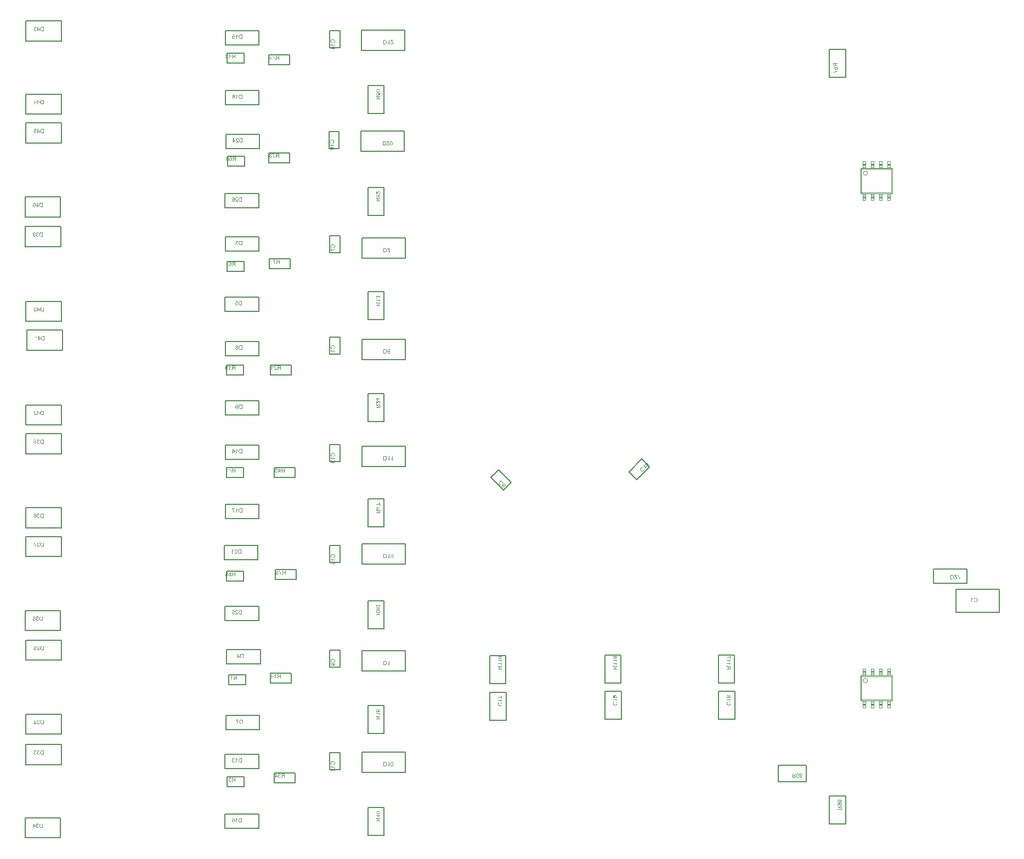
<source format=gbr>
%TF.GenerationSoftware,Altium Limited,Altium Designer,21.6.4 (81)*%
G04 Layer_Color=32768*
%FSLAX43Y43*%
%MOMM*%
%TF.SameCoordinates,5D8205C6-A8A5-4108-8313-488A8EE5113E*%
%TF.FilePolarity,Positive*%
%TF.FileFunction,Other,Bottom_Assembly*%
%TF.Part,Single*%
G01*
G75*
%TA.AperFunction,NonConductor*%
%ADD82C,0.200*%
%ADD117C,0.100*%
G36*
X71323Y48278D02*
X71337Y48277D01*
X71362Y48272D01*
X71383Y48265D01*
X71393Y48261D01*
X71402Y48257D01*
X71409Y48253D01*
X71417Y48249D01*
X71423Y48245D01*
X71428Y48242D01*
X71432Y48239D01*
X71434Y48236D01*
X71436Y48236D01*
X71437Y48235D01*
X71446Y48227D01*
X71454Y48217D01*
X71468Y48197D01*
X71479Y48177D01*
X71488Y48158D01*
X71492Y48149D01*
X71494Y48141D01*
X71497Y48132D01*
X71498Y48127D01*
X71500Y48121D01*
X71501Y48117D01*
X71502Y48114D01*
Y48113D01*
X71423Y48099D01*
X71419Y48119D01*
X71414Y48137D01*
X71408Y48152D01*
X71401Y48163D01*
X71395Y48173D01*
X71390Y48180D01*
X71387Y48183D01*
X71385Y48185D01*
X71373Y48195D01*
X71360Y48202D01*
X71347Y48207D01*
X71335Y48211D01*
X71324Y48212D01*
X71315Y48213D01*
X71312Y48214D01*
X71308D01*
X71291Y48213D01*
X71277Y48210D01*
X71263Y48205D01*
X71253Y48200D01*
X71244Y48194D01*
X71238Y48190D01*
X71234Y48187D01*
X71233Y48185D01*
X71223Y48174D01*
X71215Y48162D01*
X71210Y48150D01*
X71206Y48139D01*
X71204Y48129D01*
X71203Y48122D01*
X71203Y48116D01*
Y48115D01*
Y48114D01*
X71203Y48104D01*
X71204Y48095D01*
X71209Y48078D01*
X71215Y48064D01*
X71223Y48052D01*
X71230Y48044D01*
X71237Y48037D01*
X71242Y48034D01*
X71243Y48032D01*
X71243D01*
X71258Y48024D01*
X71274Y48017D01*
X71289Y48013D01*
X71303Y48010D01*
X71315Y48008D01*
X71325Y48007D01*
X71328Y48007D01*
X71338D01*
X71342Y48007D01*
X71344Y48008D01*
X71346D01*
X71355Y47939D01*
X71343Y47942D01*
X71333Y47944D01*
X71323Y47946D01*
X71314Y47947D01*
X71308Y47947D01*
X71299D01*
X71279Y47946D01*
X71262Y47942D01*
X71247Y47937D01*
X71233Y47930D01*
X71223Y47923D01*
X71216Y47918D01*
X71211Y47914D01*
X71209Y47912D01*
X71203Y47906D01*
X71198Y47898D01*
X71188Y47884D01*
X71182Y47869D01*
X71178Y47855D01*
X71175Y47842D01*
X71174Y47837D01*
Y47832D01*
X71173Y47828D01*
Y47826D01*
Y47824D01*
Y47823D01*
Y47813D01*
X71175Y47803D01*
X71179Y47785D01*
X71186Y47768D01*
X71193Y47755D01*
X71199Y47743D01*
X71206Y47735D01*
X71208Y47732D01*
X71210Y47730D01*
X71211Y47729D01*
X71212Y47728D01*
X71219Y47722D01*
X71227Y47716D01*
X71243Y47706D01*
X71258Y47699D01*
X71273Y47695D01*
X71286Y47692D01*
X71292Y47691D01*
X71297D01*
X71300Y47690D01*
X71306D01*
X71323Y47692D01*
X71338Y47695D01*
X71352Y47699D01*
X71363Y47705D01*
X71373Y47710D01*
X71380Y47715D01*
X71384Y47718D01*
X71386Y47719D01*
X71392Y47725D01*
X71397Y47732D01*
X71406Y47747D01*
X71414Y47763D01*
X71420Y47779D01*
X71425Y47794D01*
X71427Y47800D01*
X71428Y47806D01*
X71429Y47810D01*
X71430Y47813D01*
X71431Y47816D01*
Y47817D01*
X71509Y47806D01*
X71507Y47791D01*
X71504Y47777D01*
X71501Y47764D01*
X71496Y47752D01*
X71491Y47740D01*
X71486Y47729D01*
X71480Y47719D01*
X71475Y47710D01*
X71469Y47702D01*
X71464Y47695D01*
X71459Y47689D01*
X71455Y47684D01*
X71451Y47680D01*
X71448Y47677D01*
X71447Y47676D01*
X71446Y47675D01*
X71435Y47666D01*
X71424Y47658D01*
X71413Y47652D01*
X71400Y47646D01*
X71388Y47642D01*
X71377Y47637D01*
X71355Y47632D01*
X71345Y47629D01*
X71335Y47627D01*
X71327Y47627D01*
X71320Y47626D01*
X71314Y47625D01*
X71306D01*
X71288Y47626D01*
X71273Y47627D01*
X71257Y47630D01*
X71243Y47634D01*
X71228Y47638D01*
X71216Y47643D01*
X71204Y47648D01*
X71193Y47654D01*
X71184Y47659D01*
X71176Y47664D01*
X71168Y47669D01*
X71163Y47673D01*
X71158Y47677D01*
X71154Y47680D01*
X71153Y47682D01*
X71152Y47682D01*
X71141Y47693D01*
X71132Y47705D01*
X71123Y47717D01*
X71116Y47729D01*
X71110Y47742D01*
X71105Y47753D01*
X71101Y47765D01*
X71098Y47776D01*
X71095Y47786D01*
X71093Y47795D01*
X71092Y47803D01*
X71091Y47811D01*
X71090Y47817D01*
Y47822D01*
Y47824D01*
Y47825D01*
X71092Y47847D01*
X71095Y47867D01*
X71100Y47884D01*
X71106Y47899D01*
X71112Y47912D01*
X71114Y47916D01*
X71117Y47920D01*
X71118Y47923D01*
X71120Y47926D01*
X71122Y47927D01*
Y47927D01*
X71134Y47942D01*
X71149Y47953D01*
X71163Y47963D01*
X71178Y47971D01*
X71190Y47976D01*
X71196Y47978D01*
X71201Y47980D01*
X71204Y47981D01*
X71208Y47982D01*
X71209Y47982D01*
X71210D01*
X71195Y47991D01*
X71182Y47999D01*
X71170Y48008D01*
X71161Y48017D01*
X71153Y48025D01*
X71148Y48031D01*
X71145Y48035D01*
X71144Y48037D01*
X71137Y48050D01*
X71131Y48063D01*
X71128Y48076D01*
X71124Y48087D01*
X71123Y48097D01*
X71122Y48106D01*
Y48111D01*
Y48112D01*
Y48112D01*
X71123Y48128D01*
X71125Y48143D01*
X71129Y48157D01*
X71133Y48170D01*
X71138Y48180D01*
X71142Y48188D01*
X71145Y48193D01*
X71146Y48194D01*
Y48195D01*
X71155Y48209D01*
X71166Y48221D01*
X71178Y48231D01*
X71188Y48241D01*
X71198Y48247D01*
X71206Y48252D01*
X71209Y48254D01*
X71212Y48256D01*
X71213Y48256D01*
X71213D01*
X71230Y48264D01*
X71247Y48270D01*
X71263Y48273D01*
X71278Y48276D01*
X71290Y48278D01*
X71296D01*
X71300Y48279D01*
X71309D01*
X71323Y48278D01*
D02*
G37*
G36*
X72124Y47636D02*
X71893D01*
X71872Y47637D01*
X71852Y47637D01*
X71835Y47639D01*
X71820Y47642D01*
X71807Y47643D01*
X71802Y47644D01*
X71798Y47645D01*
X71795Y47646D01*
X71792D01*
X71792Y47647D01*
X71791D01*
X71775Y47651D01*
X71760Y47656D01*
X71747Y47662D01*
X71736Y47667D01*
X71727Y47671D01*
X71720Y47675D01*
X71716Y47677D01*
X71714Y47678D01*
X71702Y47687D01*
X71691Y47697D01*
X71681Y47707D01*
X71672Y47716D01*
X71665Y47724D01*
X71660Y47731D01*
X71656Y47735D01*
X71655Y47737D01*
X71646Y47751D01*
X71637Y47767D01*
X71629Y47782D01*
X71623Y47797D01*
X71618Y47810D01*
X71617Y47816D01*
X71615Y47821D01*
X71613Y47824D01*
X71612Y47827D01*
X71612Y47829D01*
Y47830D01*
X71606Y47852D01*
X71602Y47874D01*
X71598Y47896D01*
X71597Y47916D01*
X71596Y47925D01*
X71595Y47933D01*
Y47941D01*
X71594Y47947D01*
Y47952D01*
Y47956D01*
Y47958D01*
Y47959D01*
X71595Y47990D01*
X71598Y48019D01*
X71600Y48032D01*
X71602Y48045D01*
X71605Y48057D01*
X71607Y48067D01*
X71609Y48077D01*
X71612Y48086D01*
X71614Y48093D01*
X71616Y48100D01*
X71617Y48105D01*
X71619Y48108D01*
X71620Y48111D01*
Y48112D01*
X71630Y48136D01*
X71642Y48157D01*
X71655Y48176D01*
X71667Y48192D01*
X71673Y48198D01*
X71678Y48204D01*
X71683Y48209D01*
X71687Y48213D01*
X71691Y48216D01*
X71693Y48219D01*
X71695Y48220D01*
X71696Y48221D01*
X71711Y48232D01*
X71727Y48242D01*
X71742Y48250D01*
X71757Y48256D01*
X71770Y48261D01*
X71776Y48262D01*
X71781Y48264D01*
X71784Y48265D01*
X71787Y48266D01*
X71789Y48266D01*
X71790D01*
X71806Y48270D01*
X71824Y48272D01*
X71843Y48274D01*
X71862Y48276D01*
X71877D01*
X71885Y48276D01*
X72124D01*
Y47636D01*
D02*
G37*
G36*
X71038Y47862D02*
Y47789D01*
X70760D01*
Y47636D01*
X70682D01*
Y47789D01*
X70595D01*
Y47862D01*
X70682D01*
Y48276D01*
X70746D01*
X71038Y47862D01*
D02*
G37*
G36*
X71450Y59581D02*
X71464Y59580D01*
X71489Y59575D01*
X71510Y59568D01*
X71520Y59564D01*
X71529Y59560D01*
X71536Y59556D01*
X71544Y59552D01*
X71550Y59548D01*
X71555Y59544D01*
X71559Y59542D01*
X71561Y59540D01*
X71563Y59539D01*
X71564Y59538D01*
X71573Y59529D01*
X71581Y59520D01*
X71595Y59500D01*
X71606Y59480D01*
X71615Y59461D01*
X71619Y59452D01*
X71621Y59444D01*
X71624Y59435D01*
X71625Y59430D01*
X71627Y59424D01*
X71628Y59420D01*
X71629Y59417D01*
Y59416D01*
X71550Y59402D01*
X71546Y59422D01*
X71541Y59440D01*
X71535Y59455D01*
X71528Y59466D01*
X71522Y59476D01*
X71517Y59483D01*
X71514Y59486D01*
X71512Y59488D01*
X71500Y59498D01*
X71487Y59505D01*
X71474Y59510D01*
X71462Y59514D01*
X71451Y59515D01*
X71442Y59516D01*
X71439Y59517D01*
X71435D01*
X71418Y59516D01*
X71404Y59513D01*
X71390Y59508D01*
X71380Y59503D01*
X71371Y59497D01*
X71365Y59493D01*
X71361Y59490D01*
X71360Y59488D01*
X71350Y59477D01*
X71342Y59465D01*
X71337Y59453D01*
X71333Y59442D01*
X71331Y59432D01*
X71330Y59425D01*
X71330Y59419D01*
Y59418D01*
Y59417D01*
X71330Y59407D01*
X71331Y59398D01*
X71336Y59381D01*
X71342Y59367D01*
X71350Y59355D01*
X71357Y59347D01*
X71364Y59340D01*
X71369Y59337D01*
X71370Y59335D01*
X71370D01*
X71385Y59327D01*
X71401Y59320D01*
X71416Y59316D01*
X71430Y59313D01*
X71442Y59311D01*
X71452Y59310D01*
X71455Y59310D01*
X71465D01*
X71469Y59310D01*
X71471Y59311D01*
X71473D01*
X71482Y59242D01*
X71470Y59245D01*
X71460Y59247D01*
X71450Y59249D01*
X71441Y59250D01*
X71435Y59250D01*
X71426D01*
X71406Y59249D01*
X71389Y59245D01*
X71374Y59240D01*
X71360Y59233D01*
X71350Y59226D01*
X71343Y59221D01*
X71338Y59217D01*
X71336Y59215D01*
X71330Y59209D01*
X71325Y59201D01*
X71315Y59187D01*
X71309Y59172D01*
X71305Y59158D01*
X71302Y59145D01*
X71301Y59140D01*
Y59135D01*
X71300Y59131D01*
Y59129D01*
Y59127D01*
Y59126D01*
Y59116D01*
X71302Y59106D01*
X71306Y59088D01*
X71313Y59071D01*
X71320Y59058D01*
X71326Y59046D01*
X71333Y59038D01*
X71335Y59035D01*
X71337Y59033D01*
X71338Y59032D01*
X71339Y59031D01*
X71346Y59025D01*
X71354Y59019D01*
X71370Y59009D01*
X71385Y59002D01*
X71400Y58998D01*
X71413Y58995D01*
X71419Y58994D01*
X71424D01*
X71427Y58993D01*
X71433D01*
X71450Y58995D01*
X71465Y58998D01*
X71479Y59002D01*
X71490Y59008D01*
X71500Y59013D01*
X71507Y59018D01*
X71511Y59021D01*
X71513Y59022D01*
X71519Y59028D01*
X71524Y59035D01*
X71533Y59050D01*
X71541Y59066D01*
X71547Y59082D01*
X71552Y59097D01*
X71554Y59103D01*
X71555Y59109D01*
X71556Y59113D01*
X71557Y59116D01*
X71558Y59119D01*
Y59120D01*
X71636Y59109D01*
X71634Y59094D01*
X71631Y59080D01*
X71628Y59067D01*
X71623Y59055D01*
X71618Y59043D01*
X71613Y59032D01*
X71607Y59022D01*
X71602Y59013D01*
X71596Y59005D01*
X71591Y58998D01*
X71586Y58992D01*
X71582Y58987D01*
X71578Y58983D01*
X71575Y58980D01*
X71574Y58979D01*
X71573Y58978D01*
X71562Y58969D01*
X71551Y58961D01*
X71540Y58955D01*
X71527Y58949D01*
X71515Y58945D01*
X71504Y58940D01*
X71482Y58935D01*
X71472Y58932D01*
X71462Y58930D01*
X71454Y58930D01*
X71447Y58929D01*
X71441Y58928D01*
X71433D01*
X71415Y58929D01*
X71400Y58930D01*
X71384Y58933D01*
X71370Y58937D01*
X71355Y58941D01*
X71343Y58946D01*
X71331Y58951D01*
X71320Y58957D01*
X71311Y58962D01*
X71303Y58967D01*
X71295Y58972D01*
X71290Y58976D01*
X71285Y58980D01*
X71281Y58983D01*
X71280Y58985D01*
X71279Y58985D01*
X71268Y58996D01*
X71259Y59008D01*
X71250Y59020D01*
X71243Y59032D01*
X71237Y59045D01*
X71232Y59056D01*
X71228Y59068D01*
X71225Y59079D01*
X71222Y59089D01*
X71220Y59098D01*
X71219Y59106D01*
X71218Y59114D01*
X71217Y59120D01*
Y59125D01*
Y59127D01*
Y59128D01*
X71219Y59150D01*
X71222Y59170D01*
X71227Y59187D01*
X71233Y59202D01*
X71239Y59215D01*
X71241Y59219D01*
X71244Y59223D01*
X71245Y59226D01*
X71247Y59229D01*
X71249Y59230D01*
Y59230D01*
X71261Y59245D01*
X71276Y59256D01*
X71290Y59266D01*
X71305Y59274D01*
X71317Y59279D01*
X71323Y59281D01*
X71328Y59283D01*
X71331Y59284D01*
X71335Y59285D01*
X71336Y59285D01*
X71337D01*
X71322Y59294D01*
X71309Y59302D01*
X71297Y59311D01*
X71288Y59320D01*
X71280Y59328D01*
X71275Y59334D01*
X71272Y59338D01*
X71271Y59340D01*
X71264Y59353D01*
X71258Y59366D01*
X71255Y59379D01*
X71251Y59390D01*
X71250Y59400D01*
X71249Y59409D01*
Y59414D01*
Y59415D01*
Y59415D01*
X71250Y59431D01*
X71252Y59446D01*
X71256Y59460D01*
X71260Y59473D01*
X71265Y59483D01*
X71269Y59491D01*
X71272Y59496D01*
X71273Y59497D01*
Y59498D01*
X71282Y59512D01*
X71293Y59524D01*
X71305Y59535D01*
X71315Y59544D01*
X71325Y59550D01*
X71333Y59555D01*
X71336Y59557D01*
X71339Y59559D01*
X71340Y59559D01*
X71340D01*
X71357Y59567D01*
X71374Y59573D01*
X71390Y59576D01*
X71405Y59579D01*
X71417Y59581D01*
X71423D01*
X71427Y59582D01*
X71436D01*
X71450Y59581D01*
D02*
G37*
G36*
X70953D02*
X70966Y59580D01*
X70991Y59575D01*
X71013Y59568D01*
X71022Y59564D01*
X71031Y59560D01*
X71039Y59556D01*
X71046Y59552D01*
X71052Y59548D01*
X71057Y59544D01*
X71061Y59542D01*
X71064Y59540D01*
X71065Y59539D01*
X71066Y59538D01*
X71075Y59529D01*
X71084Y59520D01*
X71098Y59500D01*
X71109Y59480D01*
X71118Y59461D01*
X71121Y59452D01*
X71124Y59444D01*
X71126Y59435D01*
X71128Y59430D01*
X71130Y59424D01*
X71130Y59420D01*
X71131Y59417D01*
Y59416D01*
X71053Y59402D01*
X71049Y59422D01*
X71044Y59440D01*
X71037Y59455D01*
X71030Y59466D01*
X71025Y59476D01*
X71020Y59483D01*
X71016Y59486D01*
X71015Y59488D01*
X71002Y59498D01*
X70990Y59505D01*
X70976Y59510D01*
X70965Y59514D01*
X70954Y59515D01*
X70945Y59516D01*
X70941Y59517D01*
X70937D01*
X70921Y59516D01*
X70906Y59513D01*
X70893Y59508D01*
X70882Y59503D01*
X70874Y59497D01*
X70867Y59493D01*
X70864Y59490D01*
X70862Y59488D01*
X70852Y59477D01*
X70845Y59465D01*
X70840Y59453D01*
X70836Y59442D01*
X70834Y59432D01*
X70833Y59425D01*
X70832Y59419D01*
Y59418D01*
Y59417D01*
X70833Y59407D01*
X70834Y59398D01*
X70839Y59381D01*
X70845Y59367D01*
X70852Y59355D01*
X70860Y59347D01*
X70866Y59340D01*
X70871Y59337D01*
X70872Y59335D01*
X70873D01*
X70888Y59327D01*
X70904Y59320D01*
X70919Y59316D01*
X70933Y59313D01*
X70945Y59311D01*
X70955Y59310D01*
X70958Y59310D01*
X70967D01*
X70971Y59310D01*
X70974Y59311D01*
X70976D01*
X70985Y59242D01*
X70973Y59245D01*
X70962Y59247D01*
X70952Y59249D01*
X70944Y59250D01*
X70938Y59250D01*
X70929D01*
X70909Y59249D01*
X70891Y59245D01*
X70876Y59240D01*
X70863Y59233D01*
X70853Y59226D01*
X70846Y59221D01*
X70841Y59217D01*
X70839Y59215D01*
X70832Y59209D01*
X70827Y59201D01*
X70818Y59187D01*
X70811Y59172D01*
X70807Y59158D01*
X70805Y59145D01*
X70804Y59140D01*
Y59135D01*
X70803Y59131D01*
Y59129D01*
Y59127D01*
Y59126D01*
Y59116D01*
X70805Y59106D01*
X70809Y59088D01*
X70816Y59071D01*
X70822Y59058D01*
X70829Y59046D01*
X70836Y59038D01*
X70838Y59035D01*
X70840Y59033D01*
X70841Y59032D01*
X70841Y59031D01*
X70849Y59025D01*
X70856Y59019D01*
X70872Y59009D01*
X70888Y59002D01*
X70903Y58998D01*
X70916Y58995D01*
X70921Y58994D01*
X70926D01*
X70930Y58993D01*
X70936D01*
X70952Y58995D01*
X70968Y58998D01*
X70981Y59002D01*
X70993Y59008D01*
X71003Y59013D01*
X71010Y59018D01*
X71014Y59021D01*
X71016Y59022D01*
X71021Y59028D01*
X71026Y59035D01*
X71035Y59050D01*
X71044Y59066D01*
X71050Y59082D01*
X71055Y59097D01*
X71056Y59103D01*
X71058Y59109D01*
X71059Y59113D01*
X71060Y59116D01*
X71060Y59119D01*
Y59120D01*
X71139Y59109D01*
X71137Y59094D01*
X71134Y59080D01*
X71130Y59067D01*
X71125Y59055D01*
X71120Y59043D01*
X71115Y59032D01*
X71110Y59022D01*
X71105Y59013D01*
X71099Y59005D01*
X71094Y58998D01*
X71089Y58992D01*
X71085Y58987D01*
X71080Y58983D01*
X71078Y58980D01*
X71076Y58979D01*
X71075Y58978D01*
X71065Y58969D01*
X71054Y58961D01*
X71042Y58955D01*
X71030Y58949D01*
X71018Y58945D01*
X71006Y58940D01*
X70985Y58935D01*
X70975Y58932D01*
X70965Y58930D01*
X70956Y58930D01*
X70950Y58929D01*
X70944Y58928D01*
X70936D01*
X70918Y58929D01*
X70902Y58930D01*
X70886Y58933D01*
X70872Y58937D01*
X70858Y58941D01*
X70846Y58946D01*
X70834Y58951D01*
X70823Y58957D01*
X70814Y58962D01*
X70806Y58967D01*
X70798Y58972D01*
X70792Y58976D01*
X70787Y58980D01*
X70784Y58983D01*
X70782Y58985D01*
X70781Y58985D01*
X70771Y58996D01*
X70761Y59008D01*
X70753Y59020D01*
X70746Y59032D01*
X70740Y59045D01*
X70735Y59056D01*
X70731Y59068D01*
X70727Y59079D01*
X70725Y59089D01*
X70723Y59098D01*
X70721Y59106D01*
X70721Y59114D01*
X70720Y59120D01*
Y59125D01*
Y59127D01*
Y59128D01*
X70721Y59150D01*
X70725Y59170D01*
X70730Y59187D01*
X70736Y59202D01*
X70741Y59215D01*
X70744Y59219D01*
X70746Y59223D01*
X70748Y59226D01*
X70750Y59229D01*
X70751Y59230D01*
Y59230D01*
X70764Y59245D01*
X70779Y59256D01*
X70793Y59266D01*
X70807Y59274D01*
X70820Y59279D01*
X70826Y59281D01*
X70831Y59283D01*
X70834Y59284D01*
X70837Y59285D01*
X70839Y59285D01*
X70840D01*
X70825Y59294D01*
X70811Y59302D01*
X70800Y59311D01*
X70791Y59320D01*
X70783Y59328D01*
X70778Y59334D01*
X70775Y59338D01*
X70774Y59340D01*
X70766Y59353D01*
X70761Y59366D01*
X70757Y59379D01*
X70754Y59390D01*
X70752Y59400D01*
X70751Y59409D01*
Y59414D01*
Y59415D01*
Y59415D01*
X70752Y59431D01*
X70755Y59446D01*
X70759Y59460D01*
X70763Y59473D01*
X70768Y59483D01*
X70771Y59491D01*
X70775Y59496D01*
X70776Y59497D01*
Y59498D01*
X70785Y59512D01*
X70796Y59524D01*
X70807Y59535D01*
X70818Y59544D01*
X70828Y59550D01*
X70836Y59555D01*
X70839Y59557D01*
X70841Y59559D01*
X70842Y59559D01*
X70843D01*
X70860Y59567D01*
X70876Y59573D01*
X70892Y59576D01*
X70907Y59579D01*
X70920Y59581D01*
X70926D01*
X70930Y59582D01*
X70939D01*
X70953Y59581D01*
D02*
G37*
G36*
X72251Y58939D02*
X72020D01*
X71999Y58940D01*
X71979Y58940D01*
X71962Y58942D01*
X71947Y58945D01*
X71934Y58946D01*
X71929Y58947D01*
X71925Y58948D01*
X71922Y58949D01*
X71919D01*
X71919Y58950D01*
X71918D01*
X71902Y58954D01*
X71887Y58959D01*
X71874Y58965D01*
X71863Y58970D01*
X71854Y58974D01*
X71847Y58978D01*
X71843Y58980D01*
X71841Y58981D01*
X71829Y58990D01*
X71818Y59000D01*
X71808Y59010D01*
X71799Y59019D01*
X71792Y59027D01*
X71787Y59034D01*
X71783Y59038D01*
X71782Y59040D01*
X71773Y59054D01*
X71764Y59070D01*
X71756Y59085D01*
X71750Y59100D01*
X71745Y59113D01*
X71744Y59119D01*
X71742Y59124D01*
X71740Y59127D01*
X71739Y59130D01*
X71739Y59132D01*
Y59133D01*
X71733Y59155D01*
X71729Y59177D01*
X71725Y59199D01*
X71724Y59219D01*
X71723Y59228D01*
X71722Y59236D01*
Y59244D01*
X71721Y59250D01*
Y59255D01*
Y59259D01*
Y59261D01*
Y59262D01*
X71722Y59293D01*
X71725Y59322D01*
X71727Y59335D01*
X71729Y59348D01*
X71732Y59360D01*
X71734Y59370D01*
X71736Y59380D01*
X71739Y59389D01*
X71741Y59396D01*
X71743Y59403D01*
X71744Y59408D01*
X71746Y59411D01*
X71747Y59414D01*
Y59415D01*
X71757Y59439D01*
X71769Y59460D01*
X71782Y59479D01*
X71794Y59495D01*
X71800Y59501D01*
X71805Y59507D01*
X71810Y59512D01*
X71814Y59516D01*
X71818Y59520D01*
X71820Y59522D01*
X71822Y59523D01*
X71823Y59524D01*
X71838Y59535D01*
X71854Y59545D01*
X71869Y59553D01*
X71884Y59559D01*
X71897Y59564D01*
X71903Y59565D01*
X71908Y59567D01*
X71911Y59568D01*
X71914Y59569D01*
X71916Y59569D01*
X71917D01*
X71933Y59573D01*
X71951Y59575D01*
X71970Y59577D01*
X71989Y59579D01*
X72004D01*
X72012Y59579D01*
X72251D01*
Y58939D01*
D02*
G37*
G36*
X71450Y64280D02*
X71464Y64279D01*
X71489Y64274D01*
X71510Y64267D01*
X71520Y64263D01*
X71529Y64259D01*
X71536Y64255D01*
X71544Y64251D01*
X71550Y64247D01*
X71555Y64243D01*
X71559Y64241D01*
X71561Y64239D01*
X71563Y64238D01*
X71564Y64237D01*
X71573Y64229D01*
X71581Y64219D01*
X71595Y64199D01*
X71606Y64179D01*
X71615Y64160D01*
X71619Y64151D01*
X71621Y64143D01*
X71624Y64134D01*
X71625Y64129D01*
X71627Y64123D01*
X71628Y64119D01*
X71629Y64116D01*
Y64115D01*
X71550Y64101D01*
X71546Y64121D01*
X71541Y64139D01*
X71535Y64154D01*
X71528Y64165D01*
X71522Y64175D01*
X71517Y64182D01*
X71514Y64185D01*
X71512Y64187D01*
X71500Y64197D01*
X71487Y64204D01*
X71474Y64209D01*
X71462Y64213D01*
X71451Y64214D01*
X71442Y64215D01*
X71439Y64216D01*
X71435D01*
X71418Y64215D01*
X71404Y64212D01*
X71390Y64207D01*
X71380Y64202D01*
X71371Y64196D01*
X71365Y64192D01*
X71361Y64189D01*
X71360Y64187D01*
X71350Y64176D01*
X71342Y64164D01*
X71337Y64152D01*
X71333Y64141D01*
X71331Y64131D01*
X71330Y64124D01*
X71330Y64118D01*
Y64117D01*
Y64116D01*
X71330Y64106D01*
X71331Y64097D01*
X71336Y64080D01*
X71342Y64066D01*
X71350Y64054D01*
X71357Y64046D01*
X71364Y64039D01*
X71369Y64036D01*
X71370Y64034D01*
X71370D01*
X71385Y64026D01*
X71401Y64019D01*
X71416Y64015D01*
X71430Y64012D01*
X71442Y64010D01*
X71452Y64009D01*
X71455Y64009D01*
X71465D01*
X71469Y64009D01*
X71471Y64010D01*
X71473D01*
X71482Y63941D01*
X71470Y63944D01*
X71460Y63946D01*
X71450Y63948D01*
X71441Y63949D01*
X71435Y63949D01*
X71426D01*
X71406Y63948D01*
X71389Y63944D01*
X71374Y63939D01*
X71360Y63932D01*
X71350Y63925D01*
X71343Y63920D01*
X71338Y63916D01*
X71336Y63914D01*
X71330Y63908D01*
X71325Y63900D01*
X71315Y63886D01*
X71309Y63871D01*
X71305Y63857D01*
X71302Y63844D01*
X71301Y63839D01*
Y63834D01*
X71300Y63830D01*
Y63828D01*
Y63826D01*
Y63825D01*
Y63815D01*
X71302Y63805D01*
X71306Y63787D01*
X71313Y63770D01*
X71320Y63757D01*
X71326Y63745D01*
X71333Y63737D01*
X71335Y63734D01*
X71337Y63732D01*
X71338Y63731D01*
X71339Y63730D01*
X71346Y63724D01*
X71354Y63718D01*
X71370Y63708D01*
X71385Y63701D01*
X71400Y63697D01*
X71413Y63694D01*
X71419Y63693D01*
X71424D01*
X71427Y63692D01*
X71433D01*
X71450Y63694D01*
X71465Y63697D01*
X71479Y63701D01*
X71490Y63707D01*
X71500Y63712D01*
X71507Y63717D01*
X71511Y63720D01*
X71513Y63721D01*
X71519Y63727D01*
X71524Y63734D01*
X71533Y63749D01*
X71541Y63765D01*
X71547Y63781D01*
X71552Y63796D01*
X71554Y63802D01*
X71555Y63808D01*
X71556Y63812D01*
X71557Y63815D01*
X71558Y63818D01*
Y63819D01*
X71636Y63808D01*
X71634Y63793D01*
X71631Y63779D01*
X71628Y63766D01*
X71623Y63754D01*
X71618Y63742D01*
X71613Y63731D01*
X71607Y63721D01*
X71602Y63712D01*
X71596Y63704D01*
X71591Y63697D01*
X71586Y63691D01*
X71582Y63686D01*
X71578Y63682D01*
X71575Y63679D01*
X71574Y63678D01*
X71573Y63677D01*
X71562Y63668D01*
X71551Y63660D01*
X71540Y63654D01*
X71527Y63648D01*
X71515Y63644D01*
X71504Y63639D01*
X71482Y63634D01*
X71472Y63631D01*
X71462Y63629D01*
X71454Y63629D01*
X71447Y63628D01*
X71441Y63627D01*
X71433D01*
X71415Y63628D01*
X71400Y63629D01*
X71384Y63632D01*
X71370Y63636D01*
X71355Y63640D01*
X71343Y63645D01*
X71331Y63650D01*
X71320Y63656D01*
X71311Y63661D01*
X71303Y63666D01*
X71295Y63671D01*
X71290Y63675D01*
X71285Y63679D01*
X71281Y63682D01*
X71280Y63684D01*
X71279Y63684D01*
X71268Y63695D01*
X71259Y63707D01*
X71250Y63719D01*
X71243Y63731D01*
X71237Y63744D01*
X71232Y63755D01*
X71228Y63767D01*
X71225Y63778D01*
X71222Y63788D01*
X71220Y63797D01*
X71219Y63805D01*
X71218Y63813D01*
X71217Y63819D01*
Y63824D01*
Y63826D01*
Y63827D01*
X71219Y63849D01*
X71222Y63869D01*
X71227Y63886D01*
X71233Y63901D01*
X71239Y63914D01*
X71241Y63918D01*
X71244Y63922D01*
X71245Y63925D01*
X71247Y63928D01*
X71249Y63929D01*
Y63929D01*
X71261Y63944D01*
X71276Y63955D01*
X71290Y63965D01*
X71305Y63973D01*
X71317Y63978D01*
X71323Y63980D01*
X71328Y63982D01*
X71331Y63983D01*
X71335Y63984D01*
X71336Y63984D01*
X71337D01*
X71322Y63993D01*
X71309Y64001D01*
X71297Y64010D01*
X71288Y64019D01*
X71280Y64027D01*
X71275Y64033D01*
X71272Y64037D01*
X71271Y64039D01*
X71264Y64052D01*
X71258Y64065D01*
X71255Y64078D01*
X71251Y64089D01*
X71250Y64099D01*
X71249Y64108D01*
Y64113D01*
Y64114D01*
Y64114D01*
X71250Y64130D01*
X71252Y64145D01*
X71256Y64159D01*
X71260Y64172D01*
X71265Y64182D01*
X71269Y64190D01*
X71272Y64195D01*
X71273Y64196D01*
Y64197D01*
X71282Y64211D01*
X71293Y64223D01*
X71305Y64233D01*
X71315Y64243D01*
X71325Y64249D01*
X71333Y64254D01*
X71336Y64256D01*
X71339Y64258D01*
X71340Y64258D01*
X71340D01*
X71357Y64266D01*
X71374Y64272D01*
X71390Y64275D01*
X71405Y64278D01*
X71417Y64280D01*
X71423D01*
X71427Y64281D01*
X71436D01*
X71450Y64280D01*
D02*
G37*
G36*
X70945D02*
X70961Y64279D01*
X70976Y64277D01*
X70989Y64273D01*
X71002Y64270D01*
X71014Y64266D01*
X71025Y64262D01*
X71035Y64258D01*
X71044Y64253D01*
X71051Y64248D01*
X71058Y64244D01*
X71064Y64241D01*
X71068Y64238D01*
X71071Y64235D01*
X71073Y64234D01*
X71074Y64233D01*
X71084Y64224D01*
X71092Y64214D01*
X71100Y64204D01*
X71106Y64192D01*
X71112Y64181D01*
X71117Y64169D01*
X71125Y64147D01*
X71128Y64137D01*
X71130Y64127D01*
X71132Y64119D01*
X71134Y64111D01*
X71135Y64104D01*
Y64100D01*
X71135Y64097D01*
Y64096D01*
X71055Y64088D01*
X71053Y64109D01*
X71050Y64128D01*
X71044Y64144D01*
X71037Y64158D01*
X71031Y64168D01*
X71025Y64176D01*
X71022Y64180D01*
X71021Y64182D01*
X71007Y64194D01*
X70992Y64202D01*
X70976Y64208D01*
X70962Y64212D01*
X70950Y64214D01*
X70944Y64215D01*
X70939D01*
X70936Y64216D01*
X70930D01*
X70911Y64214D01*
X70893Y64211D01*
X70878Y64206D01*
X70866Y64200D01*
X70856Y64194D01*
X70848Y64189D01*
X70844Y64185D01*
X70842Y64184D01*
X70831Y64171D01*
X70822Y64158D01*
X70816Y64145D01*
X70812Y64133D01*
X70810Y64122D01*
X70809Y64113D01*
X70808Y64109D01*
Y64108D01*
Y64106D01*
Y64105D01*
Y64097D01*
X70810Y64089D01*
X70814Y64071D01*
X70820Y64055D01*
X70826Y64041D01*
X70834Y64029D01*
X70837Y64024D01*
X70840Y64019D01*
X70842Y64015D01*
X70844Y64013D01*
X70845Y64011D01*
X70846Y64010D01*
X70853Y64000D01*
X70862Y63990D01*
X70872Y63979D01*
X70883Y63968D01*
X70906Y63945D01*
X70930Y63924D01*
X70941Y63914D01*
X70951Y63904D01*
X70961Y63896D01*
X70970Y63889D01*
X70976Y63883D01*
X70982Y63879D01*
X70985Y63875D01*
X70986Y63874D01*
X71010Y63854D01*
X71031Y63836D01*
X71049Y63819D01*
X71063Y63805D01*
X71075Y63794D01*
X71083Y63784D01*
X71085Y63781D01*
X71088Y63779D01*
X71089Y63778D01*
X71090Y63777D01*
X71102Y63761D01*
X71113Y63746D01*
X71121Y63732D01*
X71129Y63719D01*
X71135Y63708D01*
X71138Y63699D01*
X71140Y63696D01*
X71140Y63694D01*
X71141Y63693D01*
Y63692D01*
X71145Y63682D01*
X71147Y63673D01*
X71149Y63664D01*
X71150Y63655D01*
X71150Y63648D01*
Y63643D01*
Y63639D01*
Y63638D01*
X70726D01*
Y63714D01*
X71041D01*
X71030Y63729D01*
X71025Y63736D01*
X71020Y63742D01*
X71015Y63748D01*
X71011Y63752D01*
X71009Y63754D01*
X71008Y63755D01*
X71004Y63759D01*
X70998Y63765D01*
X70992Y63771D01*
X70985Y63777D01*
X70971Y63790D01*
X70955Y63804D01*
X70941Y63816D01*
X70934Y63822D01*
X70929Y63827D01*
X70924Y63830D01*
X70921Y63834D01*
X70918Y63835D01*
X70917Y63836D01*
X70902Y63849D01*
X70887Y63862D01*
X70875Y63873D01*
X70862Y63884D01*
X70851Y63894D01*
X70841Y63904D01*
X70832Y63912D01*
X70825Y63919D01*
X70817Y63926D01*
X70811Y63932D01*
X70806Y63937D01*
X70802Y63941D01*
X70800Y63944D01*
X70797Y63947D01*
X70796Y63948D01*
Y63949D01*
X70783Y63964D01*
X70772Y63979D01*
X70763Y63992D01*
X70756Y64004D01*
X70750Y64013D01*
X70746Y64020D01*
X70744Y64025D01*
X70743Y64027D01*
X70738Y64041D01*
X70734Y64054D01*
X70731Y64068D01*
X70729Y64079D01*
X70728Y64089D01*
X70727Y64096D01*
Y64101D01*
Y64103D01*
X70728Y64117D01*
X70730Y64130D01*
X70732Y64143D01*
X70736Y64154D01*
X70745Y64176D01*
X70749Y64186D01*
X70754Y64194D01*
X70760Y64203D01*
X70764Y64209D01*
X70769Y64215D01*
X70773Y64220D01*
X70776Y64224D01*
X70779Y64227D01*
X70781Y64229D01*
X70781Y64229D01*
X70792Y64239D01*
X70803Y64246D01*
X70815Y64253D01*
X70827Y64259D01*
X70840Y64264D01*
X70851Y64268D01*
X70875Y64274D01*
X70886Y64277D01*
X70896Y64278D01*
X70905Y64279D01*
X70913Y64280D01*
X70919Y64281D01*
X70928D01*
X70945Y64280D01*
D02*
G37*
G36*
X72251Y63638D02*
X72020D01*
X71999Y63639D01*
X71979Y63639D01*
X71962Y63641D01*
X71947Y63644D01*
X71934Y63645D01*
X71929Y63646D01*
X71925Y63647D01*
X71922Y63648D01*
X71919D01*
X71919Y63649D01*
X71918D01*
X71902Y63653D01*
X71887Y63658D01*
X71874Y63664D01*
X71863Y63669D01*
X71854Y63673D01*
X71847Y63677D01*
X71843Y63679D01*
X71841Y63680D01*
X71829Y63689D01*
X71818Y63699D01*
X71808Y63709D01*
X71799Y63718D01*
X71792Y63726D01*
X71787Y63733D01*
X71783Y63737D01*
X71782Y63739D01*
X71773Y63753D01*
X71764Y63769D01*
X71756Y63784D01*
X71750Y63799D01*
X71745Y63812D01*
X71744Y63818D01*
X71742Y63823D01*
X71740Y63826D01*
X71739Y63829D01*
X71739Y63831D01*
Y63832D01*
X71733Y63854D01*
X71729Y63876D01*
X71725Y63898D01*
X71724Y63918D01*
X71723Y63927D01*
X71722Y63935D01*
Y63943D01*
X71721Y63949D01*
Y63954D01*
Y63958D01*
Y63960D01*
Y63961D01*
X71722Y63992D01*
X71725Y64021D01*
X71727Y64034D01*
X71729Y64047D01*
X71732Y64059D01*
X71734Y64069D01*
X71736Y64079D01*
X71739Y64088D01*
X71741Y64095D01*
X71743Y64102D01*
X71744Y64107D01*
X71746Y64110D01*
X71747Y64113D01*
Y64114D01*
X71757Y64138D01*
X71769Y64159D01*
X71782Y64178D01*
X71794Y64194D01*
X71800Y64200D01*
X71805Y64206D01*
X71810Y64211D01*
X71814Y64215D01*
X71818Y64218D01*
X71820Y64221D01*
X71822Y64222D01*
X71823Y64223D01*
X71838Y64234D01*
X71854Y64244D01*
X71869Y64252D01*
X71884Y64258D01*
X71897Y64263D01*
X71903Y64264D01*
X71908Y64266D01*
X71911Y64267D01*
X71914Y64268D01*
X71916Y64268D01*
X71917D01*
X71933Y64272D01*
X71951Y64274D01*
X71970Y64276D01*
X71989Y64278D01*
X72004D01*
X72012Y64278D01*
X72251D01*
Y63638D01*
D02*
G37*
G36*
X71323Y80282D02*
X71337Y80281D01*
X71362Y80276D01*
X71383Y80269D01*
X71393Y80265D01*
X71402Y80261D01*
X71409Y80257D01*
X71417Y80253D01*
X71423Y80249D01*
X71428Y80245D01*
X71432Y80243D01*
X71434Y80241D01*
X71436Y80240D01*
X71437Y80239D01*
X71446Y80230D01*
X71454Y80221D01*
X71468Y80201D01*
X71479Y80181D01*
X71488Y80162D01*
X71492Y80153D01*
X71494Y80145D01*
X71497Y80136D01*
X71498Y80131D01*
X71500Y80125D01*
X71501Y80121D01*
X71502Y80118D01*
Y80117D01*
X71423Y80103D01*
X71419Y80123D01*
X71414Y80141D01*
X71408Y80156D01*
X71401Y80167D01*
X71395Y80177D01*
X71390Y80184D01*
X71387Y80187D01*
X71385Y80189D01*
X71373Y80199D01*
X71360Y80206D01*
X71347Y80211D01*
X71335Y80215D01*
X71324Y80216D01*
X71315Y80217D01*
X71312Y80218D01*
X71308D01*
X71291Y80217D01*
X71277Y80214D01*
X71263Y80209D01*
X71253Y80204D01*
X71244Y80198D01*
X71238Y80194D01*
X71234Y80191D01*
X71233Y80189D01*
X71223Y80178D01*
X71215Y80166D01*
X71210Y80154D01*
X71206Y80143D01*
X71204Y80133D01*
X71203Y80126D01*
X71203Y80120D01*
Y80119D01*
Y80118D01*
X71203Y80108D01*
X71204Y80099D01*
X71209Y80082D01*
X71215Y80068D01*
X71223Y80056D01*
X71230Y80048D01*
X71237Y80041D01*
X71242Y80038D01*
X71243Y80036D01*
X71243D01*
X71258Y80028D01*
X71274Y80021D01*
X71289Y80017D01*
X71303Y80014D01*
X71315Y80012D01*
X71325Y80011D01*
X71328Y80011D01*
X71338D01*
X71342Y80011D01*
X71344Y80012D01*
X71346D01*
X71355Y79943D01*
X71343Y79946D01*
X71333Y79948D01*
X71323Y79950D01*
X71314Y79951D01*
X71308Y79951D01*
X71299D01*
X71279Y79950D01*
X71262Y79946D01*
X71247Y79941D01*
X71233Y79934D01*
X71223Y79927D01*
X71216Y79922D01*
X71211Y79918D01*
X71209Y79916D01*
X71203Y79910D01*
X71198Y79902D01*
X71188Y79888D01*
X71182Y79873D01*
X71178Y79859D01*
X71175Y79846D01*
X71174Y79841D01*
Y79836D01*
X71173Y79832D01*
Y79830D01*
Y79828D01*
Y79827D01*
Y79817D01*
X71175Y79807D01*
X71179Y79789D01*
X71186Y79772D01*
X71193Y79759D01*
X71199Y79747D01*
X71206Y79739D01*
X71208Y79736D01*
X71210Y79734D01*
X71211Y79733D01*
X71212Y79732D01*
X71219Y79726D01*
X71227Y79720D01*
X71243Y79710D01*
X71258Y79703D01*
X71273Y79699D01*
X71286Y79696D01*
X71292Y79695D01*
X71297D01*
X71300Y79694D01*
X71306D01*
X71323Y79696D01*
X71338Y79699D01*
X71352Y79703D01*
X71363Y79709D01*
X71373Y79714D01*
X71380Y79719D01*
X71384Y79722D01*
X71386Y79723D01*
X71392Y79729D01*
X71397Y79736D01*
X71406Y79751D01*
X71414Y79767D01*
X71420Y79783D01*
X71425Y79798D01*
X71427Y79804D01*
X71428Y79810D01*
X71429Y79814D01*
X71430Y79817D01*
X71431Y79820D01*
Y79821D01*
X71509Y79810D01*
X71507Y79795D01*
X71504Y79781D01*
X71501Y79768D01*
X71496Y79756D01*
X71491Y79744D01*
X71486Y79733D01*
X71480Y79723D01*
X71475Y79714D01*
X71469Y79706D01*
X71464Y79699D01*
X71459Y79693D01*
X71455Y79688D01*
X71451Y79684D01*
X71448Y79681D01*
X71447Y79680D01*
X71446Y79679D01*
X71435Y79670D01*
X71424Y79662D01*
X71413Y79656D01*
X71400Y79650D01*
X71388Y79646D01*
X71377Y79641D01*
X71355Y79636D01*
X71345Y79633D01*
X71335Y79631D01*
X71327Y79631D01*
X71320Y79630D01*
X71314Y79629D01*
X71306D01*
X71288Y79630D01*
X71273Y79631D01*
X71257Y79634D01*
X71243Y79638D01*
X71228Y79642D01*
X71216Y79647D01*
X71204Y79652D01*
X71193Y79658D01*
X71184Y79663D01*
X71176Y79668D01*
X71168Y79673D01*
X71163Y79677D01*
X71158Y79681D01*
X71154Y79684D01*
X71153Y79686D01*
X71152Y79686D01*
X71141Y79697D01*
X71132Y79709D01*
X71123Y79721D01*
X71116Y79733D01*
X71110Y79746D01*
X71105Y79757D01*
X71101Y79769D01*
X71098Y79780D01*
X71095Y79790D01*
X71093Y79799D01*
X71092Y79807D01*
X71091Y79815D01*
X71090Y79821D01*
Y79826D01*
Y79828D01*
Y79829D01*
X71092Y79851D01*
X71095Y79871D01*
X71100Y79888D01*
X71106Y79903D01*
X71112Y79916D01*
X71114Y79920D01*
X71117Y79924D01*
X71118Y79927D01*
X71120Y79930D01*
X71122Y79931D01*
Y79931D01*
X71134Y79946D01*
X71149Y79957D01*
X71163Y79967D01*
X71178Y79975D01*
X71190Y79980D01*
X71196Y79982D01*
X71201Y79984D01*
X71204Y79985D01*
X71208Y79986D01*
X71209Y79986D01*
X71210D01*
X71195Y79995D01*
X71182Y80003D01*
X71170Y80012D01*
X71161Y80021D01*
X71153Y80029D01*
X71148Y80035D01*
X71145Y80039D01*
X71144Y80041D01*
X71137Y80054D01*
X71131Y80067D01*
X71128Y80080D01*
X71124Y80091D01*
X71123Y80101D01*
X71122Y80110D01*
Y80115D01*
Y80116D01*
Y80116D01*
X71123Y80132D01*
X71125Y80147D01*
X71129Y80161D01*
X71133Y80174D01*
X71138Y80184D01*
X71142Y80192D01*
X71145Y80197D01*
X71146Y80198D01*
Y80199D01*
X71155Y80213D01*
X71166Y80225D01*
X71178Y80235D01*
X71188Y80245D01*
X71198Y80251D01*
X71206Y80256D01*
X71209Y80258D01*
X71212Y80260D01*
X71213Y80260D01*
X71213D01*
X71230Y80268D01*
X71247Y80274D01*
X71263Y80277D01*
X71278Y80280D01*
X71290Y80282D01*
X71296D01*
X71300Y80283D01*
X71309D01*
X71323Y80282D01*
D02*
G37*
G36*
X72124Y79640D02*
X71893D01*
X71872Y79641D01*
X71852Y79641D01*
X71835Y79643D01*
X71820Y79646D01*
X71807Y79647D01*
X71802Y79648D01*
X71798Y79649D01*
X71795Y79650D01*
X71792D01*
X71792Y79651D01*
X71791D01*
X71775Y79655D01*
X71760Y79660D01*
X71747Y79666D01*
X71736Y79671D01*
X71727Y79675D01*
X71720Y79679D01*
X71716Y79681D01*
X71714Y79682D01*
X71702Y79691D01*
X71691Y79701D01*
X71681Y79711D01*
X71672Y79720D01*
X71665Y79728D01*
X71660Y79735D01*
X71656Y79739D01*
X71655Y79741D01*
X71646Y79755D01*
X71637Y79771D01*
X71629Y79786D01*
X71623Y79801D01*
X71618Y79814D01*
X71617Y79820D01*
X71615Y79825D01*
X71613Y79828D01*
X71612Y79831D01*
X71612Y79833D01*
Y79834D01*
X71606Y79856D01*
X71602Y79878D01*
X71598Y79900D01*
X71597Y79920D01*
X71596Y79929D01*
X71595Y79937D01*
Y79945D01*
X71594Y79951D01*
Y79956D01*
Y79960D01*
Y79962D01*
Y79963D01*
X71595Y79994D01*
X71598Y80023D01*
X71600Y80036D01*
X71602Y80049D01*
X71605Y80061D01*
X71607Y80071D01*
X71609Y80081D01*
X71612Y80090D01*
X71614Y80097D01*
X71616Y80104D01*
X71617Y80109D01*
X71619Y80112D01*
X71620Y80115D01*
Y80116D01*
X71630Y80140D01*
X71642Y80161D01*
X71655Y80180D01*
X71667Y80196D01*
X71673Y80202D01*
X71678Y80208D01*
X71683Y80213D01*
X71687Y80217D01*
X71691Y80220D01*
X71693Y80223D01*
X71695Y80224D01*
X71696Y80225D01*
X71711Y80236D01*
X71727Y80246D01*
X71742Y80254D01*
X71757Y80260D01*
X71770Y80265D01*
X71776Y80266D01*
X71781Y80268D01*
X71784Y80269D01*
X71787Y80270D01*
X71789Y80270D01*
X71790D01*
X71806Y80274D01*
X71824Y80276D01*
X71843Y80278D01*
X71862Y80280D01*
X71877D01*
X71885Y80280D01*
X72124D01*
Y79640D01*
D02*
G37*
G36*
X70819Y80282D02*
X70834Y80281D01*
X70847Y80279D01*
X70859Y80275D01*
X70871Y80272D01*
X70883Y80268D01*
X70893Y80263D01*
X70901Y80259D01*
X70909Y80255D01*
X70917Y80250D01*
X70923Y80245D01*
X70928Y80242D01*
X70932Y80239D01*
X70934Y80237D01*
X70936Y80235D01*
X70937Y80235D01*
X70946Y80226D01*
X70953Y80216D01*
X70960Y80206D01*
X70966Y80196D01*
X70970Y80186D01*
X70974Y80176D01*
X70980Y80158D01*
X70984Y80142D01*
X70985Y80135D01*
X70986Y80129D01*
X70987Y80124D01*
Y80121D01*
Y80118D01*
Y80117D01*
X70986Y80101D01*
X70983Y80086D01*
X70979Y80072D01*
X70975Y80061D01*
X70971Y80051D01*
X70967Y80044D01*
X70964Y80040D01*
X70963Y80038D01*
X70953Y80026D01*
X70943Y80016D01*
X70930Y80007D01*
X70918Y80000D01*
X70908Y79994D01*
X70899Y79990D01*
X70896Y79988D01*
X70894Y79987D01*
X70892Y79986D01*
X70891D01*
X70912Y79980D01*
X70929Y79971D01*
X70945Y79961D01*
X70958Y79952D01*
X70968Y79943D01*
X70975Y79936D01*
X70979Y79931D01*
X70981Y79930D01*
Y79929D01*
X70992Y79912D01*
X70999Y79895D01*
X71005Y79878D01*
X71008Y79861D01*
X71011Y79846D01*
X71012Y79841D01*
Y79836D01*
X71013Y79831D01*
Y79827D01*
Y79826D01*
Y79825D01*
X71012Y79810D01*
X71010Y79795D01*
X71008Y79781D01*
X71003Y79767D01*
X70999Y79755D01*
X70994Y79743D01*
X70989Y79733D01*
X70983Y79723D01*
X70978Y79715D01*
X70973Y79707D01*
X70968Y79701D01*
X70964Y79695D01*
X70960Y79691D01*
X70958Y79687D01*
X70956Y79686D01*
X70955Y79685D01*
X70943Y79675D01*
X70932Y79666D01*
X70919Y79659D01*
X70907Y79652D01*
X70894Y79647D01*
X70881Y79642D01*
X70857Y79636D01*
X70845Y79634D01*
X70835Y79632D01*
X70826Y79631D01*
X70818Y79630D01*
X70811Y79629D01*
X70802D01*
X70784Y79630D01*
X70769Y79631D01*
X70753Y79634D01*
X70739Y79638D01*
X70724Y79642D01*
X70712Y79646D01*
X70701Y79651D01*
X70690Y79657D01*
X70681Y79662D01*
X70673Y79667D01*
X70666Y79671D01*
X70660Y79676D01*
X70655Y79680D01*
X70652Y79682D01*
X70650Y79684D01*
X70649Y79685D01*
X70639Y79696D01*
X70630Y79706D01*
X70623Y79718D01*
X70615Y79730D01*
X70610Y79741D01*
X70605Y79753D01*
X70601Y79764D01*
X70599Y79775D01*
X70596Y79785D01*
X70594Y79793D01*
X70593Y79801D01*
X70592Y79809D01*
X70591Y79815D01*
Y79819D01*
Y79821D01*
Y79822D01*
X70593Y79844D01*
X70596Y79864D01*
X70601Y79881D01*
X70606Y79896D01*
X70612Y79908D01*
X70614Y79913D01*
X70617Y79917D01*
X70619Y79921D01*
X70620Y79923D01*
X70622Y79924D01*
Y79925D01*
X70634Y79940D01*
X70649Y79952D01*
X70664Y79963D01*
X70679Y79971D01*
X70692Y79978D01*
X70697Y79981D01*
X70702Y79983D01*
X70706Y79985D01*
X70709Y79986D01*
X70711Y79986D01*
X70712D01*
X70695Y79994D01*
X70681Y80002D01*
X70669Y80011D01*
X70659Y80019D01*
X70651Y80026D01*
X70645Y80032D01*
X70642Y80036D01*
X70641Y80037D01*
X70633Y80051D01*
X70627Y80064D01*
X70623Y80076D01*
X70620Y80089D01*
X70618Y80100D01*
X70617Y80108D01*
Y80111D01*
Y80114D01*
Y80115D01*
Y80116D01*
X70618Y80128D01*
X70619Y80141D01*
X70622Y80152D01*
X70625Y80164D01*
X70634Y80184D01*
X70643Y80201D01*
X70648Y80208D01*
X70652Y80215D01*
X70657Y80220D01*
X70660Y80226D01*
X70664Y80229D01*
X70666Y80231D01*
X70668Y80233D01*
X70669Y80234D01*
X70679Y80242D01*
X70689Y80250D01*
X70700Y80256D01*
X70711Y80262D01*
X70723Y80267D01*
X70734Y80271D01*
X70755Y80277D01*
X70765Y80279D01*
X70774Y80280D01*
X70783Y80281D01*
X70789Y80282D01*
X70795Y80283D01*
X70804D01*
X70819Y80282D01*
D02*
G37*
G36*
X71450Y91712D02*
X71464Y91711D01*
X71489Y91706D01*
X71510Y91699D01*
X71520Y91695D01*
X71529Y91691D01*
X71536Y91687D01*
X71544Y91683D01*
X71550Y91679D01*
X71555Y91675D01*
X71559Y91673D01*
X71561Y91671D01*
X71563Y91670D01*
X71564Y91669D01*
X71573Y91660D01*
X71581Y91651D01*
X71595Y91631D01*
X71606Y91611D01*
X71615Y91592D01*
X71619Y91583D01*
X71621Y91575D01*
X71624Y91566D01*
X71625Y91561D01*
X71627Y91555D01*
X71628Y91551D01*
X71629Y91548D01*
Y91547D01*
X71550Y91533D01*
X71546Y91553D01*
X71541Y91571D01*
X71535Y91586D01*
X71528Y91597D01*
X71522Y91607D01*
X71517Y91614D01*
X71514Y91617D01*
X71512Y91619D01*
X71500Y91629D01*
X71487Y91636D01*
X71474Y91641D01*
X71462Y91645D01*
X71451Y91646D01*
X71442Y91647D01*
X71439Y91648D01*
X71435D01*
X71418Y91647D01*
X71404Y91644D01*
X71390Y91639D01*
X71380Y91634D01*
X71371Y91628D01*
X71365Y91624D01*
X71361Y91621D01*
X71360Y91619D01*
X71350Y91608D01*
X71342Y91596D01*
X71337Y91584D01*
X71333Y91573D01*
X71331Y91563D01*
X71330Y91556D01*
X71330Y91550D01*
Y91549D01*
Y91548D01*
X71330Y91538D01*
X71331Y91529D01*
X71336Y91512D01*
X71342Y91498D01*
X71350Y91486D01*
X71357Y91478D01*
X71364Y91471D01*
X71369Y91468D01*
X71370Y91466D01*
X71370D01*
X71385Y91458D01*
X71401Y91451D01*
X71416Y91447D01*
X71430Y91444D01*
X71442Y91442D01*
X71452Y91441D01*
X71455Y91441D01*
X71465D01*
X71469Y91441D01*
X71471Y91442D01*
X71473D01*
X71482Y91373D01*
X71470Y91376D01*
X71460Y91378D01*
X71450Y91380D01*
X71441Y91381D01*
X71435Y91381D01*
X71426D01*
X71406Y91380D01*
X71389Y91376D01*
X71374Y91371D01*
X71360Y91364D01*
X71350Y91357D01*
X71343Y91352D01*
X71338Y91348D01*
X71336Y91346D01*
X71330Y91340D01*
X71325Y91332D01*
X71315Y91318D01*
X71309Y91303D01*
X71305Y91289D01*
X71302Y91276D01*
X71301Y91271D01*
Y91266D01*
X71300Y91262D01*
Y91260D01*
Y91258D01*
Y91257D01*
Y91247D01*
X71302Y91237D01*
X71306Y91219D01*
X71313Y91202D01*
X71320Y91189D01*
X71326Y91177D01*
X71333Y91169D01*
X71335Y91166D01*
X71337Y91164D01*
X71338Y91163D01*
X71339Y91162D01*
X71346Y91156D01*
X71354Y91150D01*
X71370Y91140D01*
X71385Y91133D01*
X71400Y91129D01*
X71413Y91126D01*
X71419Y91125D01*
X71424D01*
X71427Y91124D01*
X71433D01*
X71450Y91126D01*
X71465Y91129D01*
X71479Y91133D01*
X71490Y91139D01*
X71500Y91144D01*
X71507Y91149D01*
X71511Y91152D01*
X71513Y91153D01*
X71519Y91159D01*
X71524Y91166D01*
X71533Y91181D01*
X71541Y91197D01*
X71547Y91213D01*
X71552Y91228D01*
X71554Y91234D01*
X71555Y91240D01*
X71556Y91244D01*
X71557Y91247D01*
X71558Y91250D01*
Y91251D01*
X71636Y91240D01*
X71634Y91225D01*
X71631Y91211D01*
X71628Y91198D01*
X71623Y91186D01*
X71618Y91174D01*
X71613Y91163D01*
X71607Y91153D01*
X71602Y91144D01*
X71596Y91136D01*
X71591Y91129D01*
X71586Y91123D01*
X71582Y91118D01*
X71578Y91114D01*
X71575Y91111D01*
X71574Y91110D01*
X71573Y91109D01*
X71562Y91100D01*
X71551Y91092D01*
X71540Y91086D01*
X71527Y91080D01*
X71515Y91076D01*
X71504Y91071D01*
X71482Y91066D01*
X71472Y91063D01*
X71462Y91061D01*
X71454Y91061D01*
X71447Y91060D01*
X71441Y91059D01*
X71433D01*
X71415Y91060D01*
X71400Y91061D01*
X71384Y91064D01*
X71370Y91068D01*
X71355Y91072D01*
X71343Y91077D01*
X71331Y91082D01*
X71320Y91088D01*
X71311Y91093D01*
X71303Y91098D01*
X71295Y91103D01*
X71290Y91107D01*
X71285Y91111D01*
X71281Y91114D01*
X71280Y91116D01*
X71279Y91116D01*
X71268Y91127D01*
X71259Y91139D01*
X71250Y91151D01*
X71243Y91163D01*
X71237Y91176D01*
X71232Y91187D01*
X71228Y91199D01*
X71225Y91210D01*
X71222Y91220D01*
X71220Y91229D01*
X71219Y91237D01*
X71218Y91245D01*
X71217Y91251D01*
Y91256D01*
Y91258D01*
Y91259D01*
X71219Y91281D01*
X71222Y91301D01*
X71227Y91318D01*
X71233Y91333D01*
X71239Y91346D01*
X71241Y91350D01*
X71244Y91354D01*
X71245Y91357D01*
X71247Y91360D01*
X71249Y91361D01*
Y91361D01*
X71261Y91376D01*
X71276Y91387D01*
X71290Y91397D01*
X71305Y91405D01*
X71317Y91410D01*
X71323Y91412D01*
X71328Y91414D01*
X71331Y91415D01*
X71335Y91416D01*
X71336Y91416D01*
X71337D01*
X71322Y91425D01*
X71309Y91433D01*
X71297Y91442D01*
X71288Y91451D01*
X71280Y91459D01*
X71275Y91465D01*
X71272Y91469D01*
X71271Y91471D01*
X71264Y91484D01*
X71258Y91497D01*
X71255Y91510D01*
X71251Y91521D01*
X71250Y91531D01*
X71249Y91540D01*
Y91545D01*
Y91546D01*
Y91546D01*
X71250Y91562D01*
X71252Y91577D01*
X71256Y91591D01*
X71260Y91604D01*
X71265Y91614D01*
X71269Y91622D01*
X71272Y91627D01*
X71273Y91628D01*
Y91629D01*
X71282Y91643D01*
X71293Y91655D01*
X71305Y91665D01*
X71315Y91675D01*
X71325Y91681D01*
X71333Y91686D01*
X71336Y91688D01*
X71339Y91690D01*
X71340Y91690D01*
X71340D01*
X71357Y91698D01*
X71374Y91704D01*
X71390Y91707D01*
X71405Y91710D01*
X71417Y91712D01*
X71423D01*
X71427Y91713D01*
X71436D01*
X71450Y91712D01*
D02*
G37*
G36*
X72251Y91070D02*
X72020D01*
X71999Y91071D01*
X71979Y91071D01*
X71962Y91073D01*
X71947Y91076D01*
X71934Y91077D01*
X71929Y91078D01*
X71925Y91079D01*
X71922Y91080D01*
X71919D01*
X71919Y91081D01*
X71918D01*
X71902Y91085D01*
X71887Y91090D01*
X71874Y91096D01*
X71863Y91101D01*
X71854Y91105D01*
X71847Y91109D01*
X71843Y91111D01*
X71841Y91112D01*
X71829Y91121D01*
X71818Y91131D01*
X71808Y91141D01*
X71799Y91150D01*
X71792Y91158D01*
X71787Y91165D01*
X71783Y91169D01*
X71782Y91171D01*
X71773Y91185D01*
X71764Y91201D01*
X71756Y91216D01*
X71750Y91231D01*
X71745Y91244D01*
X71744Y91250D01*
X71742Y91255D01*
X71740Y91258D01*
X71739Y91261D01*
X71739Y91263D01*
Y91264D01*
X71733Y91286D01*
X71729Y91308D01*
X71725Y91330D01*
X71724Y91350D01*
X71723Y91359D01*
X71722Y91367D01*
Y91375D01*
X71721Y91381D01*
Y91386D01*
Y91390D01*
Y91392D01*
Y91393D01*
X71722Y91424D01*
X71725Y91453D01*
X71727Y91466D01*
X71729Y91479D01*
X71732Y91491D01*
X71734Y91501D01*
X71736Y91511D01*
X71739Y91520D01*
X71741Y91527D01*
X71743Y91534D01*
X71744Y91539D01*
X71746Y91542D01*
X71747Y91545D01*
Y91546D01*
X71757Y91570D01*
X71769Y91591D01*
X71782Y91610D01*
X71794Y91626D01*
X71800Y91632D01*
X71805Y91638D01*
X71810Y91643D01*
X71814Y91647D01*
X71818Y91650D01*
X71820Y91653D01*
X71822Y91654D01*
X71823Y91655D01*
X71838Y91666D01*
X71854Y91676D01*
X71869Y91684D01*
X71884Y91690D01*
X71897Y91695D01*
X71903Y91696D01*
X71908Y91698D01*
X71911Y91699D01*
X71914Y91700D01*
X71916Y91700D01*
X71917D01*
X71933Y91704D01*
X71951Y91706D01*
X71970Y91708D01*
X71989Y91710D01*
X72004D01*
X72012Y91710D01*
X72251D01*
Y91070D01*
D02*
G37*
G36*
X71134Y91626D02*
X70821D01*
X70842Y91600D01*
X70864Y91571D01*
X70883Y91543D01*
X70900Y91516D01*
X70907Y91505D01*
X70914Y91493D01*
X70920Y91483D01*
X70925Y91475D01*
X70929Y91468D01*
X70931Y91462D01*
X70933Y91459D01*
X70934Y91458D01*
X70952Y91421D01*
X70969Y91384D01*
X70982Y91349D01*
X70989Y91333D01*
X70994Y91317D01*
X70999Y91303D01*
X71003Y91291D01*
X71006Y91280D01*
X71010Y91270D01*
X71011Y91262D01*
X71013Y91256D01*
X71015Y91253D01*
Y91251D01*
X71020Y91231D01*
X71024Y91213D01*
X71028Y91195D01*
X71031Y91178D01*
X71034Y91162D01*
X71036Y91147D01*
X71038Y91133D01*
X71040Y91121D01*
X71041Y91109D01*
X71042Y91099D01*
X71043Y91091D01*
Y91083D01*
X71044Y91077D01*
Y91073D01*
Y91071D01*
Y91070D01*
X70963D01*
X70960Y91105D01*
X70956Y91137D01*
X70954Y91152D01*
X70951Y91167D01*
X70948Y91181D01*
X70946Y91193D01*
X70943Y91205D01*
X70941Y91215D01*
X70939Y91224D01*
X70937Y91231D01*
X70936Y91237D01*
X70934Y91242D01*
X70933Y91245D01*
Y91246D01*
X70920Y91288D01*
X70905Y91328D01*
X70897Y91347D01*
X70890Y91366D01*
X70882Y91383D01*
X70875Y91399D01*
X70868Y91414D01*
X70861Y91427D01*
X70856Y91439D01*
X70851Y91449D01*
X70847Y91456D01*
X70844Y91462D01*
X70842Y91466D01*
X70841Y91467D01*
X70830Y91487D01*
X70819Y91506D01*
X70808Y91524D01*
X70797Y91540D01*
X70786Y91556D01*
X70776Y91570D01*
X70767Y91583D01*
X70758Y91595D01*
X70750Y91605D01*
X70742Y91614D01*
X70736Y91622D01*
X70731Y91629D01*
X70726Y91634D01*
X70722Y91637D01*
X70721Y91640D01*
X70720Y91641D01*
Y91702D01*
X71134D01*
Y91626D01*
D02*
G37*
G36*
X71450Y96157D02*
X71464Y96156D01*
X71489Y96151D01*
X71510Y96144D01*
X71520Y96140D01*
X71529Y96136D01*
X71536Y96132D01*
X71544Y96128D01*
X71550Y96124D01*
X71555Y96120D01*
X71559Y96118D01*
X71561Y96116D01*
X71563Y96115D01*
X71564Y96114D01*
X71573Y96105D01*
X71581Y96096D01*
X71595Y96076D01*
X71606Y96056D01*
X71615Y96037D01*
X71619Y96028D01*
X71621Y96020D01*
X71624Y96011D01*
X71625Y96006D01*
X71627Y96000D01*
X71628Y95996D01*
X71629Y95993D01*
Y95992D01*
X71550Y95978D01*
X71546Y95998D01*
X71541Y96016D01*
X71535Y96031D01*
X71528Y96042D01*
X71522Y96052D01*
X71517Y96059D01*
X71514Y96062D01*
X71512Y96064D01*
X71500Y96074D01*
X71487Y96081D01*
X71474Y96086D01*
X71462Y96090D01*
X71451Y96091D01*
X71442Y96092D01*
X71439Y96093D01*
X71435D01*
X71418Y96092D01*
X71404Y96089D01*
X71390Y96084D01*
X71380Y96079D01*
X71371Y96073D01*
X71365Y96069D01*
X71361Y96066D01*
X71360Y96064D01*
X71350Y96053D01*
X71342Y96041D01*
X71337Y96029D01*
X71333Y96018D01*
X71331Y96008D01*
X71330Y96001D01*
X71330Y95995D01*
Y95994D01*
Y95993D01*
X71330Y95983D01*
X71331Y95974D01*
X71336Y95957D01*
X71342Y95943D01*
X71350Y95931D01*
X71357Y95923D01*
X71364Y95916D01*
X71369Y95913D01*
X71370Y95911D01*
X71370D01*
X71385Y95903D01*
X71401Y95896D01*
X71416Y95892D01*
X71430Y95889D01*
X71442Y95887D01*
X71452Y95886D01*
X71455Y95886D01*
X71465D01*
X71469Y95886D01*
X71471Y95887D01*
X71473D01*
X71482Y95818D01*
X71470Y95821D01*
X71460Y95823D01*
X71450Y95825D01*
X71441Y95826D01*
X71435Y95826D01*
X71426D01*
X71406Y95825D01*
X71389Y95821D01*
X71374Y95816D01*
X71360Y95809D01*
X71350Y95802D01*
X71343Y95797D01*
X71338Y95793D01*
X71336Y95791D01*
X71330Y95785D01*
X71325Y95777D01*
X71315Y95763D01*
X71309Y95748D01*
X71305Y95734D01*
X71302Y95721D01*
X71301Y95716D01*
Y95711D01*
X71300Y95707D01*
Y95705D01*
Y95703D01*
Y95702D01*
Y95692D01*
X71302Y95682D01*
X71306Y95664D01*
X71313Y95647D01*
X71320Y95634D01*
X71326Y95622D01*
X71333Y95614D01*
X71335Y95611D01*
X71337Y95609D01*
X71338Y95608D01*
X71339Y95607D01*
X71346Y95601D01*
X71354Y95595D01*
X71370Y95585D01*
X71385Y95578D01*
X71400Y95574D01*
X71413Y95571D01*
X71419Y95570D01*
X71424D01*
X71427Y95569D01*
X71433D01*
X71450Y95571D01*
X71465Y95574D01*
X71479Y95578D01*
X71490Y95584D01*
X71500Y95589D01*
X71507Y95594D01*
X71511Y95597D01*
X71513Y95598D01*
X71519Y95604D01*
X71524Y95611D01*
X71533Y95626D01*
X71541Y95642D01*
X71547Y95658D01*
X71552Y95673D01*
X71554Y95679D01*
X71555Y95685D01*
X71556Y95689D01*
X71557Y95692D01*
X71558Y95695D01*
Y95696D01*
X71636Y95685D01*
X71634Y95670D01*
X71631Y95656D01*
X71628Y95643D01*
X71623Y95631D01*
X71618Y95619D01*
X71613Y95608D01*
X71607Y95598D01*
X71602Y95589D01*
X71596Y95581D01*
X71591Y95574D01*
X71586Y95568D01*
X71582Y95563D01*
X71578Y95559D01*
X71575Y95556D01*
X71574Y95555D01*
X71573Y95554D01*
X71562Y95545D01*
X71551Y95537D01*
X71540Y95531D01*
X71527Y95525D01*
X71515Y95521D01*
X71504Y95516D01*
X71482Y95511D01*
X71472Y95508D01*
X71462Y95506D01*
X71454Y95506D01*
X71447Y95505D01*
X71441Y95504D01*
X71433D01*
X71415Y95505D01*
X71400Y95506D01*
X71384Y95509D01*
X71370Y95513D01*
X71355Y95517D01*
X71343Y95522D01*
X71331Y95527D01*
X71320Y95533D01*
X71311Y95538D01*
X71303Y95543D01*
X71295Y95548D01*
X71290Y95552D01*
X71285Y95556D01*
X71281Y95559D01*
X71280Y95561D01*
X71279Y95561D01*
X71268Y95572D01*
X71259Y95584D01*
X71250Y95596D01*
X71243Y95608D01*
X71237Y95621D01*
X71232Y95632D01*
X71228Y95644D01*
X71225Y95655D01*
X71222Y95665D01*
X71220Y95674D01*
X71219Y95682D01*
X71218Y95690D01*
X71217Y95696D01*
Y95701D01*
Y95703D01*
Y95704D01*
X71219Y95726D01*
X71222Y95746D01*
X71227Y95763D01*
X71233Y95778D01*
X71239Y95791D01*
X71241Y95795D01*
X71244Y95799D01*
X71245Y95802D01*
X71247Y95805D01*
X71249Y95806D01*
Y95806D01*
X71261Y95821D01*
X71276Y95832D01*
X71290Y95842D01*
X71305Y95850D01*
X71317Y95855D01*
X71323Y95857D01*
X71328Y95859D01*
X71331Y95860D01*
X71335Y95861D01*
X71336Y95861D01*
X71337D01*
X71322Y95870D01*
X71309Y95878D01*
X71297Y95887D01*
X71288Y95896D01*
X71280Y95904D01*
X71275Y95910D01*
X71272Y95914D01*
X71271Y95916D01*
X71264Y95929D01*
X71258Y95942D01*
X71255Y95955D01*
X71251Y95966D01*
X71250Y95976D01*
X71249Y95985D01*
Y95990D01*
Y95991D01*
Y95991D01*
X71250Y96007D01*
X71252Y96022D01*
X71256Y96036D01*
X71260Y96049D01*
X71265Y96059D01*
X71269Y96067D01*
X71272Y96072D01*
X71273Y96073D01*
Y96074D01*
X71282Y96088D01*
X71293Y96100D01*
X71305Y96110D01*
X71315Y96120D01*
X71325Y96126D01*
X71333Y96131D01*
X71336Y96133D01*
X71339Y96135D01*
X71340Y96135D01*
X71340D01*
X71357Y96143D01*
X71374Y96149D01*
X71390Y96152D01*
X71405Y96155D01*
X71417Y96157D01*
X71423D01*
X71427Y96158D01*
X71436D01*
X71450Y96157D01*
D02*
G37*
G36*
X70931D02*
X70949Y96155D01*
X70966Y96151D01*
X70981Y96146D01*
X70995Y96140D01*
X71009Y96135D01*
X71021Y96128D01*
X71032Y96121D01*
X71041Y96114D01*
X71050Y96107D01*
X71058Y96101D01*
X71064Y96095D01*
X71069Y96090D01*
X71072Y96087D01*
X71074Y96085D01*
X71075Y96084D01*
X71086Y96067D01*
X71097Y96048D01*
X71106Y96028D01*
X71114Y96006D01*
X71120Y95984D01*
X71126Y95961D01*
X71130Y95939D01*
X71135Y95917D01*
X71137Y95896D01*
X71140Y95877D01*
X71140Y95860D01*
X71142Y95844D01*
Y95831D01*
X71143Y95826D01*
Y95822D01*
Y95819D01*
Y95816D01*
Y95815D01*
Y95814D01*
X71142Y95784D01*
X71140Y95756D01*
X71137Y95731D01*
X71133Y95706D01*
X71129Y95686D01*
X71124Y95666D01*
X71118Y95648D01*
X71112Y95632D01*
X71106Y95619D01*
X71100Y95607D01*
X71095Y95597D01*
X71091Y95590D01*
X71087Y95583D01*
X71084Y95579D01*
X71082Y95576D01*
X71081Y95576D01*
X71069Y95563D01*
X71056Y95552D01*
X71043Y95542D01*
X71030Y95534D01*
X71016Y95527D01*
X71003Y95521D01*
X70990Y95516D01*
X70977Y95513D01*
X70966Y95510D01*
X70955Y95508D01*
X70946Y95506D01*
X70937Y95505D01*
X70930D01*
X70925Y95504D01*
X70921D01*
X70900Y95505D01*
X70881Y95508D01*
X70863Y95512D01*
X70848Y95518D01*
X70836Y95523D01*
X70831Y95525D01*
X70826Y95527D01*
X70822Y95529D01*
X70820Y95531D01*
X70819Y95531D01*
X70818D01*
X70801Y95543D01*
X70787Y95556D01*
X70776Y95569D01*
X70765Y95581D01*
X70757Y95593D01*
X70751Y95602D01*
X70749Y95606D01*
X70747Y95608D01*
X70746Y95610D01*
Y95611D01*
X70737Y95631D01*
X70731Y95650D01*
X70726Y95669D01*
X70723Y95686D01*
X70721Y95701D01*
X70721Y95706D01*
X70720Y95712D01*
Y95716D01*
Y95720D01*
Y95721D01*
Y95722D01*
X70721Y95739D01*
X70722Y95755D01*
X70725Y95770D01*
X70728Y95785D01*
X70733Y95798D01*
X70737Y95810D01*
X70742Y95821D01*
X70747Y95831D01*
X70753Y95841D01*
X70758Y95849D01*
X70762Y95856D01*
X70766Y95861D01*
X70771Y95866D01*
X70773Y95870D01*
X70775Y95871D01*
X70776Y95872D01*
X70786Y95882D01*
X70797Y95891D01*
X70808Y95899D01*
X70820Y95906D01*
X70831Y95911D01*
X70842Y95916D01*
X70853Y95921D01*
X70863Y95923D01*
X70873Y95926D01*
X70881Y95927D01*
X70890Y95929D01*
X70896Y95930D01*
X70902Y95931D01*
X70910D01*
X70926Y95930D01*
X70942Y95927D01*
X70956Y95924D01*
X70970Y95920D01*
X70981Y95916D01*
X70988Y95912D01*
X70991Y95911D01*
X70994Y95910D01*
X70995Y95909D01*
X70995D01*
X71010Y95901D01*
X71024Y95890D01*
X71035Y95880D01*
X71045Y95869D01*
X71054Y95860D01*
X71060Y95852D01*
X71063Y95846D01*
X71065Y95846D01*
Y95862D01*
X71064Y95879D01*
X71062Y95895D01*
X71060Y95909D01*
X71059Y95922D01*
X71057Y95934D01*
X71055Y95946D01*
X71054Y95956D01*
X71051Y95964D01*
X71050Y95971D01*
X71048Y95978D01*
X71046Y95984D01*
X71045Y95988D01*
X71044Y95991D01*
X71043Y95992D01*
Y95993D01*
X71034Y96011D01*
X71025Y96027D01*
X71015Y96041D01*
X71006Y96051D01*
X70997Y96061D01*
X70991Y96066D01*
X70986Y96071D01*
X70985Y96071D01*
X70973Y96079D01*
X70962Y96084D01*
X70951Y96088D01*
X70941Y96090D01*
X70931Y96092D01*
X70925Y96093D01*
X70918D01*
X70901Y96091D01*
X70886Y96088D01*
X70872Y96082D01*
X70861Y96076D01*
X70851Y96071D01*
X70845Y96065D01*
X70841Y96061D01*
X70839Y96060D01*
X70832Y96051D01*
X70826Y96041D01*
X70821Y96030D01*
X70816Y96019D01*
X70813Y96009D01*
X70811Y96001D01*
X70810Y95997D01*
Y95995D01*
X70809Y95994D01*
Y95993D01*
X70731Y95999D01*
X70733Y96012D01*
X70736Y96026D01*
X70744Y96048D01*
X70749Y96059D01*
X70753Y96068D01*
X70758Y96077D01*
X70763Y96085D01*
X70768Y96092D01*
X70773Y96098D01*
X70777Y96103D01*
X70781Y96108D01*
X70785Y96111D01*
X70786Y96114D01*
X70788Y96115D01*
X70789Y96116D01*
X70798Y96123D01*
X70808Y96130D01*
X70818Y96135D01*
X70829Y96140D01*
X70850Y96148D01*
X70869Y96153D01*
X70878Y96155D01*
X70886Y96155D01*
X70894Y96156D01*
X70901Y96157D01*
X70906Y96158D01*
X70913D01*
X70931Y96157D01*
D02*
G37*
G36*
X72251Y95515D02*
X72020D01*
X71999Y95516D01*
X71979Y95516D01*
X71962Y95518D01*
X71947Y95521D01*
X71934Y95522D01*
X71929Y95523D01*
X71925Y95524D01*
X71922Y95525D01*
X71919D01*
X71919Y95526D01*
X71918D01*
X71902Y95530D01*
X71887Y95535D01*
X71874Y95541D01*
X71863Y95546D01*
X71854Y95550D01*
X71847Y95554D01*
X71843Y95556D01*
X71841Y95557D01*
X71829Y95566D01*
X71818Y95576D01*
X71808Y95586D01*
X71799Y95595D01*
X71792Y95603D01*
X71787Y95610D01*
X71783Y95614D01*
X71782Y95616D01*
X71773Y95630D01*
X71764Y95646D01*
X71756Y95661D01*
X71750Y95676D01*
X71745Y95689D01*
X71744Y95695D01*
X71742Y95700D01*
X71740Y95703D01*
X71739Y95706D01*
X71739Y95708D01*
Y95709D01*
X71733Y95731D01*
X71729Y95753D01*
X71725Y95775D01*
X71724Y95795D01*
X71723Y95804D01*
X71722Y95812D01*
Y95820D01*
X71721Y95826D01*
Y95831D01*
Y95835D01*
Y95837D01*
Y95838D01*
X71722Y95869D01*
X71725Y95898D01*
X71727Y95911D01*
X71729Y95924D01*
X71732Y95936D01*
X71734Y95946D01*
X71736Y95956D01*
X71739Y95965D01*
X71741Y95972D01*
X71743Y95979D01*
X71744Y95984D01*
X71746Y95987D01*
X71747Y95990D01*
Y95991D01*
X71757Y96015D01*
X71769Y96036D01*
X71782Y96055D01*
X71794Y96071D01*
X71800Y96077D01*
X71805Y96083D01*
X71810Y96088D01*
X71814Y96092D01*
X71818Y96095D01*
X71820Y96098D01*
X71822Y96099D01*
X71823Y96100D01*
X71838Y96111D01*
X71854Y96121D01*
X71869Y96129D01*
X71884Y96135D01*
X71897Y96140D01*
X71903Y96141D01*
X71908Y96143D01*
X71911Y96144D01*
X71914Y96145D01*
X71916Y96145D01*
X71917D01*
X71933Y96149D01*
X71951Y96151D01*
X71970Y96153D01*
X71989Y96155D01*
X72004D01*
X72012Y96155D01*
X72251D01*
Y95515D01*
D02*
G37*
G36*
X71450Y107587D02*
X71464Y107586D01*
X71489Y107581D01*
X71510Y107574D01*
X71520Y107570D01*
X71529Y107566D01*
X71536Y107562D01*
X71544Y107558D01*
X71550Y107554D01*
X71555Y107550D01*
X71559Y107548D01*
X71561Y107546D01*
X71563Y107545D01*
X71564Y107544D01*
X71573Y107535D01*
X71581Y107526D01*
X71595Y107506D01*
X71606Y107486D01*
X71615Y107467D01*
X71619Y107458D01*
X71621Y107450D01*
X71624Y107441D01*
X71625Y107436D01*
X71627Y107430D01*
X71628Y107426D01*
X71629Y107423D01*
Y107422D01*
X71550Y107408D01*
X71546Y107428D01*
X71541Y107446D01*
X71535Y107461D01*
X71528Y107472D01*
X71522Y107482D01*
X71517Y107489D01*
X71514Y107492D01*
X71512Y107494D01*
X71500Y107504D01*
X71487Y107511D01*
X71474Y107516D01*
X71462Y107520D01*
X71451Y107521D01*
X71442Y107522D01*
X71439Y107523D01*
X71435D01*
X71418Y107522D01*
X71404Y107519D01*
X71390Y107514D01*
X71380Y107509D01*
X71371Y107503D01*
X71365Y107499D01*
X71361Y107496D01*
X71360Y107494D01*
X71350Y107483D01*
X71342Y107471D01*
X71337Y107459D01*
X71333Y107448D01*
X71331Y107438D01*
X71330Y107431D01*
X71330Y107425D01*
Y107424D01*
Y107423D01*
X71330Y107413D01*
X71331Y107404D01*
X71336Y107387D01*
X71342Y107373D01*
X71350Y107361D01*
X71357Y107353D01*
X71364Y107346D01*
X71369Y107343D01*
X71370Y107341D01*
X71370D01*
X71385Y107333D01*
X71401Y107326D01*
X71416Y107322D01*
X71430Y107319D01*
X71442Y107317D01*
X71452Y107316D01*
X71455Y107316D01*
X71465D01*
X71469Y107316D01*
X71471Y107317D01*
X71473D01*
X71482Y107248D01*
X71470Y107251D01*
X71460Y107253D01*
X71450Y107255D01*
X71441Y107256D01*
X71435Y107256D01*
X71426D01*
X71406Y107255D01*
X71389Y107251D01*
X71374Y107246D01*
X71360Y107239D01*
X71350Y107232D01*
X71343Y107227D01*
X71338Y107223D01*
X71336Y107221D01*
X71330Y107215D01*
X71325Y107207D01*
X71315Y107193D01*
X71309Y107178D01*
X71305Y107164D01*
X71302Y107151D01*
X71301Y107146D01*
Y107141D01*
X71300Y107137D01*
Y107135D01*
Y107133D01*
Y107132D01*
Y107122D01*
X71302Y107112D01*
X71306Y107094D01*
X71313Y107077D01*
X71320Y107064D01*
X71326Y107052D01*
X71333Y107044D01*
X71335Y107041D01*
X71337Y107039D01*
X71338Y107038D01*
X71339Y107037D01*
X71346Y107031D01*
X71354Y107025D01*
X71370Y107015D01*
X71385Y107008D01*
X71400Y107004D01*
X71413Y107001D01*
X71419Y107000D01*
X71424D01*
X71427Y106999D01*
X71433D01*
X71450Y107001D01*
X71465Y107004D01*
X71479Y107008D01*
X71490Y107014D01*
X71500Y107019D01*
X71507Y107024D01*
X71511Y107027D01*
X71513Y107028D01*
X71519Y107034D01*
X71524Y107041D01*
X71533Y107056D01*
X71541Y107072D01*
X71547Y107088D01*
X71552Y107103D01*
X71554Y107109D01*
X71555Y107115D01*
X71556Y107119D01*
X71557Y107122D01*
X71558Y107125D01*
Y107126D01*
X71636Y107115D01*
X71634Y107100D01*
X71631Y107086D01*
X71628Y107073D01*
X71623Y107061D01*
X71618Y107049D01*
X71613Y107038D01*
X71607Y107028D01*
X71602Y107019D01*
X71596Y107011D01*
X71591Y107004D01*
X71586Y106998D01*
X71582Y106993D01*
X71578Y106989D01*
X71575Y106986D01*
X71574Y106985D01*
X71573Y106984D01*
X71562Y106975D01*
X71551Y106967D01*
X71540Y106961D01*
X71527Y106955D01*
X71515Y106951D01*
X71504Y106946D01*
X71482Y106941D01*
X71472Y106938D01*
X71462Y106936D01*
X71454Y106936D01*
X71447Y106935D01*
X71441Y106934D01*
X71433D01*
X71415Y106935D01*
X71400Y106936D01*
X71384Y106939D01*
X71370Y106943D01*
X71355Y106947D01*
X71343Y106952D01*
X71331Y106957D01*
X71320Y106963D01*
X71311Y106968D01*
X71303Y106973D01*
X71295Y106978D01*
X71290Y106982D01*
X71285Y106986D01*
X71281Y106989D01*
X71280Y106991D01*
X71279Y106991D01*
X71268Y107002D01*
X71259Y107014D01*
X71250Y107026D01*
X71243Y107038D01*
X71237Y107051D01*
X71232Y107062D01*
X71228Y107074D01*
X71225Y107085D01*
X71222Y107095D01*
X71220Y107104D01*
X71219Y107112D01*
X71218Y107120D01*
X71217Y107126D01*
Y107131D01*
Y107133D01*
Y107134D01*
X71219Y107156D01*
X71222Y107176D01*
X71227Y107193D01*
X71233Y107208D01*
X71239Y107221D01*
X71241Y107225D01*
X71244Y107229D01*
X71245Y107232D01*
X71247Y107235D01*
X71249Y107236D01*
Y107236D01*
X71261Y107251D01*
X71276Y107262D01*
X71290Y107272D01*
X71305Y107280D01*
X71317Y107285D01*
X71323Y107287D01*
X71328Y107289D01*
X71331Y107290D01*
X71335Y107291D01*
X71336Y107291D01*
X71337D01*
X71322Y107300D01*
X71309Y107308D01*
X71297Y107317D01*
X71288Y107326D01*
X71280Y107334D01*
X71275Y107340D01*
X71272Y107344D01*
X71271Y107346D01*
X71264Y107359D01*
X71258Y107372D01*
X71255Y107385D01*
X71251Y107396D01*
X71250Y107406D01*
X71249Y107415D01*
Y107420D01*
Y107421D01*
Y107421D01*
X71250Y107437D01*
X71252Y107452D01*
X71256Y107466D01*
X71260Y107479D01*
X71265Y107489D01*
X71269Y107497D01*
X71272Y107502D01*
X71273Y107503D01*
Y107504D01*
X71282Y107518D01*
X71293Y107530D01*
X71305Y107540D01*
X71315Y107550D01*
X71325Y107556D01*
X71333Y107561D01*
X71336Y107563D01*
X71339Y107565D01*
X71340Y107565D01*
X71340D01*
X71357Y107573D01*
X71374Y107579D01*
X71390Y107582D01*
X71405Y107585D01*
X71417Y107587D01*
X71423D01*
X71427Y107588D01*
X71436D01*
X71450Y107587D01*
D02*
G37*
G36*
X71125Y107248D02*
X71050Y107237D01*
X71044Y107247D01*
X71036Y107256D01*
X71028Y107264D01*
X71021Y107270D01*
X71014Y107276D01*
X71009Y107279D01*
X71006Y107281D01*
X71004Y107282D01*
X70992Y107288D01*
X70980Y107293D01*
X70968Y107296D01*
X70958Y107298D01*
X70948Y107300D01*
X70941Y107301D01*
X70923D01*
X70913Y107299D01*
X70893Y107295D01*
X70876Y107288D01*
X70862Y107281D01*
X70851Y107274D01*
X70842Y107267D01*
X70840Y107265D01*
X70837Y107263D01*
X70836Y107262D01*
Y107261D01*
X70829Y107254D01*
X70823Y107246D01*
X70814Y107228D01*
X70807Y107211D01*
X70803Y107193D01*
X70800Y107178D01*
X70799Y107171D01*
Y107166D01*
X70798Y107161D01*
Y107158D01*
Y107156D01*
Y107155D01*
Y107141D01*
X70800Y107130D01*
X70804Y107107D01*
X70811Y107088D01*
X70817Y107071D01*
X70821Y107065D01*
X70825Y107059D01*
X70828Y107053D01*
X70831Y107049D01*
X70834Y107046D01*
X70836Y107043D01*
X70836Y107042D01*
X70837Y107041D01*
X70845Y107034D01*
X70852Y107027D01*
X70861Y107021D01*
X70869Y107017D01*
X70885Y107009D01*
X70901Y107004D01*
X70914Y107001D01*
X70920Y107001D01*
X70924Y107000D01*
X70928Y106999D01*
X70934D01*
X70951Y107001D01*
X70966Y107004D01*
X70981Y107008D01*
X70992Y107014D01*
X71001Y107019D01*
X71009Y107024D01*
X71013Y107027D01*
X71015Y107028D01*
X71025Y107041D01*
X71035Y107055D01*
X71042Y107070D01*
X71048Y107085D01*
X71051Y107097D01*
X71053Y107103D01*
X71055Y107108D01*
X71055Y107112D01*
Y107116D01*
X71056Y107117D01*
Y107118D01*
X71139Y107112D01*
X71137Y107097D01*
X71134Y107083D01*
X71130Y107071D01*
X71125Y107058D01*
X71121Y107046D01*
X71115Y107036D01*
X71110Y107026D01*
X71105Y107017D01*
X71100Y107009D01*
X71094Y107002D01*
X71090Y106996D01*
X71085Y106991D01*
X71081Y106987D01*
X71079Y106985D01*
X71077Y106983D01*
X71076Y106982D01*
X71065Y106974D01*
X71055Y106966D01*
X71043Y106960D01*
X71030Y106955D01*
X71019Y106950D01*
X71007Y106946D01*
X70985Y106940D01*
X70974Y106938D01*
X70965Y106936D01*
X70956Y106936D01*
X70948Y106935D01*
X70942Y106934D01*
X70934D01*
X70915Y106935D01*
X70896Y106937D01*
X70879Y106941D01*
X70862Y106946D01*
X70847Y106952D01*
X70834Y106958D01*
X70821Y106966D01*
X70810Y106973D01*
X70800Y106980D01*
X70791Y106987D01*
X70783Y106993D01*
X70777Y107000D01*
X70772Y107004D01*
X70768Y107008D01*
X70766Y107011D01*
X70766Y107011D01*
X70756Y107024D01*
X70749Y107036D01*
X70742Y107049D01*
X70736Y107061D01*
X70731Y107074D01*
X70727Y107086D01*
X70721Y107111D01*
X70719Y107121D01*
X70717Y107131D01*
X70716Y107140D01*
X70716Y107147D01*
X70715Y107153D01*
Y107157D01*
Y107161D01*
Y107161D01*
X70716Y107178D01*
X70717Y107194D01*
X70720Y107209D01*
X70724Y107224D01*
X70728Y107237D01*
X70733Y107249D01*
X70738Y107261D01*
X70744Y107271D01*
X70749Y107280D01*
X70755Y107288D01*
X70760Y107295D01*
X70764Y107301D01*
X70768Y107306D01*
X70771Y107309D01*
X70772Y107311D01*
X70773Y107311D01*
X70784Y107321D01*
X70796Y107331D01*
X70807Y107338D01*
X70819Y107346D01*
X70831Y107351D01*
X70843Y107356D01*
X70854Y107360D01*
X70865Y107362D01*
X70876Y107365D01*
X70885Y107366D01*
X70893Y107368D01*
X70900Y107369D01*
X70906Y107370D01*
X70914D01*
X70926Y107369D01*
X70937Y107368D01*
X70960Y107363D01*
X70980Y107357D01*
X70998Y107350D01*
X71006Y107346D01*
X71013Y107342D01*
X71020Y107338D01*
X71025Y107336D01*
X71029Y107333D01*
X71032Y107331D01*
X71034Y107330D01*
X71035Y107329D01*
X71001Y107502D01*
X70745D01*
Y107577D01*
X71063D01*
X71125Y107248D01*
D02*
G37*
G36*
X72251Y106945D02*
X72020D01*
X71999Y106946D01*
X71979Y106946D01*
X71962Y106948D01*
X71947Y106951D01*
X71934Y106952D01*
X71929Y106953D01*
X71925Y106954D01*
X71922Y106955D01*
X71919D01*
X71919Y106956D01*
X71918D01*
X71902Y106960D01*
X71887Y106965D01*
X71874Y106971D01*
X71863Y106976D01*
X71854Y106980D01*
X71847Y106984D01*
X71843Y106986D01*
X71841Y106987D01*
X71829Y106996D01*
X71818Y107006D01*
X71808Y107016D01*
X71799Y107025D01*
X71792Y107033D01*
X71787Y107040D01*
X71783Y107044D01*
X71782Y107046D01*
X71773Y107060D01*
X71764Y107076D01*
X71756Y107091D01*
X71750Y107106D01*
X71745Y107119D01*
X71744Y107125D01*
X71742Y107130D01*
X71740Y107133D01*
X71739Y107136D01*
X71739Y107138D01*
Y107139D01*
X71733Y107161D01*
X71729Y107183D01*
X71725Y107205D01*
X71724Y107225D01*
X71723Y107234D01*
X71722Y107242D01*
Y107250D01*
X71721Y107256D01*
Y107261D01*
Y107265D01*
Y107267D01*
Y107268D01*
X71722Y107299D01*
X71725Y107328D01*
X71727Y107341D01*
X71729Y107354D01*
X71732Y107366D01*
X71734Y107376D01*
X71736Y107386D01*
X71739Y107395D01*
X71741Y107402D01*
X71743Y107409D01*
X71744Y107414D01*
X71746Y107417D01*
X71747Y107420D01*
Y107421D01*
X71757Y107445D01*
X71769Y107466D01*
X71782Y107485D01*
X71794Y107501D01*
X71800Y107507D01*
X71805Y107513D01*
X71810Y107518D01*
X71814Y107522D01*
X71818Y107525D01*
X71820Y107528D01*
X71822Y107529D01*
X71823Y107530D01*
X71838Y107541D01*
X71854Y107551D01*
X71869Y107559D01*
X71884Y107565D01*
X71897Y107570D01*
X71903Y107571D01*
X71908Y107573D01*
X71911Y107574D01*
X71914Y107575D01*
X71916Y107575D01*
X71917D01*
X71933Y107579D01*
X71951Y107581D01*
X71970Y107583D01*
X71989Y107585D01*
X72004D01*
X72012Y107585D01*
X72251D01*
Y106945D01*
D02*
G37*
G36*
X70957Y112021D02*
X70973Y112020D01*
X70988Y112018D01*
X71001Y112015D01*
X71014Y112011D01*
X71026Y112007D01*
X71037Y112003D01*
X71047Y111999D01*
X71056Y111994D01*
X71063Y111990D01*
X71070Y111985D01*
X71076Y111982D01*
X71080Y111979D01*
X71083Y111976D01*
X71085Y111976D01*
X71086Y111975D01*
X71096Y111965D01*
X71104Y111956D01*
X71112Y111945D01*
X71118Y111933D01*
X71124Y111922D01*
X71129Y111911D01*
X71137Y111888D01*
X71140Y111878D01*
X71142Y111868D01*
X71144Y111860D01*
X71146Y111852D01*
X71147Y111846D01*
Y111841D01*
X71147Y111838D01*
Y111837D01*
X71067Y111829D01*
X71065Y111851D01*
X71062Y111869D01*
X71056Y111885D01*
X71049Y111899D01*
X71043Y111909D01*
X71037Y111917D01*
X71034Y111921D01*
X71032Y111923D01*
X71019Y111935D01*
X71004Y111943D01*
X70988Y111949D01*
X70974Y111953D01*
X70962Y111956D01*
X70956Y111956D01*
X70951D01*
X70948Y111957D01*
X70942D01*
X70923Y111956D01*
X70905Y111952D01*
X70890Y111947D01*
X70878Y111941D01*
X70868Y111935D01*
X70860Y111930D01*
X70856Y111926D01*
X70854Y111925D01*
X70843Y111912D01*
X70834Y111899D01*
X70828Y111886D01*
X70824Y111874D01*
X70822Y111863D01*
X70821Y111854D01*
X70820Y111851D01*
Y111849D01*
Y111847D01*
Y111846D01*
Y111838D01*
X70822Y111830D01*
X70826Y111812D01*
X70832Y111796D01*
X70838Y111782D01*
X70846Y111770D01*
X70849Y111765D01*
X70852Y111760D01*
X70854Y111756D01*
X70856Y111754D01*
X70857Y111752D01*
X70858Y111751D01*
X70865Y111741D01*
X70874Y111731D01*
X70884Y111721D01*
X70895Y111709D01*
X70918Y111686D01*
X70942Y111665D01*
X70953Y111655D01*
X70963Y111646D01*
X70973Y111637D01*
X70982Y111630D01*
X70988Y111624D01*
X70994Y111620D01*
X70997Y111616D01*
X70998Y111616D01*
X71022Y111596D01*
X71043Y111577D01*
X71061Y111561D01*
X71075Y111546D01*
X71087Y111535D01*
X71095Y111526D01*
X71097Y111522D01*
X71100Y111520D01*
X71101Y111519D01*
X71102Y111518D01*
X71114Y111502D01*
X71125Y111487D01*
X71133Y111473D01*
X71141Y111460D01*
X71147Y111449D01*
X71150Y111441D01*
X71152Y111437D01*
X71152Y111435D01*
X71153Y111434D01*
Y111433D01*
X71157Y111423D01*
X71159Y111414D01*
X71161Y111405D01*
X71162Y111396D01*
X71162Y111389D01*
Y111384D01*
Y111381D01*
Y111379D01*
X70738D01*
Y111455D01*
X71053D01*
X71042Y111470D01*
X71037Y111477D01*
X71032Y111483D01*
X71027Y111489D01*
X71023Y111493D01*
X71021Y111496D01*
X71020Y111496D01*
X71016Y111501D01*
X71010Y111506D01*
X71004Y111512D01*
X70997Y111518D01*
X70983Y111531D01*
X70967Y111545D01*
X70953Y111557D01*
X70946Y111563D01*
X70941Y111568D01*
X70936Y111571D01*
X70933Y111575D01*
X70930Y111576D01*
X70929Y111577D01*
X70914Y111591D01*
X70899Y111603D01*
X70887Y111614D01*
X70874Y111625D01*
X70863Y111635D01*
X70853Y111645D01*
X70844Y111653D01*
X70837Y111661D01*
X70829Y111667D01*
X70823Y111673D01*
X70818Y111678D01*
X70814Y111682D01*
X70812Y111686D01*
X70809Y111688D01*
X70808Y111689D01*
Y111690D01*
X70795Y111705D01*
X70784Y111720D01*
X70775Y111733D01*
X70768Y111745D01*
X70762Y111754D01*
X70758Y111761D01*
X70756Y111766D01*
X70755Y111768D01*
X70750Y111782D01*
X70746Y111796D01*
X70743Y111809D01*
X70741Y111820D01*
X70740Y111830D01*
X70739Y111837D01*
Y111842D01*
Y111844D01*
X70740Y111858D01*
X70742Y111871D01*
X70744Y111884D01*
X70748Y111896D01*
X70757Y111917D01*
X70761Y111927D01*
X70766Y111936D01*
X70772Y111944D01*
X70776Y111951D01*
X70781Y111956D01*
X70785Y111961D01*
X70788Y111965D01*
X70791Y111968D01*
X70793Y111970D01*
X70793Y111970D01*
X70804Y111980D01*
X70815Y111987D01*
X70827Y111995D01*
X70839Y112000D01*
X70852Y112005D01*
X70863Y112010D01*
X70887Y112015D01*
X70898Y112018D01*
X70908Y112020D01*
X70917Y112020D01*
X70925Y112021D01*
X70931Y112022D01*
X70940D01*
X70957Y112021D01*
D02*
G37*
G36*
X72263Y111379D02*
X72032D01*
X72011Y111380D01*
X71991Y111381D01*
X71974Y111382D01*
X71959Y111385D01*
X71946Y111386D01*
X71941Y111387D01*
X71937Y111388D01*
X71934Y111389D01*
X71931D01*
X71931Y111390D01*
X71930D01*
X71914Y111394D01*
X71899Y111399D01*
X71886Y111405D01*
X71875Y111410D01*
X71866Y111414D01*
X71859Y111418D01*
X71855Y111421D01*
X71853Y111421D01*
X71841Y111431D01*
X71830Y111440D01*
X71820Y111450D01*
X71811Y111459D01*
X71804Y111467D01*
X71799Y111474D01*
X71795Y111478D01*
X71794Y111480D01*
X71785Y111494D01*
X71776Y111510D01*
X71768Y111526D01*
X71762Y111541D01*
X71757Y111553D01*
X71756Y111559D01*
X71754Y111564D01*
X71752Y111567D01*
X71751Y111571D01*
X71751Y111572D01*
Y111573D01*
X71745Y111595D01*
X71741Y111617D01*
X71737Y111639D01*
X71736Y111659D01*
X71735Y111668D01*
X71734Y111676D01*
Y111684D01*
X71733Y111690D01*
Y111696D01*
Y111699D01*
Y111701D01*
Y111702D01*
X71734Y111733D01*
X71737Y111762D01*
X71739Y111776D01*
X71741Y111788D01*
X71744Y111800D01*
X71746Y111811D01*
X71748Y111821D01*
X71751Y111829D01*
X71753Y111836D01*
X71755Y111843D01*
X71756Y111848D01*
X71758Y111851D01*
X71759Y111854D01*
Y111855D01*
X71769Y111879D01*
X71781Y111900D01*
X71794Y111919D01*
X71806Y111935D01*
X71812Y111941D01*
X71817Y111947D01*
X71822Y111952D01*
X71826Y111956D01*
X71830Y111960D01*
X71832Y111962D01*
X71834Y111963D01*
X71835Y111964D01*
X71850Y111976D01*
X71866Y111985D01*
X71881Y111993D01*
X71896Y112000D01*
X71909Y112004D01*
X71915Y112005D01*
X71920Y112007D01*
X71923Y112008D01*
X71926Y112009D01*
X71928Y112010D01*
X71929D01*
X71945Y112013D01*
X71963Y112015D01*
X71982Y112017D01*
X72001Y112019D01*
X72016D01*
X72024Y112020D01*
X72263D01*
Y111379D01*
D02*
G37*
G36*
X71675Y111605D02*
Y111532D01*
X71397D01*
Y111379D01*
X71318D01*
Y111532D01*
X71232D01*
Y111605D01*
X71318D01*
Y112020D01*
X71382D01*
X71675Y111605D01*
D02*
G37*
G36*
X71042Y123563D02*
X71053Y123548D01*
X71065Y123533D01*
X71075Y123521D01*
X71086Y123509D01*
X71095Y123501D01*
X71098Y123498D01*
X71100Y123495D01*
X71102Y123494D01*
X71103Y123493D01*
X71122Y123478D01*
X71141Y123463D01*
X71161Y123450D01*
X71179Y123439D01*
X71194Y123431D01*
X71201Y123427D01*
X71207Y123424D01*
X71211Y123422D01*
X71214Y123420D01*
X71217Y123418D01*
X71218D01*
Y123342D01*
X71204Y123348D01*
X71189Y123354D01*
X71175Y123361D01*
X71163Y123368D01*
X71152Y123373D01*
X71143Y123378D01*
X71140Y123380D01*
X71137Y123382D01*
X71136Y123383D01*
X71135D01*
X71119Y123393D01*
X71105Y123403D01*
X71091Y123412D01*
X71080Y123420D01*
X71072Y123427D01*
X71065Y123433D01*
X71062Y123436D01*
X71060Y123437D01*
Y122936D01*
X70982D01*
Y123579D01*
X71033D01*
X71042Y123563D01*
D02*
G37*
G36*
X72390Y122936D02*
X72159D01*
X72138Y122937D01*
X72118Y122938D01*
X72101Y122939D01*
X72086Y122942D01*
X72073Y122943D01*
X72068Y122944D01*
X72064Y122945D01*
X72061Y122946D01*
X72058D01*
X72058Y122947D01*
X72057D01*
X72041Y122951D01*
X72026Y122956D01*
X72013Y122962D01*
X72002Y122967D01*
X71993Y122971D01*
X71986Y122975D01*
X71982Y122978D01*
X71980Y122978D01*
X71968Y122988D01*
X71957Y122997D01*
X71947Y123007D01*
X71938Y123016D01*
X71931Y123024D01*
X71926Y123031D01*
X71922Y123035D01*
X71921Y123037D01*
X71912Y123051D01*
X71903Y123067D01*
X71895Y123083D01*
X71889Y123098D01*
X71884Y123110D01*
X71883Y123116D01*
X71881Y123121D01*
X71879Y123124D01*
X71878Y123128D01*
X71878Y123129D01*
Y123130D01*
X71872Y123152D01*
X71868Y123174D01*
X71864Y123196D01*
X71863Y123216D01*
X71862Y123225D01*
X71861Y123233D01*
Y123241D01*
X71860Y123247D01*
Y123253D01*
Y123256D01*
Y123258D01*
Y123259D01*
X71861Y123290D01*
X71864Y123319D01*
X71866Y123333D01*
X71868Y123345D01*
X71871Y123357D01*
X71873Y123368D01*
X71875Y123378D01*
X71878Y123386D01*
X71880Y123393D01*
X71882Y123400D01*
X71883Y123405D01*
X71885Y123408D01*
X71886Y123411D01*
Y123412D01*
X71896Y123436D01*
X71908Y123457D01*
X71921Y123476D01*
X71933Y123492D01*
X71939Y123498D01*
X71944Y123504D01*
X71949Y123509D01*
X71953Y123513D01*
X71957Y123517D01*
X71959Y123519D01*
X71961Y123520D01*
X71962Y123521D01*
X71977Y123533D01*
X71993Y123543D01*
X72008Y123550D01*
X72023Y123557D01*
X72036Y123561D01*
X72042Y123562D01*
X72047Y123564D01*
X72050Y123565D01*
X72053Y123566D01*
X72055Y123567D01*
X72056D01*
X72072Y123570D01*
X72090Y123572D01*
X72109Y123574D01*
X72128Y123576D01*
X72143D01*
X72151Y123577D01*
X72390D01*
Y122936D01*
D02*
G37*
G36*
X71802Y123162D02*
Y123089D01*
X71524D01*
Y122936D01*
X71445D01*
Y123089D01*
X71359D01*
Y123162D01*
X71445D01*
Y123577D01*
X71509D01*
X71802Y123162D01*
D02*
G37*
G36*
X72263Y127392D02*
X72032D01*
X72011Y127393D01*
X71991Y127393D01*
X71974Y127395D01*
X71959Y127398D01*
X71946Y127399D01*
X71941Y127400D01*
X71937Y127401D01*
X71934Y127402D01*
X71931D01*
X71931Y127403D01*
X71930D01*
X71914Y127407D01*
X71899Y127412D01*
X71886Y127418D01*
X71875Y127423D01*
X71866Y127427D01*
X71859Y127431D01*
X71855Y127433D01*
X71853Y127434D01*
X71841Y127443D01*
X71830Y127453D01*
X71820Y127463D01*
X71811Y127472D01*
X71804Y127480D01*
X71799Y127487D01*
X71795Y127491D01*
X71794Y127493D01*
X71785Y127507D01*
X71776Y127523D01*
X71768Y127538D01*
X71762Y127553D01*
X71757Y127566D01*
X71756Y127572D01*
X71754Y127577D01*
X71752Y127580D01*
X71751Y127583D01*
X71751Y127585D01*
Y127586D01*
X71745Y127608D01*
X71741Y127630D01*
X71737Y127652D01*
X71736Y127672D01*
X71735Y127681D01*
X71734Y127689D01*
Y127697D01*
X71733Y127703D01*
Y127708D01*
Y127712D01*
Y127714D01*
Y127715D01*
X71734Y127746D01*
X71737Y127775D01*
X71739Y127788D01*
X71741Y127801D01*
X71744Y127813D01*
X71746Y127823D01*
X71748Y127833D01*
X71751Y127842D01*
X71753Y127849D01*
X71755Y127856D01*
X71756Y127861D01*
X71758Y127864D01*
X71759Y127867D01*
Y127868D01*
X71769Y127892D01*
X71781Y127913D01*
X71794Y127932D01*
X71806Y127948D01*
X71812Y127954D01*
X71817Y127960D01*
X71822Y127965D01*
X71826Y127969D01*
X71830Y127973D01*
X71832Y127975D01*
X71834Y127976D01*
X71835Y127977D01*
X71850Y127988D01*
X71866Y127998D01*
X71881Y128006D01*
X71896Y128012D01*
X71909Y128017D01*
X71915Y128018D01*
X71920Y128020D01*
X71923Y128021D01*
X71926Y128022D01*
X71928Y128022D01*
X71929D01*
X71945Y128026D01*
X71963Y128028D01*
X71982Y128030D01*
X72001Y128032D01*
X72016D01*
X72024Y128032D01*
X72263D01*
Y127392D01*
D02*
G37*
G36*
X71675Y127618D02*
Y127545D01*
X71397D01*
Y127392D01*
X71318D01*
Y127545D01*
X71232D01*
Y127618D01*
X71318D01*
Y128032D01*
X71382D01*
X71675Y127618D01*
D02*
G37*
G36*
X70968Y128033D02*
X70990Y128029D01*
X71010Y128023D01*
X71027Y128017D01*
X71034Y128012D01*
X71040Y128009D01*
X71046Y128006D01*
X71050Y128003D01*
X71053Y128001D01*
X71056Y127999D01*
X71057Y127998D01*
X71058Y127997D01*
X71074Y127982D01*
X71088Y127965D01*
X71100Y127947D01*
X71110Y127930D01*
X71117Y127914D01*
X71121Y127908D01*
X71123Y127902D01*
X71125Y127897D01*
X71127Y127893D01*
X71127Y127891D01*
Y127890D01*
X71132Y127877D01*
X71135Y127863D01*
X71141Y127833D01*
X71145Y127802D01*
X71147Y127773D01*
X71149Y127759D01*
Y127747D01*
X71150Y127736D01*
X71151Y127727D01*
Y127718D01*
Y127713D01*
Y127709D01*
Y127708D01*
X71150Y127675D01*
X71148Y127644D01*
X71145Y127617D01*
X71141Y127591D01*
X71137Y127567D01*
X71131Y127546D01*
X71125Y127527D01*
X71119Y127509D01*
X71113Y127494D01*
X71108Y127482D01*
X71102Y127471D01*
X71098Y127462D01*
X71094Y127455D01*
X71091Y127451D01*
X71089Y127448D01*
X71088Y127447D01*
X71077Y127435D01*
X71067Y127425D01*
X71055Y127416D01*
X71043Y127408D01*
X71031Y127403D01*
X71018Y127397D01*
X71007Y127393D01*
X70995Y127389D01*
X70984Y127387D01*
X70974Y127384D01*
X70966Y127383D01*
X70958Y127382D01*
X70952D01*
X70947Y127381D01*
X70943D01*
X70930Y127382D01*
X70918Y127383D01*
X70895Y127387D01*
X70875Y127393D01*
X70858Y127400D01*
X70851Y127403D01*
X70845Y127407D01*
X70839Y127410D01*
X70835Y127413D01*
X70832Y127415D01*
X70828Y127417D01*
X70828Y127418D01*
X70827D01*
X70810Y127433D01*
X70796Y127451D01*
X70784Y127468D01*
X70774Y127486D01*
X70767Y127501D01*
X70763Y127508D01*
X70761Y127513D01*
X70759Y127518D01*
X70758Y127522D01*
X70757Y127524D01*
Y127525D01*
X70753Y127538D01*
X70749Y127553D01*
X70743Y127583D01*
X70739Y127613D01*
X70736Y127643D01*
X70735Y127656D01*
X70734Y127668D01*
Y127679D01*
X70733Y127688D01*
Y127697D01*
Y127703D01*
Y127706D01*
Y127708D01*
Y127725D01*
X70734Y127742D01*
X70735Y127757D01*
X70736Y127771D01*
X70737Y127785D01*
X70738Y127797D01*
X70739Y127808D01*
X70741Y127818D01*
X70743Y127828D01*
X70743Y127836D01*
X70745Y127843D01*
X70746Y127848D01*
X70747Y127853D01*
X70748Y127856D01*
X70748Y127858D01*
Y127858D01*
X70754Y127878D01*
X70760Y127898D01*
X70767Y127913D01*
X70773Y127928D01*
X70779Y127939D01*
X70783Y127948D01*
X70785Y127950D01*
X70787Y127953D01*
X70788Y127953D01*
Y127954D01*
X70798Y127968D01*
X70808Y127980D01*
X70819Y127990D01*
X70829Y127999D01*
X70838Y128006D01*
X70845Y128010D01*
X70850Y128013D01*
X70851Y128014D01*
X70852D01*
X70867Y128021D01*
X70883Y128026D01*
X70898Y128030D01*
X70912Y128032D01*
X70924Y128034D01*
X70929D01*
X70934Y128035D01*
X70955D01*
X70968Y128033D01*
D02*
G37*
G36*
X71335Y139591D02*
X71349Y139590D01*
X71374Y139585D01*
X71395Y139578D01*
X71405Y139574D01*
X71414Y139570D01*
X71421Y139566D01*
X71429Y139562D01*
X71435Y139558D01*
X71440Y139555D01*
X71444Y139552D01*
X71446Y139549D01*
X71448Y139549D01*
X71449Y139548D01*
X71458Y139540D01*
X71466Y139530D01*
X71480Y139510D01*
X71491Y139490D01*
X71500Y139471D01*
X71504Y139462D01*
X71506Y139454D01*
X71509Y139445D01*
X71510Y139440D01*
X71512Y139434D01*
X71513Y139430D01*
X71514Y139427D01*
Y139426D01*
X71435Y139412D01*
X71431Y139432D01*
X71426Y139450D01*
X71420Y139465D01*
X71413Y139476D01*
X71407Y139486D01*
X71402Y139493D01*
X71399Y139496D01*
X71397Y139498D01*
X71385Y139508D01*
X71372Y139515D01*
X71359Y139520D01*
X71347Y139524D01*
X71336Y139525D01*
X71327Y139526D01*
X71324Y139527D01*
X71320D01*
X71303Y139526D01*
X71289Y139523D01*
X71275Y139518D01*
X71265Y139513D01*
X71256Y139507D01*
X71250Y139503D01*
X71246Y139500D01*
X71245Y139498D01*
X71235Y139487D01*
X71227Y139475D01*
X71222Y139463D01*
X71218Y139452D01*
X71216Y139442D01*
X71215Y139435D01*
X71215Y139429D01*
Y139428D01*
Y139427D01*
X71215Y139417D01*
X71216Y139408D01*
X71221Y139391D01*
X71227Y139377D01*
X71235Y139365D01*
X71242Y139357D01*
X71249Y139350D01*
X71254Y139347D01*
X71255Y139345D01*
X71255D01*
X71270Y139337D01*
X71286Y139330D01*
X71301Y139326D01*
X71315Y139323D01*
X71327Y139321D01*
X71337Y139320D01*
X71340Y139320D01*
X71350D01*
X71354Y139320D01*
X71356Y139321D01*
X71358D01*
X71367Y139252D01*
X71355Y139255D01*
X71345Y139257D01*
X71335Y139259D01*
X71326Y139260D01*
X71320Y139260D01*
X71311D01*
X71291Y139259D01*
X71274Y139255D01*
X71259Y139250D01*
X71245Y139243D01*
X71235Y139236D01*
X71228Y139231D01*
X71223Y139227D01*
X71221Y139225D01*
X71215Y139219D01*
X71210Y139211D01*
X71200Y139197D01*
X71194Y139182D01*
X71190Y139168D01*
X71187Y139155D01*
X71186Y139150D01*
Y139145D01*
X71185Y139141D01*
Y139139D01*
Y139137D01*
Y139136D01*
Y139126D01*
X71187Y139116D01*
X71191Y139098D01*
X71198Y139081D01*
X71205Y139068D01*
X71211Y139056D01*
X71218Y139048D01*
X71220Y139045D01*
X71222Y139043D01*
X71223Y139042D01*
X71224Y139041D01*
X71231Y139035D01*
X71239Y139029D01*
X71255Y139019D01*
X71270Y139012D01*
X71285Y139008D01*
X71298Y139005D01*
X71304Y139004D01*
X71309D01*
X71312Y139003D01*
X71318D01*
X71335Y139005D01*
X71350Y139008D01*
X71364Y139012D01*
X71375Y139018D01*
X71385Y139023D01*
X71392Y139028D01*
X71396Y139031D01*
X71398Y139032D01*
X71404Y139038D01*
X71409Y139045D01*
X71418Y139060D01*
X71426Y139076D01*
X71432Y139092D01*
X71437Y139107D01*
X71439Y139113D01*
X71440Y139119D01*
X71441Y139123D01*
X71442Y139126D01*
X71443Y139129D01*
Y139130D01*
X71521Y139119D01*
X71520Y139104D01*
X71516Y139090D01*
X71513Y139077D01*
X71508Y139065D01*
X71503Y139053D01*
X71498Y139042D01*
X71492Y139032D01*
X71487Y139023D01*
X71481Y139015D01*
X71476Y139008D01*
X71471Y139002D01*
X71467Y138997D01*
X71463Y138993D01*
X71460Y138990D01*
X71459Y138989D01*
X71458Y138988D01*
X71447Y138979D01*
X71436Y138971D01*
X71425Y138965D01*
X71412Y138959D01*
X71400Y138955D01*
X71389Y138950D01*
X71367Y138945D01*
X71357Y138942D01*
X71347Y138940D01*
X71339Y138940D01*
X71332Y138939D01*
X71326Y138938D01*
X71318D01*
X71300Y138939D01*
X71285Y138940D01*
X71269Y138943D01*
X71255Y138947D01*
X71240Y138951D01*
X71228Y138956D01*
X71216Y138961D01*
X71205Y138967D01*
X71196Y138972D01*
X71188Y138977D01*
X71180Y138982D01*
X71175Y138986D01*
X71170Y138990D01*
X71166Y138993D01*
X71165Y138995D01*
X71164Y138995D01*
X71153Y139006D01*
X71144Y139018D01*
X71135Y139030D01*
X71128Y139042D01*
X71122Y139055D01*
X71117Y139066D01*
X71113Y139078D01*
X71110Y139089D01*
X71107Y139099D01*
X71105Y139108D01*
X71104Y139116D01*
X71103Y139124D01*
X71102Y139130D01*
Y139135D01*
Y139137D01*
Y139138D01*
X71104Y139160D01*
X71107Y139180D01*
X71112Y139197D01*
X71118Y139212D01*
X71124Y139225D01*
X71126Y139229D01*
X71129Y139233D01*
X71130Y139236D01*
X71132Y139239D01*
X71134Y139240D01*
Y139240D01*
X71146Y139255D01*
X71161Y139266D01*
X71175Y139276D01*
X71190Y139284D01*
X71202Y139289D01*
X71208Y139291D01*
X71213Y139293D01*
X71216Y139294D01*
X71220Y139295D01*
X71221Y139295D01*
X71222D01*
X71207Y139304D01*
X71194Y139312D01*
X71182Y139321D01*
X71173Y139330D01*
X71165Y139338D01*
X71160Y139344D01*
X71157Y139348D01*
X71156Y139350D01*
X71149Y139363D01*
X71143Y139376D01*
X71140Y139389D01*
X71136Y139400D01*
X71135Y139410D01*
X71134Y139419D01*
Y139424D01*
Y139425D01*
Y139425D01*
X71135Y139441D01*
X71137Y139456D01*
X71141Y139470D01*
X71145Y139483D01*
X71150Y139493D01*
X71154Y139501D01*
X71157Y139506D01*
X71158Y139507D01*
Y139508D01*
X71167Y139522D01*
X71178Y139534D01*
X71190Y139544D01*
X71200Y139554D01*
X71210Y139560D01*
X71218Y139565D01*
X71221Y139567D01*
X71224Y139569D01*
X71225Y139569D01*
X71225D01*
X71242Y139577D01*
X71259Y139583D01*
X71275Y139586D01*
X71290Y139589D01*
X71302Y139591D01*
X71308D01*
X71312Y139592D01*
X71321D01*
X71335Y139591D01*
D02*
G37*
G36*
X70839D02*
X70854Y139589D01*
X70869Y139586D01*
X70882Y139583D01*
X70895Y139578D01*
X70906Y139573D01*
X70918Y139568D01*
X70927Y139562D01*
X70936Y139556D01*
X70945Y139551D01*
X70951Y139546D01*
X70957Y139541D01*
X70961Y139538D01*
X70965Y139535D01*
X70966Y139533D01*
X70967Y139532D01*
X70977Y139520D01*
X70985Y139509D01*
X70993Y139495D01*
X71000Y139483D01*
X71005Y139470D01*
X71010Y139456D01*
X71016Y139431D01*
X71019Y139420D01*
X71020Y139410D01*
X71022Y139400D01*
X71023Y139391D01*
X71024Y139385D01*
Y139380D01*
Y139376D01*
Y139375D01*
X71023Y139358D01*
X71021Y139342D01*
X71019Y139326D01*
X71015Y139312D01*
X71011Y139299D01*
X71006Y139286D01*
X71001Y139275D01*
X70996Y139265D01*
X70991Y139255D01*
X70986Y139247D01*
X70981Y139240D01*
X70977Y139235D01*
X70974Y139230D01*
X70971Y139226D01*
X70970Y139225D01*
X70969Y139224D01*
X70958Y139214D01*
X70947Y139205D01*
X70936Y139197D01*
X70925Y139190D01*
X70913Y139185D01*
X70902Y139180D01*
X70891Y139176D01*
X70881Y139174D01*
X70871Y139171D01*
X70863Y139170D01*
X70855Y139168D01*
X70848Y139167D01*
X70842Y139166D01*
X70835D01*
X70817Y139167D01*
X70801Y139170D01*
X70786Y139174D01*
X70773Y139178D01*
X70761Y139182D01*
X70754Y139186D01*
X70751Y139187D01*
X70748Y139189D01*
X70747Y139190D01*
X70746D01*
X70732Y139199D01*
X70719Y139209D01*
X70708Y139219D01*
X70699Y139229D01*
X70691Y139237D01*
X70686Y139245D01*
X70682Y139249D01*
X70681Y139250D01*
Y139244D01*
Y139239D01*
Y139235D01*
Y139235D01*
X70682Y139216D01*
X70683Y139199D01*
X70685Y139182D01*
X70687Y139168D01*
X70690Y139155D01*
X70691Y139150D01*
X70691Y139146D01*
X70692Y139143D01*
Y139140D01*
X70693Y139139D01*
Y139138D01*
X70697Y139121D01*
X70702Y139106D01*
X70707Y139094D01*
X70712Y139083D01*
X70716Y139075D01*
X70719Y139068D01*
X70721Y139065D01*
X70722Y139063D01*
X70729Y139053D01*
X70736Y139045D01*
X70744Y139037D01*
X70751Y139030D01*
X70757Y139025D01*
X70762Y139022D01*
X70766Y139020D01*
X70767Y139019D01*
X70778Y139014D01*
X70789Y139010D01*
X70800Y139007D01*
X70809Y139005D01*
X70818Y139004D01*
X70825Y139003D01*
X70831D01*
X70846Y139004D01*
X70860Y139006D01*
X70871Y139010D01*
X70881Y139015D01*
X70890Y139019D01*
X70896Y139023D01*
X70899Y139025D01*
X70900Y139026D01*
X70910Y139036D01*
X70917Y139048D01*
X70924Y139060D01*
X70928Y139074D01*
X70932Y139085D01*
X70935Y139095D01*
X70935Y139098D01*
Y139100D01*
X70936Y139102D01*
Y139103D01*
X71012Y139097D01*
X71010Y139083D01*
X71007Y139070D01*
X71004Y139058D01*
X71000Y139047D01*
X70995Y139036D01*
X70990Y139026D01*
X70985Y139018D01*
X70980Y139010D01*
X70975Y139003D01*
X70971Y138997D01*
X70967Y138991D01*
X70963Y138987D01*
X70960Y138984D01*
X70957Y138981D01*
X70956Y138980D01*
X70955Y138980D01*
X70946Y138972D01*
X70936Y138966D01*
X70926Y138960D01*
X70916Y138955D01*
X70896Y138948D01*
X70876Y138943D01*
X70867Y138941D01*
X70859Y138940D01*
X70852Y138940D01*
X70846Y138939D01*
X70841Y138938D01*
X70833D01*
X70820Y138939D01*
X70807Y138940D01*
X70784Y138944D01*
X70763Y138950D01*
X70745Y138957D01*
X70737Y138960D01*
X70730Y138964D01*
X70724Y138967D01*
X70719Y138970D01*
X70715Y138972D01*
X70712Y138974D01*
X70711Y138975D01*
X70710D01*
X70691Y138991D01*
X70675Y139009D01*
X70661Y139027D01*
X70650Y139045D01*
X70641Y139061D01*
X70637Y139068D01*
X70635Y139075D01*
X70632Y139080D01*
X70631Y139083D01*
X70630Y139085D01*
Y139086D01*
X70625Y139100D01*
X70621Y139115D01*
X70614Y139147D01*
X70610Y139180D01*
X70608Y139196D01*
X70606Y139211D01*
X70606Y139226D01*
X70605Y139240D01*
X70604Y139251D01*
X70603Y139262D01*
Y139270D01*
Y139277D01*
Y139280D01*
Y139282D01*
Y139304D01*
X70604Y139324D01*
X70606Y139342D01*
X70607Y139360D01*
X70610Y139376D01*
X70611Y139390D01*
X70614Y139404D01*
X70616Y139416D01*
X70620Y139427D01*
X70622Y139436D01*
X70624Y139444D01*
X70626Y139450D01*
X70628Y139455D01*
X70630Y139460D01*
X70631Y139461D01*
Y139462D01*
X70641Y139485D01*
X70654Y139504D01*
X70667Y139520D01*
X70680Y139534D01*
X70691Y139544D01*
X70701Y139552D01*
X70704Y139555D01*
X70706Y139556D01*
X70708Y139558D01*
X70709D01*
X70729Y139569D01*
X70749Y139578D01*
X70768Y139584D01*
X70786Y139588D01*
X70801Y139590D01*
X70807Y139591D01*
X70812D01*
X70817Y139592D01*
X70823D01*
X70839Y139591D01*
D02*
G37*
G36*
X72136Y138949D02*
X71905D01*
X71884Y138950D01*
X71864Y138950D01*
X71847Y138952D01*
X71832Y138955D01*
X71819Y138956D01*
X71814Y138957D01*
X71810Y138958D01*
X71807Y138959D01*
X71804D01*
X71804Y138960D01*
X71803D01*
X71787Y138964D01*
X71772Y138969D01*
X71759Y138975D01*
X71748Y138980D01*
X71739Y138984D01*
X71732Y138988D01*
X71728Y138990D01*
X71726Y138991D01*
X71714Y139000D01*
X71703Y139010D01*
X71693Y139020D01*
X71684Y139029D01*
X71677Y139037D01*
X71672Y139044D01*
X71668Y139048D01*
X71667Y139050D01*
X71658Y139064D01*
X71649Y139080D01*
X71641Y139095D01*
X71635Y139110D01*
X71630Y139123D01*
X71629Y139129D01*
X71627Y139134D01*
X71625Y139137D01*
X71624Y139140D01*
X71624Y139142D01*
Y139143D01*
X71618Y139165D01*
X71614Y139187D01*
X71610Y139209D01*
X71609Y139229D01*
X71608Y139238D01*
X71607Y139246D01*
Y139254D01*
X71606Y139260D01*
Y139265D01*
Y139269D01*
Y139271D01*
Y139272D01*
X71607Y139303D01*
X71610Y139332D01*
X71612Y139345D01*
X71614Y139358D01*
X71617Y139370D01*
X71619Y139380D01*
X71621Y139390D01*
X71624Y139399D01*
X71626Y139406D01*
X71628Y139413D01*
X71629Y139418D01*
X71631Y139421D01*
X71632Y139424D01*
Y139425D01*
X71642Y139449D01*
X71654Y139470D01*
X71667Y139489D01*
X71679Y139505D01*
X71685Y139511D01*
X71690Y139517D01*
X71695Y139522D01*
X71699Y139526D01*
X71703Y139529D01*
X71705Y139532D01*
X71707Y139533D01*
X71708Y139534D01*
X71723Y139545D01*
X71739Y139555D01*
X71754Y139563D01*
X71769Y139569D01*
X71782Y139574D01*
X71788Y139575D01*
X71793Y139577D01*
X71796Y139578D01*
X71799Y139579D01*
X71801Y139579D01*
X71802D01*
X71818Y139583D01*
X71836Y139585D01*
X71855Y139587D01*
X71874Y139589D01*
X71889D01*
X71897Y139589D01*
X72136D01*
Y138949D01*
D02*
G37*
G36*
X70804Y144163D02*
X70822Y144161D01*
X70839Y144157D01*
X70854Y144152D01*
X70868Y144146D01*
X70882Y144141D01*
X70894Y144134D01*
X70905Y144127D01*
X70914Y144120D01*
X70923Y144113D01*
X70931Y144107D01*
X70937Y144102D01*
X70942Y144096D01*
X70945Y144093D01*
X70947Y144091D01*
X70948Y144090D01*
X70959Y144073D01*
X70970Y144054D01*
X70979Y144034D01*
X70987Y144012D01*
X70993Y143990D01*
X70999Y143967D01*
X71003Y143945D01*
X71008Y143923D01*
X71010Y143902D01*
X71013Y143883D01*
X71013Y143866D01*
X71015Y143850D01*
Y143837D01*
X71016Y143832D01*
Y143828D01*
Y143825D01*
Y143822D01*
Y143821D01*
Y143820D01*
X71015Y143790D01*
X71013Y143762D01*
X71010Y143737D01*
X71006Y143712D01*
X71002Y143692D01*
X70997Y143672D01*
X70991Y143654D01*
X70985Y143638D01*
X70979Y143625D01*
X70973Y143613D01*
X70968Y143603D01*
X70964Y143596D01*
X70960Y143589D01*
X70957Y143585D01*
X70955Y143582D01*
X70954Y143582D01*
X70942Y143569D01*
X70929Y143558D01*
X70916Y143548D01*
X70903Y143540D01*
X70889Y143533D01*
X70876Y143527D01*
X70863Y143522D01*
X70850Y143519D01*
X70839Y143516D01*
X70828Y143514D01*
X70819Y143512D01*
X70810Y143511D01*
X70803D01*
X70798Y143510D01*
X70794D01*
X70773Y143511D01*
X70754Y143514D01*
X70736Y143518D01*
X70721Y143524D01*
X70709Y143529D01*
X70704Y143531D01*
X70699Y143533D01*
X70695Y143535D01*
X70693Y143537D01*
X70692Y143537D01*
X70691D01*
X70674Y143549D01*
X70660Y143562D01*
X70649Y143575D01*
X70638Y143587D01*
X70630Y143599D01*
X70624Y143608D01*
X70622Y143612D01*
X70620Y143614D01*
X70619Y143616D01*
Y143617D01*
X70610Y143637D01*
X70604Y143656D01*
X70599Y143675D01*
X70596Y143692D01*
X70594Y143707D01*
X70594Y143712D01*
X70593Y143718D01*
Y143722D01*
Y143726D01*
Y143727D01*
Y143728D01*
X70594Y143745D01*
X70595Y143761D01*
X70598Y143776D01*
X70601Y143791D01*
X70606Y143804D01*
X70610Y143816D01*
X70615Y143827D01*
X70620Y143837D01*
X70626Y143847D01*
X70631Y143855D01*
X70635Y143862D01*
X70639Y143867D01*
X70644Y143872D01*
X70646Y143876D01*
X70648Y143877D01*
X70649Y143878D01*
X70659Y143888D01*
X70670Y143897D01*
X70681Y143905D01*
X70693Y143912D01*
X70704Y143917D01*
X70715Y143922D01*
X70726Y143927D01*
X70736Y143929D01*
X70746Y143932D01*
X70754Y143933D01*
X70763Y143935D01*
X70769Y143936D01*
X70775Y143937D01*
X70783D01*
X70799Y143936D01*
X70815Y143933D01*
X70829Y143930D01*
X70843Y143926D01*
X70854Y143922D01*
X70861Y143918D01*
X70864Y143917D01*
X70867Y143916D01*
X70868Y143915D01*
X70868D01*
X70883Y143907D01*
X70897Y143896D01*
X70908Y143886D01*
X70918Y143875D01*
X70927Y143866D01*
X70933Y143858D01*
X70936Y143852D01*
X70938Y143852D01*
Y143868D01*
X70937Y143885D01*
X70935Y143901D01*
X70933Y143915D01*
X70932Y143928D01*
X70930Y143940D01*
X70928Y143952D01*
X70927Y143962D01*
X70924Y143970D01*
X70923Y143977D01*
X70921Y143984D01*
X70919Y143990D01*
X70918Y143994D01*
X70917Y143997D01*
X70916Y143998D01*
Y143999D01*
X70907Y144017D01*
X70898Y144033D01*
X70888Y144047D01*
X70879Y144057D01*
X70870Y144067D01*
X70864Y144072D01*
X70859Y144077D01*
X70858Y144077D01*
X70846Y144085D01*
X70835Y144090D01*
X70824Y144094D01*
X70814Y144096D01*
X70804Y144098D01*
X70798Y144099D01*
X70791D01*
X70774Y144097D01*
X70759Y144094D01*
X70745Y144088D01*
X70734Y144082D01*
X70724Y144077D01*
X70718Y144071D01*
X70714Y144067D01*
X70712Y144066D01*
X70705Y144057D01*
X70699Y144047D01*
X70694Y144036D01*
X70689Y144025D01*
X70686Y144015D01*
X70684Y144007D01*
X70683Y144003D01*
Y144001D01*
X70682Y144000D01*
Y143999D01*
X70604Y144005D01*
X70606Y144018D01*
X70609Y144032D01*
X70617Y144054D01*
X70622Y144065D01*
X70626Y144074D01*
X70631Y144083D01*
X70636Y144091D01*
X70641Y144098D01*
X70646Y144104D01*
X70650Y144109D01*
X70654Y144114D01*
X70658Y144117D01*
X70659Y144120D01*
X70661Y144121D01*
X70662Y144122D01*
X70671Y144129D01*
X70681Y144136D01*
X70691Y144141D01*
X70702Y144146D01*
X70723Y144154D01*
X70742Y144159D01*
X70751Y144161D01*
X70759Y144161D01*
X70767Y144162D01*
X70774Y144163D01*
X70779Y144164D01*
X70786D01*
X70804Y144163D01*
D02*
G37*
G36*
X72124Y143521D02*
X71893D01*
X71872Y143522D01*
X71852Y143522D01*
X71835Y143524D01*
X71820Y143527D01*
X71807Y143528D01*
X71802Y143529D01*
X71798Y143530D01*
X71795Y143531D01*
X71792D01*
X71792Y143532D01*
X71791D01*
X71775Y143536D01*
X71760Y143541D01*
X71747Y143547D01*
X71736Y143552D01*
X71727Y143556D01*
X71720Y143560D01*
X71716Y143562D01*
X71714Y143563D01*
X71702Y143572D01*
X71691Y143582D01*
X71681Y143592D01*
X71672Y143601D01*
X71665Y143609D01*
X71660Y143616D01*
X71656Y143620D01*
X71655Y143622D01*
X71646Y143636D01*
X71637Y143652D01*
X71629Y143667D01*
X71623Y143682D01*
X71618Y143695D01*
X71617Y143701D01*
X71615Y143706D01*
X71613Y143709D01*
X71612Y143712D01*
X71612Y143714D01*
Y143715D01*
X71606Y143737D01*
X71602Y143759D01*
X71598Y143781D01*
X71597Y143801D01*
X71596Y143810D01*
X71595Y143818D01*
Y143826D01*
X71594Y143832D01*
Y143837D01*
Y143841D01*
Y143843D01*
Y143844D01*
X71595Y143875D01*
X71598Y143904D01*
X71600Y143917D01*
X71602Y143930D01*
X71605Y143942D01*
X71607Y143952D01*
X71609Y143962D01*
X71612Y143971D01*
X71614Y143978D01*
X71616Y143985D01*
X71617Y143990D01*
X71619Y143993D01*
X71620Y143996D01*
Y143997D01*
X71630Y144021D01*
X71642Y144042D01*
X71655Y144061D01*
X71667Y144077D01*
X71673Y144083D01*
X71678Y144089D01*
X71683Y144094D01*
X71687Y144098D01*
X71691Y144102D01*
X71693Y144104D01*
X71695Y144105D01*
X71696Y144106D01*
X71711Y144117D01*
X71727Y144127D01*
X71742Y144135D01*
X71757Y144141D01*
X71770Y144146D01*
X71776Y144147D01*
X71781Y144149D01*
X71784Y144150D01*
X71787Y144151D01*
X71789Y144151D01*
X71790D01*
X71806Y144155D01*
X71824Y144157D01*
X71843Y144159D01*
X71862Y144161D01*
X71877D01*
X71885Y144161D01*
X72124D01*
Y143521D01*
D02*
G37*
G36*
X71536Y143747D02*
Y143674D01*
X71258D01*
Y143521D01*
X71179D01*
Y143674D01*
X71093D01*
Y143747D01*
X71179D01*
Y144161D01*
X71243D01*
X71536Y143747D01*
D02*
G37*
G36*
X71137Y155254D02*
X71062Y155243D01*
X71056Y155253D01*
X71048Y155262D01*
X71040Y155270D01*
X71032Y155276D01*
X71026Y155282D01*
X71021Y155285D01*
X71018Y155287D01*
X71016Y155288D01*
X71004Y155294D01*
X70992Y155299D01*
X70980Y155302D01*
X70970Y155304D01*
X70960Y155306D01*
X70953Y155307D01*
X70935D01*
X70925Y155305D01*
X70905Y155301D01*
X70888Y155294D01*
X70874Y155287D01*
X70863Y155280D01*
X70854Y155273D01*
X70852Y155271D01*
X70849Y155269D01*
X70848Y155268D01*
Y155267D01*
X70841Y155260D01*
X70835Y155252D01*
X70826Y155234D01*
X70819Y155217D01*
X70815Y155199D01*
X70812Y155184D01*
X70811Y155177D01*
Y155172D01*
X70810Y155167D01*
Y155164D01*
Y155162D01*
Y155161D01*
Y155147D01*
X70812Y155136D01*
X70816Y155113D01*
X70823Y155094D01*
X70829Y155077D01*
X70833Y155071D01*
X70837Y155065D01*
X70840Y155059D01*
X70843Y155055D01*
X70846Y155052D01*
X70848Y155049D01*
X70848Y155048D01*
X70849Y155047D01*
X70857Y155040D01*
X70864Y155033D01*
X70873Y155027D01*
X70881Y155023D01*
X70897Y155015D01*
X70913Y155010D01*
X70926Y155007D01*
X70932Y155007D01*
X70936Y155006D01*
X70940Y155005D01*
X70946D01*
X70963Y155007D01*
X70978Y155010D01*
X70993Y155014D01*
X71004Y155020D01*
X71013Y155025D01*
X71021Y155030D01*
X71025Y155033D01*
X71027Y155034D01*
X71037Y155047D01*
X71047Y155061D01*
X71054Y155076D01*
X71060Y155091D01*
X71063Y155103D01*
X71065Y155109D01*
X71067Y155114D01*
X71067Y155118D01*
Y155122D01*
X71068Y155123D01*
Y155124D01*
X71151Y155118D01*
X71149Y155103D01*
X71146Y155089D01*
X71142Y155077D01*
X71137Y155064D01*
X71133Y155052D01*
X71127Y155042D01*
X71122Y155032D01*
X71117Y155023D01*
X71112Y155015D01*
X71106Y155008D01*
X71102Y155002D01*
X71097Y154997D01*
X71093Y154993D01*
X71091Y154991D01*
X71089Y154989D01*
X71088Y154988D01*
X71077Y154980D01*
X71067Y154972D01*
X71055Y154966D01*
X71042Y154961D01*
X71031Y154956D01*
X71019Y154952D01*
X70997Y154946D01*
X70986Y154944D01*
X70977Y154942D01*
X70968Y154942D01*
X70960Y154941D01*
X70954Y154940D01*
X70946D01*
X70927Y154941D01*
X70908Y154943D01*
X70891Y154947D01*
X70874Y154952D01*
X70859Y154958D01*
X70846Y154964D01*
X70833Y154972D01*
X70822Y154979D01*
X70812Y154986D01*
X70803Y154993D01*
X70795Y154999D01*
X70789Y155006D01*
X70784Y155010D01*
X70780Y155014D01*
X70778Y155017D01*
X70778Y155017D01*
X70768Y155030D01*
X70761Y155042D01*
X70754Y155055D01*
X70748Y155067D01*
X70743Y155080D01*
X70739Y155092D01*
X70733Y155117D01*
X70731Y155127D01*
X70729Y155137D01*
X70728Y155146D01*
X70728Y155153D01*
X70727Y155159D01*
Y155163D01*
Y155167D01*
Y155167D01*
X70728Y155184D01*
X70729Y155200D01*
X70732Y155215D01*
X70736Y155230D01*
X70740Y155243D01*
X70745Y155255D01*
X70750Y155267D01*
X70756Y155277D01*
X70761Y155286D01*
X70767Y155294D01*
X70772Y155301D01*
X70776Y155307D01*
X70780Y155312D01*
X70783Y155315D01*
X70784Y155317D01*
X70785Y155317D01*
X70796Y155327D01*
X70808Y155337D01*
X70819Y155344D01*
X70831Y155352D01*
X70843Y155357D01*
X70855Y155362D01*
X70866Y155366D01*
X70877Y155368D01*
X70888Y155371D01*
X70897Y155372D01*
X70905Y155374D01*
X70912Y155375D01*
X70918Y155376D01*
X70926D01*
X70938Y155375D01*
X70949Y155374D01*
X70972Y155369D01*
X70992Y155363D01*
X71010Y155356D01*
X71018Y155352D01*
X71025Y155348D01*
X71032Y155344D01*
X71037Y155342D01*
X71041Y155339D01*
X71044Y155337D01*
X71046Y155336D01*
X71047Y155335D01*
X71012Y155508D01*
X70757D01*
Y155583D01*
X71075D01*
X71137Y155254D01*
D02*
G37*
G36*
X72263Y154951D02*
X72032D01*
X72011Y154952D01*
X71991Y154952D01*
X71974Y154954D01*
X71959Y154957D01*
X71946Y154958D01*
X71941Y154959D01*
X71937Y154960D01*
X71934Y154961D01*
X71931D01*
X71931Y154962D01*
X71930D01*
X71914Y154966D01*
X71899Y154971D01*
X71886Y154977D01*
X71875Y154982D01*
X71866Y154986D01*
X71859Y154990D01*
X71855Y154992D01*
X71853Y154993D01*
X71841Y155002D01*
X71830Y155012D01*
X71820Y155022D01*
X71811Y155031D01*
X71804Y155039D01*
X71799Y155046D01*
X71795Y155050D01*
X71794Y155052D01*
X71785Y155066D01*
X71776Y155082D01*
X71768Y155097D01*
X71762Y155112D01*
X71757Y155125D01*
X71756Y155131D01*
X71754Y155136D01*
X71752Y155139D01*
X71751Y155142D01*
X71751Y155144D01*
Y155145D01*
X71745Y155167D01*
X71741Y155189D01*
X71737Y155211D01*
X71736Y155231D01*
X71735Y155240D01*
X71734Y155248D01*
Y155256D01*
X71733Y155262D01*
Y155267D01*
Y155271D01*
Y155273D01*
Y155274D01*
X71734Y155305D01*
X71737Y155334D01*
X71739Y155347D01*
X71741Y155360D01*
X71744Y155372D01*
X71746Y155382D01*
X71748Y155392D01*
X71751Y155401D01*
X71753Y155408D01*
X71755Y155415D01*
X71756Y155420D01*
X71758Y155423D01*
X71759Y155426D01*
Y155427D01*
X71769Y155451D01*
X71781Y155472D01*
X71794Y155491D01*
X71806Y155507D01*
X71812Y155513D01*
X71817Y155519D01*
X71822Y155524D01*
X71826Y155528D01*
X71830Y155531D01*
X71832Y155534D01*
X71834Y155535D01*
X71835Y155536D01*
X71850Y155547D01*
X71866Y155557D01*
X71881Y155565D01*
X71896Y155571D01*
X71909Y155576D01*
X71915Y155577D01*
X71920Y155579D01*
X71923Y155580D01*
X71926Y155581D01*
X71928Y155581D01*
X71929D01*
X71945Y155585D01*
X71963Y155587D01*
X71982Y155589D01*
X72001Y155591D01*
X72016D01*
X72024Y155591D01*
X72263D01*
Y154951D01*
D02*
G37*
G36*
X71675Y155177D02*
Y155104D01*
X71397D01*
Y154951D01*
X71318D01*
Y155104D01*
X71232D01*
Y155177D01*
X71318D01*
Y155591D01*
X71382D01*
X71675Y155177D01*
D02*
G37*
G36*
X72263Y159385D02*
X72032D01*
X72011Y159386D01*
X71991Y159387D01*
X71974Y159388D01*
X71959Y159391D01*
X71946Y159392D01*
X71941Y159393D01*
X71937Y159394D01*
X71934Y159395D01*
X71931D01*
X71931Y159396D01*
X71930D01*
X71914Y159400D01*
X71899Y159405D01*
X71886Y159411D01*
X71875Y159416D01*
X71866Y159420D01*
X71859Y159424D01*
X71855Y159427D01*
X71853Y159427D01*
X71841Y159437D01*
X71830Y159446D01*
X71820Y159456D01*
X71811Y159465D01*
X71804Y159473D01*
X71799Y159480D01*
X71795Y159484D01*
X71794Y159486D01*
X71785Y159500D01*
X71776Y159516D01*
X71768Y159532D01*
X71762Y159547D01*
X71757Y159559D01*
X71756Y159565D01*
X71754Y159570D01*
X71752Y159573D01*
X71751Y159577D01*
X71751Y159578D01*
Y159579D01*
X71745Y159601D01*
X71741Y159623D01*
X71737Y159645D01*
X71736Y159665D01*
X71735Y159674D01*
X71734Y159682D01*
Y159690D01*
X71733Y159696D01*
Y159702D01*
Y159705D01*
Y159707D01*
Y159708D01*
X71734Y159739D01*
X71737Y159768D01*
X71739Y159782D01*
X71741Y159794D01*
X71744Y159806D01*
X71746Y159817D01*
X71748Y159827D01*
X71751Y159835D01*
X71753Y159842D01*
X71755Y159849D01*
X71756Y159854D01*
X71758Y159857D01*
X71759Y159860D01*
Y159861D01*
X71769Y159885D01*
X71781Y159906D01*
X71794Y159925D01*
X71806Y159941D01*
X71812Y159947D01*
X71817Y159953D01*
X71822Y159958D01*
X71826Y159962D01*
X71830Y159966D01*
X71832Y159968D01*
X71834Y159969D01*
X71835Y159970D01*
X71850Y159982D01*
X71866Y159992D01*
X71881Y159999D01*
X71896Y160006D01*
X71909Y160010D01*
X71915Y160011D01*
X71920Y160013D01*
X71923Y160014D01*
X71926Y160015D01*
X71928Y160016D01*
X71929D01*
X71945Y160019D01*
X71963Y160021D01*
X71982Y160023D01*
X72001Y160025D01*
X72016D01*
X72024Y160026D01*
X72263D01*
Y159385D01*
D02*
G37*
G36*
X71675Y159611D02*
Y159538D01*
X71397D01*
Y159385D01*
X71318D01*
Y159538D01*
X71232D01*
Y159611D01*
X71318D01*
Y160026D01*
X71382D01*
X71675Y159611D01*
D02*
G37*
G36*
X71177D02*
Y159538D01*
X70899D01*
Y159385D01*
X70821D01*
Y159538D01*
X70734D01*
Y159611D01*
X70821D01*
Y160026D01*
X70885D01*
X71177Y159611D01*
D02*
G37*
G36*
X70965Y171341D02*
X70978Y171340D01*
X71003Y171335D01*
X71025Y171328D01*
X71034Y171324D01*
X71043Y171320D01*
X71051Y171316D01*
X71058Y171312D01*
X71064Y171308D01*
X71069Y171305D01*
X71073Y171302D01*
X71076Y171299D01*
X71077Y171299D01*
X71078Y171298D01*
X71087Y171290D01*
X71096Y171280D01*
X71110Y171260D01*
X71121Y171240D01*
X71130Y171221D01*
X71133Y171212D01*
X71136Y171204D01*
X71138Y171195D01*
X71140Y171190D01*
X71142Y171184D01*
X71142Y171180D01*
X71143Y171177D01*
Y171176D01*
X71065Y171162D01*
X71061Y171182D01*
X71056Y171200D01*
X71049Y171215D01*
X71042Y171226D01*
X71037Y171236D01*
X71032Y171243D01*
X71028Y171246D01*
X71027Y171248D01*
X71014Y171258D01*
X71002Y171265D01*
X70988Y171270D01*
X70977Y171274D01*
X70966Y171275D01*
X70957Y171276D01*
X70953Y171277D01*
X70949D01*
X70933Y171276D01*
X70918Y171273D01*
X70905Y171268D01*
X70894Y171263D01*
X70886Y171257D01*
X70879Y171253D01*
X70876Y171250D01*
X70874Y171248D01*
X70864Y171237D01*
X70857Y171225D01*
X70852Y171213D01*
X70848Y171202D01*
X70846Y171192D01*
X70845Y171185D01*
X70844Y171179D01*
Y171178D01*
Y171177D01*
X70845Y171167D01*
X70846Y171158D01*
X70851Y171141D01*
X70857Y171127D01*
X70864Y171115D01*
X70872Y171107D01*
X70878Y171100D01*
X70883Y171097D01*
X70884Y171095D01*
X70885D01*
X70900Y171087D01*
X70916Y171080D01*
X70931Y171076D01*
X70945Y171073D01*
X70957Y171071D01*
X70967Y171070D01*
X70970Y171070D01*
X70979D01*
X70983Y171070D01*
X70986Y171071D01*
X70988D01*
X70997Y171002D01*
X70985Y171005D01*
X70974Y171007D01*
X70964Y171009D01*
X70956Y171010D01*
X70950Y171010D01*
X70941D01*
X70921Y171009D01*
X70903Y171005D01*
X70888Y171000D01*
X70875Y170993D01*
X70865Y170986D01*
X70858Y170981D01*
X70853Y170977D01*
X70851Y170975D01*
X70844Y170969D01*
X70839Y170961D01*
X70830Y170947D01*
X70823Y170932D01*
X70819Y170918D01*
X70817Y170905D01*
X70816Y170900D01*
Y170895D01*
X70815Y170891D01*
Y170889D01*
Y170887D01*
Y170886D01*
Y170876D01*
X70817Y170866D01*
X70821Y170848D01*
X70828Y170831D01*
X70834Y170818D01*
X70841Y170806D01*
X70848Y170798D01*
X70850Y170795D01*
X70852Y170793D01*
X70853Y170792D01*
X70853Y170791D01*
X70861Y170785D01*
X70868Y170779D01*
X70884Y170769D01*
X70900Y170762D01*
X70915Y170758D01*
X70928Y170755D01*
X70933Y170754D01*
X70938D01*
X70942Y170753D01*
X70948D01*
X70964Y170755D01*
X70980Y170758D01*
X70993Y170762D01*
X71005Y170768D01*
X71015Y170773D01*
X71022Y170778D01*
X71026Y170781D01*
X71027Y170782D01*
X71033Y170788D01*
X71038Y170795D01*
X71047Y170810D01*
X71056Y170826D01*
X71062Y170842D01*
X71067Y170857D01*
X71068Y170863D01*
X71070Y170869D01*
X71071Y170873D01*
X71072Y170876D01*
X71072Y170879D01*
Y170880D01*
X71151Y170869D01*
X71149Y170854D01*
X71146Y170840D01*
X71142Y170827D01*
X71137Y170815D01*
X71132Y170803D01*
X71127Y170792D01*
X71122Y170782D01*
X71117Y170773D01*
X71111Y170765D01*
X71106Y170758D01*
X71101Y170752D01*
X71097Y170747D01*
X71092Y170743D01*
X71090Y170740D01*
X71088Y170739D01*
X71087Y170738D01*
X71077Y170729D01*
X71066Y170721D01*
X71054Y170715D01*
X71042Y170709D01*
X71030Y170705D01*
X71018Y170700D01*
X70997Y170695D01*
X70987Y170692D01*
X70977Y170690D01*
X70968Y170690D01*
X70962Y170689D01*
X70956Y170688D01*
X70948D01*
X70930Y170689D01*
X70914Y170690D01*
X70898Y170693D01*
X70884Y170697D01*
X70870Y170701D01*
X70858Y170706D01*
X70846Y170711D01*
X70835Y170717D01*
X70826Y170722D01*
X70818Y170727D01*
X70810Y170732D01*
X70804Y170736D01*
X70799Y170740D01*
X70796Y170743D01*
X70794Y170745D01*
X70793Y170745D01*
X70783Y170756D01*
X70773Y170768D01*
X70765Y170780D01*
X70758Y170792D01*
X70752Y170805D01*
X70747Y170816D01*
X70743Y170828D01*
X70739Y170839D01*
X70737Y170849D01*
X70735Y170858D01*
X70733Y170866D01*
X70733Y170874D01*
X70732Y170880D01*
Y170885D01*
Y170887D01*
Y170888D01*
X70733Y170910D01*
X70737Y170930D01*
X70742Y170947D01*
X70748Y170962D01*
X70753Y170975D01*
X70756Y170979D01*
X70758Y170983D01*
X70760Y170986D01*
X70762Y170989D01*
X70763Y170990D01*
Y170990D01*
X70776Y171005D01*
X70791Y171016D01*
X70805Y171026D01*
X70819Y171034D01*
X70832Y171039D01*
X70838Y171041D01*
X70843Y171043D01*
X70846Y171044D01*
X70849Y171045D01*
X70851Y171045D01*
X70852D01*
X70837Y171054D01*
X70823Y171062D01*
X70812Y171071D01*
X70803Y171080D01*
X70795Y171088D01*
X70790Y171094D01*
X70787Y171098D01*
X70786Y171100D01*
X70778Y171113D01*
X70773Y171126D01*
X70769Y171139D01*
X70766Y171150D01*
X70764Y171160D01*
X70763Y171169D01*
Y171174D01*
Y171175D01*
Y171175D01*
X70764Y171191D01*
X70767Y171206D01*
X70771Y171220D01*
X70775Y171233D01*
X70780Y171243D01*
X70783Y171251D01*
X70787Y171256D01*
X70788Y171257D01*
Y171258D01*
X70797Y171272D01*
X70808Y171284D01*
X70819Y171294D01*
X70830Y171304D01*
X70840Y171310D01*
X70848Y171315D01*
X70851Y171317D01*
X70853Y171319D01*
X70854Y171319D01*
X70855D01*
X70872Y171327D01*
X70888Y171333D01*
X70904Y171336D01*
X70919Y171339D01*
X70932Y171341D01*
X70938D01*
X70942Y171342D01*
X70951D01*
X70965Y171341D01*
D02*
G37*
G36*
X72263Y170699D02*
X72032D01*
X72011Y170700D01*
X71991Y170700D01*
X71974Y170702D01*
X71959Y170705D01*
X71946Y170706D01*
X71941Y170707D01*
X71937Y170708D01*
X71934Y170709D01*
X71931D01*
X71931Y170710D01*
X71930D01*
X71914Y170714D01*
X71899Y170719D01*
X71886Y170725D01*
X71875Y170730D01*
X71866Y170734D01*
X71859Y170738D01*
X71855Y170740D01*
X71853Y170741D01*
X71841Y170750D01*
X71830Y170760D01*
X71820Y170770D01*
X71811Y170779D01*
X71804Y170787D01*
X71799Y170794D01*
X71795Y170798D01*
X71794Y170800D01*
X71785Y170814D01*
X71776Y170830D01*
X71768Y170845D01*
X71762Y170860D01*
X71757Y170873D01*
X71756Y170879D01*
X71754Y170884D01*
X71752Y170887D01*
X71751Y170890D01*
X71751Y170892D01*
Y170893D01*
X71745Y170915D01*
X71741Y170937D01*
X71737Y170959D01*
X71736Y170979D01*
X71735Y170988D01*
X71734Y170996D01*
Y171004D01*
X71733Y171010D01*
Y171015D01*
Y171019D01*
Y171021D01*
Y171022D01*
X71734Y171053D01*
X71737Y171082D01*
X71739Y171095D01*
X71741Y171108D01*
X71744Y171120D01*
X71746Y171130D01*
X71748Y171140D01*
X71751Y171149D01*
X71753Y171156D01*
X71755Y171163D01*
X71756Y171168D01*
X71758Y171171D01*
X71759Y171174D01*
Y171175D01*
X71769Y171199D01*
X71781Y171220D01*
X71794Y171239D01*
X71806Y171255D01*
X71812Y171261D01*
X71817Y171267D01*
X71822Y171272D01*
X71826Y171276D01*
X71830Y171279D01*
X71832Y171282D01*
X71834Y171283D01*
X71835Y171284D01*
X71850Y171295D01*
X71866Y171305D01*
X71881Y171313D01*
X71896Y171319D01*
X71909Y171324D01*
X71915Y171325D01*
X71920Y171327D01*
X71923Y171328D01*
X71926Y171329D01*
X71928Y171329D01*
X71929D01*
X71945Y171333D01*
X71963Y171335D01*
X71982Y171337D01*
X72001Y171339D01*
X72016D01*
X72024Y171339D01*
X72263D01*
Y170699D01*
D02*
G37*
G36*
X71675Y170925D02*
Y170852D01*
X71397D01*
Y170699D01*
X71318D01*
Y170852D01*
X71232D01*
Y170925D01*
X71318D01*
Y171339D01*
X71382D01*
X71675Y170925D01*
D02*
G37*
G36*
X71454Y75710D02*
X71470Y75709D01*
X71485Y75707D01*
X71498Y75703D01*
X71512Y75700D01*
X71523Y75696D01*
X71534Y75692D01*
X71544Y75688D01*
X71553Y75683D01*
X71561Y75678D01*
X71567Y75674D01*
X71573Y75671D01*
X71577Y75668D01*
X71581Y75665D01*
X71582Y75664D01*
X71583Y75663D01*
X71593Y75654D01*
X71602Y75644D01*
X71609Y75634D01*
X71616Y75622D01*
X71622Y75611D01*
X71627Y75599D01*
X71634Y75577D01*
X71637Y75567D01*
X71640Y75557D01*
X71642Y75549D01*
X71643Y75541D01*
X71644Y75534D01*
Y75530D01*
X71645Y75527D01*
Y75526D01*
X71564Y75518D01*
X71562Y75539D01*
X71559Y75558D01*
X71553Y75574D01*
X71547Y75588D01*
X71541Y75598D01*
X71535Y75606D01*
X71532Y75610D01*
X71530Y75612D01*
X71517Y75624D01*
X71502Y75632D01*
X71486Y75638D01*
X71472Y75642D01*
X71459Y75644D01*
X71453Y75645D01*
X71448D01*
X71445Y75646D01*
X71439D01*
X71420Y75644D01*
X71402Y75641D01*
X71387Y75636D01*
X71375Y75630D01*
X71365Y75624D01*
X71357Y75619D01*
X71353Y75615D01*
X71352Y75614D01*
X71340Y75601D01*
X71332Y75588D01*
X71326Y75575D01*
X71322Y75563D01*
X71319Y75552D01*
X71318Y75543D01*
X71317Y75539D01*
Y75538D01*
Y75536D01*
Y75535D01*
Y75527D01*
X71319Y75519D01*
X71323Y75501D01*
X71329Y75485D01*
X71336Y75471D01*
X71343Y75459D01*
X71347Y75454D01*
X71349Y75449D01*
X71352Y75445D01*
X71353Y75443D01*
X71354Y75441D01*
X71355Y75440D01*
X71362Y75430D01*
X71372Y75420D01*
X71382Y75409D01*
X71392Y75398D01*
X71416Y75375D01*
X71439Y75354D01*
X71450Y75344D01*
X71461Y75334D01*
X71471Y75326D01*
X71479Y75319D01*
X71486Y75313D01*
X71492Y75309D01*
X71495Y75305D01*
X71496Y75304D01*
X71520Y75284D01*
X71541Y75266D01*
X71558Y75249D01*
X71572Y75235D01*
X71584Y75224D01*
X71592Y75214D01*
X71595Y75211D01*
X71597Y75209D01*
X71598Y75208D01*
X71599Y75207D01*
X71612Y75191D01*
X71622Y75176D01*
X71631Y75162D01*
X71638Y75149D01*
X71644Y75138D01*
X71647Y75129D01*
X71649Y75126D01*
X71650Y75124D01*
X71651Y75123D01*
Y75122D01*
X71654Y75112D01*
X71657Y75103D01*
X71658Y75094D01*
X71659Y75085D01*
X71660Y75078D01*
Y75073D01*
Y75069D01*
Y75068D01*
X71236D01*
Y75144D01*
X71551D01*
X71540Y75159D01*
X71534Y75166D01*
X71529Y75172D01*
X71524Y75178D01*
X71521Y75182D01*
X71518Y75184D01*
X71517Y75185D01*
X71513Y75189D01*
X71507Y75195D01*
X71502Y75201D01*
X71495Y75207D01*
X71480Y75220D01*
X71464Y75234D01*
X71450Y75246D01*
X71443Y75252D01*
X71438Y75257D01*
X71433Y75260D01*
X71430Y75264D01*
X71427Y75265D01*
X71427Y75266D01*
X71412Y75279D01*
X71397Y75292D01*
X71384Y75303D01*
X71372Y75314D01*
X71361Y75324D01*
X71351Y75334D01*
X71342Y75342D01*
X71334Y75349D01*
X71327Y75356D01*
X71321Y75362D01*
X71316Y75367D01*
X71312Y75371D01*
X71309Y75374D01*
X71307Y75377D01*
X71305Y75378D01*
Y75379D01*
X71292Y75394D01*
X71282Y75409D01*
X71272Y75422D01*
X71265Y75434D01*
X71259Y75443D01*
X71256Y75450D01*
X71253Y75455D01*
X71252Y75457D01*
X71247Y75471D01*
X71243Y75484D01*
X71241Y75498D01*
X71238Y75509D01*
X71237Y75519D01*
X71237Y75526D01*
Y75531D01*
Y75533D01*
X71237Y75547D01*
X71239Y75560D01*
X71242Y75573D01*
X71245Y75584D01*
X71254Y75606D01*
X71258Y75616D01*
X71263Y75624D01*
X71269Y75633D01*
X71273Y75639D01*
X71278Y75645D01*
X71282Y75650D01*
X71286Y75654D01*
X71288Y75657D01*
X71290Y75659D01*
X71291Y75659D01*
X71302Y75669D01*
X71312Y75676D01*
X71324Y75683D01*
X71337Y75689D01*
X71349Y75694D01*
X71361Y75698D01*
X71384Y75704D01*
X71395Y75707D01*
X71405Y75708D01*
X71414Y75709D01*
X71422Y75710D01*
X71428Y75711D01*
X71437D01*
X71454Y75710D01*
D02*
G37*
G36*
X72263Y75068D02*
X72032D01*
X72011Y75069D01*
X71991Y75069D01*
X71974Y75071D01*
X71959Y75074D01*
X71946Y75075D01*
X71941Y75076D01*
X71937Y75077D01*
X71934Y75078D01*
X71931D01*
X71931Y75079D01*
X71930D01*
X71914Y75083D01*
X71899Y75088D01*
X71886Y75094D01*
X71875Y75099D01*
X71866Y75103D01*
X71859Y75107D01*
X71855Y75109D01*
X71853Y75110D01*
X71841Y75119D01*
X71830Y75129D01*
X71820Y75139D01*
X71811Y75148D01*
X71804Y75156D01*
X71799Y75163D01*
X71795Y75167D01*
X71794Y75169D01*
X71785Y75183D01*
X71776Y75199D01*
X71768Y75214D01*
X71762Y75229D01*
X71757Y75242D01*
X71756Y75248D01*
X71754Y75253D01*
X71752Y75256D01*
X71751Y75259D01*
X71751Y75261D01*
Y75262D01*
X71745Y75284D01*
X71741Y75306D01*
X71737Y75328D01*
X71736Y75348D01*
X71735Y75357D01*
X71734Y75365D01*
Y75373D01*
X71733Y75379D01*
Y75384D01*
Y75388D01*
Y75390D01*
Y75391D01*
X71734Y75422D01*
X71737Y75451D01*
X71739Y75464D01*
X71741Y75477D01*
X71744Y75489D01*
X71746Y75499D01*
X71748Y75509D01*
X71751Y75518D01*
X71753Y75525D01*
X71755Y75532D01*
X71756Y75537D01*
X71758Y75540D01*
X71759Y75543D01*
Y75544D01*
X71769Y75568D01*
X71781Y75589D01*
X71794Y75608D01*
X71806Y75624D01*
X71812Y75630D01*
X71817Y75636D01*
X71822Y75641D01*
X71826Y75645D01*
X71830Y75648D01*
X71832Y75651D01*
X71834Y75652D01*
X71835Y75653D01*
X71850Y75664D01*
X71866Y75674D01*
X71881Y75682D01*
X71896Y75688D01*
X71909Y75693D01*
X71915Y75694D01*
X71920Y75696D01*
X71923Y75697D01*
X71926Y75698D01*
X71928Y75698D01*
X71929D01*
X71945Y75702D01*
X71963Y75704D01*
X71982Y75706D01*
X72001Y75708D01*
X72016D01*
X72024Y75708D01*
X72263D01*
Y75068D01*
D02*
G37*
G36*
X70958Y75710D02*
X70973Y75709D01*
X70986Y75707D01*
X70998Y75703D01*
X71010Y75700D01*
X71022Y75696D01*
X71032Y75691D01*
X71040Y75687D01*
X71048Y75683D01*
X71056Y75678D01*
X71062Y75674D01*
X71067Y75670D01*
X71071Y75667D01*
X71073Y75665D01*
X71075Y75663D01*
X71076Y75663D01*
X71085Y75654D01*
X71092Y75644D01*
X71099Y75634D01*
X71105Y75624D01*
X71109Y75614D01*
X71113Y75604D01*
X71119Y75586D01*
X71123Y75570D01*
X71124Y75563D01*
X71125Y75557D01*
X71126Y75552D01*
Y75549D01*
Y75546D01*
Y75545D01*
X71125Y75529D01*
X71122Y75514D01*
X71118Y75500D01*
X71114Y75489D01*
X71110Y75479D01*
X71106Y75472D01*
X71103Y75468D01*
X71102Y75466D01*
X71092Y75454D01*
X71082Y75444D01*
X71069Y75435D01*
X71057Y75428D01*
X71047Y75422D01*
X71038Y75418D01*
X71035Y75416D01*
X71032Y75415D01*
X71031Y75414D01*
X71030D01*
X71051Y75408D01*
X71068Y75399D01*
X71084Y75389D01*
X71097Y75380D01*
X71107Y75371D01*
X71114Y75364D01*
X71118Y75359D01*
X71120Y75358D01*
Y75357D01*
X71131Y75340D01*
X71138Y75323D01*
X71144Y75306D01*
X71147Y75289D01*
X71150Y75274D01*
X71151Y75269D01*
Y75264D01*
X71152Y75259D01*
Y75255D01*
Y75254D01*
Y75253D01*
X71151Y75238D01*
X71149Y75223D01*
X71147Y75209D01*
X71142Y75195D01*
X71138Y75183D01*
X71133Y75171D01*
X71128Y75161D01*
X71122Y75151D01*
X71117Y75143D01*
X71112Y75135D01*
X71107Y75129D01*
X71103Y75123D01*
X71099Y75119D01*
X71097Y75115D01*
X71095Y75114D01*
X71094Y75113D01*
X71082Y75103D01*
X71071Y75094D01*
X71058Y75087D01*
X71046Y75080D01*
X71032Y75075D01*
X71020Y75070D01*
X70996Y75064D01*
X70984Y75062D01*
X70974Y75060D01*
X70965Y75059D01*
X70957Y75058D01*
X70950Y75057D01*
X70941D01*
X70923Y75058D01*
X70908Y75059D01*
X70892Y75062D01*
X70878Y75066D01*
X70863Y75070D01*
X70851Y75074D01*
X70840Y75079D01*
X70829Y75085D01*
X70820Y75090D01*
X70812Y75095D01*
X70805Y75099D01*
X70799Y75104D01*
X70794Y75108D01*
X70791Y75110D01*
X70789Y75112D01*
X70788Y75113D01*
X70778Y75124D01*
X70769Y75134D01*
X70762Y75146D01*
X70754Y75158D01*
X70749Y75169D01*
X70744Y75181D01*
X70740Y75192D01*
X70738Y75203D01*
X70735Y75213D01*
X70733Y75221D01*
X70732Y75229D01*
X70731Y75237D01*
X70730Y75243D01*
Y75247D01*
Y75249D01*
Y75250D01*
X70732Y75272D01*
X70735Y75292D01*
X70740Y75309D01*
X70745Y75324D01*
X70751Y75336D01*
X70753Y75341D01*
X70756Y75345D01*
X70758Y75349D01*
X70759Y75351D01*
X70761Y75352D01*
Y75353D01*
X70773Y75368D01*
X70788Y75380D01*
X70803Y75391D01*
X70818Y75399D01*
X70831Y75406D01*
X70836Y75409D01*
X70841Y75411D01*
X70845Y75413D01*
X70848Y75414D01*
X70850Y75414D01*
X70851D01*
X70834Y75422D01*
X70820Y75430D01*
X70808Y75439D01*
X70798Y75447D01*
X70790Y75454D01*
X70784Y75460D01*
X70781Y75464D01*
X70780Y75465D01*
X70772Y75479D01*
X70766Y75492D01*
X70762Y75504D01*
X70759Y75517D01*
X70757Y75528D01*
X70756Y75536D01*
Y75539D01*
Y75542D01*
Y75543D01*
Y75544D01*
X70757Y75556D01*
X70758Y75569D01*
X70761Y75580D01*
X70764Y75592D01*
X70773Y75612D01*
X70782Y75629D01*
X70787Y75636D01*
X70791Y75643D01*
X70796Y75648D01*
X70799Y75654D01*
X70803Y75657D01*
X70805Y75659D01*
X70807Y75661D01*
X70808Y75662D01*
X70818Y75670D01*
X70828Y75678D01*
X70839Y75684D01*
X70850Y75690D01*
X70862Y75695D01*
X70873Y75699D01*
X70894Y75705D01*
X70904Y75707D01*
X70913Y75708D01*
X70922Y75709D01*
X70928Y75710D01*
X70934Y75711D01*
X70943D01*
X70958Y75710D01*
D02*
G37*
G36*
X102061Y81237D02*
X102077Y81236D01*
X102092Y81234D01*
X102105Y81230D01*
X102119Y81227D01*
X102130Y81223D01*
X102141Y81219D01*
X102151Y81214D01*
X102160Y81209D01*
X102168Y81205D01*
X102174Y81201D01*
X102180Y81198D01*
X102184Y81194D01*
X102188Y81192D01*
X102189Y81191D01*
X102190Y81190D01*
X102200Y81181D01*
X102209Y81171D01*
X102216Y81160D01*
X102223Y81149D01*
X102229Y81138D01*
X102233Y81126D01*
X102241Y81104D01*
X102244Y81094D01*
X102247Y81084D01*
X102248Y81075D01*
X102250Y81068D01*
X102251Y81061D01*
Y81057D01*
X102252Y81054D01*
Y81053D01*
X102171Y81044D01*
X102169Y81066D01*
X102166Y81084D01*
X102160Y81100D01*
X102154Y81114D01*
X102148Y81124D01*
X102142Y81133D01*
X102139Y81137D01*
X102137Y81139D01*
X102124Y81150D01*
X102109Y81159D01*
X102093Y81164D01*
X102079Y81169D01*
X102066Y81171D01*
X102060Y81172D01*
X102055D01*
X102052Y81173D01*
X102046D01*
X102027Y81171D01*
X102009Y81168D01*
X101994Y81163D01*
X101982Y81157D01*
X101972Y81150D01*
X101964Y81145D01*
X101960Y81142D01*
X101959Y81140D01*
X101947Y81128D01*
X101939Y81114D01*
X101933Y81102D01*
X101929Y81089D01*
X101926Y81079D01*
X101925Y81069D01*
X101924Y81066D01*
Y81064D01*
Y81063D01*
Y81062D01*
Y81054D01*
X101926Y81045D01*
X101930Y81028D01*
X101936Y81012D01*
X101943Y80998D01*
X101950Y80985D01*
X101954Y80980D01*
X101956Y80975D01*
X101959Y80972D01*
X101960Y80969D01*
X101961Y80968D01*
X101962Y80967D01*
X101969Y80957D01*
X101979Y80947D01*
X101989Y80936D01*
X101999Y80924D01*
X102023Y80902D01*
X102046Y80880D01*
X102057Y80870D01*
X102068Y80861D01*
X102078Y80853D01*
X102086Y80845D01*
X102093Y80840D01*
X102099Y80835D01*
X102102Y80832D01*
X102103Y80831D01*
X102127Y80811D01*
X102148Y80793D01*
X102165Y80776D01*
X102179Y80762D01*
X102191Y80750D01*
X102199Y80741D01*
X102202Y80738D01*
X102204Y80735D01*
X102205Y80735D01*
X102206Y80734D01*
X102218Y80718D01*
X102229Y80703D01*
X102238Y80689D01*
X102245Y80675D01*
X102251Y80665D01*
X102254Y80656D01*
X102256Y80653D01*
X102257Y80650D01*
X102258Y80650D01*
Y80649D01*
X102261Y80639D01*
X102263Y80630D01*
X102265Y80620D01*
X102266Y80612D01*
X102267Y80605D01*
Y80600D01*
Y80596D01*
Y80595D01*
X101843D01*
Y80670D01*
X102158D01*
X102147Y80685D01*
X102141Y80693D01*
X102136Y80699D01*
X102131Y80705D01*
X102128Y80709D01*
X102125Y80711D01*
X102124Y80712D01*
X102120Y80716D01*
X102114Y80722D01*
X102109Y80728D01*
X102102Y80734D01*
X102087Y80747D01*
X102071Y80760D01*
X102057Y80773D01*
X102050Y80779D01*
X102045Y80784D01*
X102040Y80787D01*
X102037Y80790D01*
X102034Y80792D01*
X102034Y80793D01*
X102019Y80806D01*
X102004Y80819D01*
X101991Y80830D01*
X101979Y80840D01*
X101968Y80850D01*
X101958Y80860D01*
X101949Y80869D01*
X101941Y80876D01*
X101934Y80883D01*
X101928Y80889D01*
X101923Y80894D01*
X101919Y80898D01*
X101916Y80901D01*
X101914Y80904D01*
X101912Y80905D01*
Y80905D01*
X101899Y80920D01*
X101889Y80935D01*
X101879Y80949D01*
X101872Y80960D01*
X101866Y80969D01*
X101863Y80977D01*
X101860Y80982D01*
X101859Y80984D01*
X101854Y80998D01*
X101850Y81011D01*
X101848Y81024D01*
X101845Y81035D01*
X101844Y81045D01*
X101844Y81053D01*
Y81058D01*
Y81059D01*
X101844Y81074D01*
X101846Y81087D01*
X101849Y81099D01*
X101852Y81111D01*
X101861Y81133D01*
X101865Y81143D01*
X101870Y81151D01*
X101876Y81159D01*
X101880Y81166D01*
X101885Y81172D01*
X101889Y81177D01*
X101893Y81181D01*
X101895Y81184D01*
X101897Y81185D01*
X101898Y81186D01*
X101909Y81195D01*
X101919Y81203D01*
X101931Y81210D01*
X101944Y81216D01*
X101956Y81221D01*
X101968Y81225D01*
X101991Y81231D01*
X102002Y81234D01*
X102012Y81235D01*
X102021Y81236D01*
X102029Y81237D01*
X102035Y81238D01*
X102044D01*
X102061Y81237D01*
D02*
G37*
G36*
X101744Y80898D02*
X101669Y80887D01*
X101663Y80897D01*
X101655Y80905D01*
X101647Y80914D01*
X101639Y80920D01*
X101633Y80925D01*
X101628Y80929D01*
X101624Y80931D01*
X101623Y80932D01*
X101611Y80938D01*
X101599Y80943D01*
X101587Y80946D01*
X101577Y80948D01*
X101567Y80950D01*
X101560Y80950D01*
X101542D01*
X101532Y80949D01*
X101512Y80945D01*
X101495Y80938D01*
X101481Y80931D01*
X101470Y80924D01*
X101461Y80917D01*
X101459Y80914D01*
X101456Y80913D01*
X101455Y80912D01*
Y80911D01*
X101448Y80904D01*
X101442Y80895D01*
X101433Y80878D01*
X101426Y80860D01*
X101422Y80843D01*
X101419Y80828D01*
X101418Y80821D01*
Y80815D01*
X101417Y80811D01*
Y80808D01*
Y80805D01*
Y80805D01*
Y80791D01*
X101419Y80780D01*
X101423Y80757D01*
X101430Y80738D01*
X101436Y80721D01*
X101440Y80715D01*
X101444Y80709D01*
X101447Y80703D01*
X101450Y80699D01*
X101453Y80695D01*
X101455Y80693D01*
X101455Y80692D01*
X101456Y80691D01*
X101464Y80684D01*
X101471Y80677D01*
X101480Y80671D01*
X101488Y80667D01*
X101504Y80659D01*
X101520Y80654D01*
X101533Y80651D01*
X101539Y80650D01*
X101543Y80650D01*
X101547Y80649D01*
X101553D01*
X101570Y80650D01*
X101585Y80654D01*
X101599Y80658D01*
X101611Y80664D01*
X101620Y80669D01*
X101628Y80674D01*
X101632Y80677D01*
X101634Y80678D01*
X101644Y80690D01*
X101654Y80705D01*
X101661Y80720D01*
X101667Y80735D01*
X101670Y80747D01*
X101672Y80753D01*
X101674Y80758D01*
X101674Y80762D01*
Y80765D01*
X101675Y80767D01*
Y80768D01*
X101758Y80762D01*
X101756Y80747D01*
X101753Y80733D01*
X101749Y80720D01*
X101744Y80708D01*
X101740Y80696D01*
X101734Y80685D01*
X101729Y80675D01*
X101724Y80667D01*
X101719Y80659D01*
X101713Y80652D01*
X101709Y80646D01*
X101704Y80641D01*
X101700Y80637D01*
X101698Y80635D01*
X101696Y80633D01*
X101695Y80632D01*
X101684Y80624D01*
X101674Y80616D01*
X101662Y80610D01*
X101649Y80605D01*
X101638Y80600D01*
X101626Y80595D01*
X101604Y80590D01*
X101593Y80588D01*
X101584Y80586D01*
X101575Y80585D01*
X101567Y80585D01*
X101561Y80584D01*
X101553D01*
X101534Y80585D01*
X101515Y80587D01*
X101498Y80591D01*
X101481Y80596D01*
X101466Y80602D01*
X101453Y80608D01*
X101440Y80615D01*
X101429Y80623D01*
X101419Y80630D01*
X101410Y80637D01*
X101402Y80643D01*
X101396Y80650D01*
X101391Y80654D01*
X101387Y80658D01*
X101385Y80660D01*
X101385Y80661D01*
X101375Y80674D01*
X101368Y80686D01*
X101361Y80699D01*
X101355Y80711D01*
X101350Y80724D01*
X101346Y80736D01*
X101340Y80760D01*
X101338Y80770D01*
X101336Y80780D01*
X101335Y80790D01*
X101335Y80797D01*
X101334Y80803D01*
Y80807D01*
Y80810D01*
Y80811D01*
X101335Y80828D01*
X101336Y80844D01*
X101339Y80859D01*
X101343Y80874D01*
X101347Y80887D01*
X101352Y80899D01*
X101357Y80910D01*
X101363Y80920D01*
X101368Y80929D01*
X101374Y80938D01*
X101379Y80945D01*
X101383Y80950D01*
X101387Y80955D01*
X101390Y80959D01*
X101391Y80960D01*
X101392Y80961D01*
X101403Y80971D01*
X101415Y80980D01*
X101426Y80988D01*
X101438Y80995D01*
X101450Y81000D01*
X101462Y81005D01*
X101473Y81009D01*
X101484Y81012D01*
X101495Y81014D01*
X101504Y81016D01*
X101512Y81018D01*
X101519Y81019D01*
X101525Y81019D01*
X101533D01*
X101545Y81019D01*
X101556Y81018D01*
X101579Y81013D01*
X101599Y81007D01*
X101617Y80999D01*
X101625Y80995D01*
X101632Y80992D01*
X101639Y80988D01*
X101644Y80985D01*
X101648Y80983D01*
X101651Y80980D01*
X101653Y80979D01*
X101654Y80979D01*
X101619Y81152D01*
X101364D01*
Y81227D01*
X101682D01*
X101744Y80898D01*
D02*
G37*
G36*
X102870Y80595D02*
X102639D01*
X102618Y80595D01*
X102598Y80596D01*
X102581Y80598D01*
X102566Y80600D01*
X102553Y80602D01*
X102548Y80603D01*
X102544Y80604D01*
X102541Y80605D01*
X102538D01*
X102538Y80605D01*
X102537D01*
X102521Y80610D01*
X102506Y80615D01*
X102493Y80620D01*
X102482Y80625D01*
X102473Y80630D01*
X102466Y80634D01*
X102462Y80636D01*
X102460Y80637D01*
X102448Y80646D01*
X102437Y80655D01*
X102427Y80665D01*
X102418Y80675D01*
X102411Y80683D01*
X102406Y80690D01*
X102402Y80694D01*
X102401Y80695D01*
X102392Y80710D01*
X102383Y80725D01*
X102375Y80741D01*
X102369Y80756D01*
X102364Y80769D01*
X102363Y80775D01*
X102361Y80780D01*
X102359Y80783D01*
X102358Y80786D01*
X102358Y80788D01*
Y80789D01*
X102352Y80810D01*
X102348Y80833D01*
X102344Y80855D01*
X102343Y80875D01*
X102342Y80884D01*
X102341Y80892D01*
Y80900D01*
X102340Y80905D01*
Y80911D01*
Y80914D01*
Y80917D01*
Y80918D01*
X102341Y80949D01*
X102344Y80978D01*
X102346Y80991D01*
X102348Y81004D01*
X102351Y81015D01*
X102353Y81026D01*
X102355Y81036D01*
X102358Y81044D01*
X102360Y81052D01*
X102362Y81059D01*
X102363Y81064D01*
X102365Y81067D01*
X102366Y81069D01*
Y81070D01*
X102376Y81094D01*
X102388Y81115D01*
X102401Y81134D01*
X102413Y81150D01*
X102419Y81157D01*
X102424Y81163D01*
X102429Y81168D01*
X102433Y81172D01*
X102437Y81175D01*
X102439Y81178D01*
X102441Y81179D01*
X102442Y81179D01*
X102457Y81191D01*
X102473Y81201D01*
X102488Y81209D01*
X102503Y81215D01*
X102516Y81219D01*
X102522Y81221D01*
X102527Y81223D01*
X102530Y81224D01*
X102533Y81224D01*
X102535Y81225D01*
X102536D01*
X102552Y81229D01*
X102570Y81231D01*
X102589Y81233D01*
X102608Y81234D01*
X102623D01*
X102631Y81235D01*
X102870D01*
Y80595D01*
D02*
G37*
G36*
X101934Y90624D02*
X101950Y90623D01*
X101965Y90621D01*
X101978Y90617D01*
X101992Y90614D01*
X102003Y90610D01*
X102014Y90606D01*
X102024Y90602D01*
X102033Y90597D01*
X102041Y90592D01*
X102047Y90588D01*
X102053Y90585D01*
X102057Y90582D01*
X102061Y90579D01*
X102062Y90578D01*
X102063Y90577D01*
X102073Y90568D01*
X102081Y90558D01*
X102089Y90547D01*
X102096Y90536D01*
X102102Y90525D01*
X102106Y90513D01*
X102114Y90491D01*
X102117Y90481D01*
X102120Y90471D01*
X102121Y90462D01*
X102123Y90455D01*
X102124Y90448D01*
Y90444D01*
X102125Y90441D01*
Y90440D01*
X102044Y90432D01*
X102042Y90453D01*
X102039Y90472D01*
X102033Y90487D01*
X102027Y90502D01*
X102021Y90512D01*
X102015Y90520D01*
X102012Y90524D01*
X102010Y90526D01*
X101997Y90537D01*
X101982Y90546D01*
X101966Y90552D01*
X101952Y90556D01*
X101939Y90558D01*
X101933Y90559D01*
X101928D01*
X101925Y90560D01*
X101919D01*
X101900Y90558D01*
X101882Y90555D01*
X101867Y90550D01*
X101855Y90544D01*
X101845Y90537D01*
X101837Y90532D01*
X101833Y90529D01*
X101832Y90527D01*
X101820Y90515D01*
X101812Y90502D01*
X101806Y90489D01*
X101802Y90477D01*
X101799Y90466D01*
X101798Y90457D01*
X101797Y90453D01*
Y90452D01*
Y90450D01*
Y90449D01*
Y90441D01*
X101799Y90432D01*
X101803Y90415D01*
X101809Y90399D01*
X101816Y90385D01*
X101823Y90372D01*
X101827Y90367D01*
X101829Y90362D01*
X101832Y90359D01*
X101833Y90357D01*
X101834Y90355D01*
X101835Y90354D01*
X101842Y90344D01*
X101852Y90334D01*
X101862Y90323D01*
X101872Y90312D01*
X101896Y90289D01*
X101919Y90268D01*
X101930Y90258D01*
X101941Y90248D01*
X101951Y90240D01*
X101959Y90233D01*
X101966Y90227D01*
X101972Y90223D01*
X101975Y90219D01*
X101976Y90218D01*
X102000Y90198D01*
X102021Y90180D01*
X102038Y90163D01*
X102052Y90149D01*
X102064Y90138D01*
X102072Y90128D01*
X102075Y90125D01*
X102077Y90123D01*
X102078Y90122D01*
X102079Y90121D01*
X102091Y90105D01*
X102102Y90090D01*
X102111Y90076D01*
X102118Y90063D01*
X102124Y90052D01*
X102127Y90043D01*
X102129Y90040D01*
X102130Y90038D01*
X102131Y90037D01*
Y90036D01*
X102134Y90026D01*
X102136Y90017D01*
X102138Y90008D01*
X102139Y89999D01*
X102140Y89992D01*
Y89987D01*
Y89983D01*
Y89982D01*
X101716D01*
Y90058D01*
X102031D01*
X102020Y90073D01*
X102014Y90080D01*
X102009Y90086D01*
X102004Y90092D01*
X102001Y90096D01*
X101998Y90098D01*
X101997Y90099D01*
X101993Y90103D01*
X101987Y90109D01*
X101982Y90115D01*
X101975Y90121D01*
X101960Y90134D01*
X101944Y90148D01*
X101930Y90160D01*
X101923Y90166D01*
X101918Y90171D01*
X101913Y90174D01*
X101910Y90178D01*
X101907Y90179D01*
X101907Y90180D01*
X101892Y90193D01*
X101877Y90206D01*
X101864Y90217D01*
X101852Y90228D01*
X101841Y90238D01*
X101831Y90248D01*
X101822Y90256D01*
X101814Y90263D01*
X101807Y90270D01*
X101801Y90276D01*
X101796Y90281D01*
X101792Y90285D01*
X101789Y90288D01*
X101787Y90291D01*
X101785Y90292D01*
Y90293D01*
X101772Y90308D01*
X101762Y90323D01*
X101752Y90336D01*
X101745Y90348D01*
X101739Y90357D01*
X101736Y90364D01*
X101733Y90369D01*
X101732Y90371D01*
X101727Y90385D01*
X101723Y90398D01*
X101721Y90412D01*
X101718Y90422D01*
X101717Y90432D01*
X101717Y90440D01*
Y90445D01*
Y90447D01*
X101717Y90461D01*
X101719Y90474D01*
X101722Y90487D01*
X101725Y90498D01*
X101734Y90520D01*
X101738Y90530D01*
X101743Y90538D01*
X101749Y90547D01*
X101753Y90553D01*
X101758Y90559D01*
X101762Y90564D01*
X101766Y90568D01*
X101768Y90571D01*
X101770Y90572D01*
X101771Y90573D01*
X101782Y90582D01*
X101792Y90590D01*
X101804Y90597D01*
X101817Y90603D01*
X101829Y90608D01*
X101841Y90612D01*
X101864Y90618D01*
X101875Y90621D01*
X101885Y90622D01*
X101894Y90623D01*
X101902Y90624D01*
X101908Y90625D01*
X101917D01*
X101934Y90624D01*
D02*
G37*
G36*
X101395Y90609D02*
X101406Y90594D01*
X101418Y90579D01*
X101428Y90567D01*
X101439Y90555D01*
X101448Y90547D01*
X101451Y90543D01*
X101453Y90541D01*
X101455Y90540D01*
X101456Y90539D01*
X101475Y90523D01*
X101494Y90509D01*
X101514Y90496D01*
X101532Y90485D01*
X101547Y90477D01*
X101554Y90472D01*
X101560Y90470D01*
X101564Y90467D01*
X101567Y90466D01*
X101570Y90464D01*
X101571D01*
Y90387D01*
X101557Y90393D01*
X101542Y90400D01*
X101528Y90407D01*
X101516Y90413D01*
X101505Y90419D01*
X101496Y90424D01*
X101492Y90426D01*
X101490Y90427D01*
X101489Y90428D01*
X101488D01*
X101472Y90438D01*
X101457Y90448D01*
X101444Y90457D01*
X101433Y90466D01*
X101425Y90472D01*
X101418Y90478D01*
X101415Y90482D01*
X101413Y90482D01*
Y89982D01*
X101335D01*
Y90625D01*
X101386D01*
X101395Y90609D01*
D02*
G37*
G36*
X102743Y89982D02*
X102512D01*
X102491Y89983D01*
X102471Y89983D01*
X102454Y89985D01*
X102439Y89988D01*
X102426Y89989D01*
X102421Y89990D01*
X102417Y89991D01*
X102414Y89992D01*
X102411D01*
X102411Y89993D01*
X102410D01*
X102394Y89997D01*
X102379Y90002D01*
X102366Y90008D01*
X102355Y90013D01*
X102346Y90017D01*
X102339Y90021D01*
X102335Y90023D01*
X102333Y90024D01*
X102321Y90033D01*
X102310Y90043D01*
X102300Y90053D01*
X102291Y90062D01*
X102284Y90070D01*
X102279Y90077D01*
X102275Y90081D01*
X102274Y90083D01*
X102265Y90097D01*
X102256Y90113D01*
X102248Y90128D01*
X102242Y90143D01*
X102237Y90156D01*
X102236Y90162D01*
X102234Y90167D01*
X102232Y90170D01*
X102231Y90173D01*
X102231Y90175D01*
Y90176D01*
X102225Y90198D01*
X102221Y90220D01*
X102217Y90242D01*
X102216Y90262D01*
X102215Y90271D01*
X102214Y90279D01*
Y90287D01*
X102213Y90293D01*
Y90298D01*
Y90302D01*
Y90304D01*
Y90305D01*
X102214Y90336D01*
X102217Y90365D01*
X102219Y90378D01*
X102221Y90391D01*
X102224Y90402D01*
X102226Y90413D01*
X102228Y90423D01*
X102231Y90432D01*
X102233Y90439D01*
X102235Y90446D01*
X102236Y90451D01*
X102238Y90454D01*
X102239Y90457D01*
Y90457D01*
X102249Y90482D01*
X102261Y90502D01*
X102274Y90522D01*
X102286Y90537D01*
X102292Y90544D01*
X102297Y90550D01*
X102302Y90555D01*
X102306Y90559D01*
X102310Y90562D01*
X102312Y90565D01*
X102314Y90566D01*
X102315Y90567D01*
X102330Y90578D01*
X102346Y90588D01*
X102361Y90596D01*
X102376Y90602D01*
X102389Y90607D01*
X102395Y90608D01*
X102400Y90610D01*
X102403Y90611D01*
X102406Y90612D01*
X102408Y90612D01*
X102409D01*
X102425Y90616D01*
X102443Y90618D01*
X102462Y90620D01*
X102481Y90622D01*
X102496D01*
X102504Y90622D01*
X102743D01*
Y89982D01*
D02*
G37*
G36*
X102158Y154124D02*
X102174Y154123D01*
X102189Y154121D01*
X102202Y154117D01*
X102216Y154114D01*
X102227Y154110D01*
X102238Y154106D01*
X102248Y154102D01*
X102257Y154097D01*
X102265Y154092D01*
X102271Y154088D01*
X102277Y154085D01*
X102281Y154082D01*
X102285Y154079D01*
X102286Y154078D01*
X102287Y154077D01*
X102297Y154068D01*
X102305Y154058D01*
X102313Y154047D01*
X102320Y154036D01*
X102326Y154025D01*
X102330Y154013D01*
X102338Y153991D01*
X102341Y153981D01*
X102344Y153971D01*
X102345Y153962D01*
X102347Y153955D01*
X102348Y153948D01*
Y153944D01*
X102349Y153941D01*
Y153940D01*
X102268Y153932D01*
X102266Y153953D01*
X102263Y153972D01*
X102257Y153987D01*
X102251Y154002D01*
X102245Y154012D01*
X102239Y154020D01*
X102236Y154024D01*
X102234Y154026D01*
X102221Y154037D01*
X102206Y154046D01*
X102190Y154052D01*
X102176Y154056D01*
X102163Y154058D01*
X102157Y154059D01*
X102152D01*
X102149Y154060D01*
X102143D01*
X102124Y154058D01*
X102106Y154055D01*
X102091Y154050D01*
X102079Y154044D01*
X102069Y154037D01*
X102061Y154032D01*
X102057Y154029D01*
X102056Y154027D01*
X102044Y154015D01*
X102036Y154002D01*
X102030Y153989D01*
X102026Y153977D01*
X102023Y153966D01*
X102022Y153957D01*
X102021Y153953D01*
Y153952D01*
Y153950D01*
Y153949D01*
Y153941D01*
X102023Y153932D01*
X102027Y153915D01*
X102033Y153899D01*
X102040Y153885D01*
X102047Y153872D01*
X102051Y153867D01*
X102053Y153862D01*
X102056Y153859D01*
X102057Y153857D01*
X102058Y153855D01*
X102059Y153854D01*
X102066Y153844D01*
X102076Y153834D01*
X102086Y153823D01*
X102096Y153812D01*
X102120Y153789D01*
X102143Y153768D01*
X102154Y153758D01*
X102165Y153748D01*
X102175Y153740D01*
X102183Y153733D01*
X102190Y153727D01*
X102196Y153723D01*
X102199Y153719D01*
X102200Y153718D01*
X102224Y153698D01*
X102245Y153680D01*
X102262Y153663D01*
X102276Y153649D01*
X102288Y153638D01*
X102296Y153628D01*
X102299Y153625D01*
X102301Y153623D01*
X102302Y153622D01*
X102303Y153621D01*
X102315Y153605D01*
X102326Y153590D01*
X102335Y153576D01*
X102342Y153563D01*
X102348Y153552D01*
X102351Y153543D01*
X102353Y153540D01*
X102354Y153538D01*
X102355Y153537D01*
Y153536D01*
X102358Y153526D01*
X102360Y153517D01*
X102362Y153508D01*
X102363Y153499D01*
X102364Y153492D01*
Y153487D01*
Y153483D01*
Y153482D01*
X101940D01*
Y153558D01*
X102255D01*
X102244Y153573D01*
X102238Y153580D01*
X102233Y153586D01*
X102228Y153592D01*
X102225Y153596D01*
X102222Y153598D01*
X102221Y153599D01*
X102217Y153603D01*
X102211Y153609D01*
X102206Y153615D01*
X102199Y153621D01*
X102184Y153634D01*
X102168Y153648D01*
X102154Y153660D01*
X102147Y153666D01*
X102142Y153671D01*
X102137Y153674D01*
X102134Y153678D01*
X102131Y153679D01*
X102131Y153680D01*
X102116Y153693D01*
X102101Y153706D01*
X102088Y153717D01*
X102076Y153728D01*
X102065Y153738D01*
X102055Y153748D01*
X102046Y153756D01*
X102038Y153763D01*
X102031Y153770D01*
X102025Y153776D01*
X102020Y153781D01*
X102016Y153785D01*
X102013Y153788D01*
X102011Y153791D01*
X102009Y153792D01*
Y153793D01*
X101996Y153808D01*
X101986Y153822D01*
X101976Y153836D01*
X101969Y153848D01*
X101963Y153857D01*
X101960Y153864D01*
X101957Y153869D01*
X101956Y153871D01*
X101951Y153885D01*
X101947Y153898D01*
X101945Y153912D01*
X101942Y153922D01*
X101941Y153932D01*
X101941Y153940D01*
Y153945D01*
Y153947D01*
X101941Y153961D01*
X101943Y153974D01*
X101946Y153987D01*
X101949Y153998D01*
X101958Y154020D01*
X101962Y154030D01*
X101967Y154038D01*
X101973Y154047D01*
X101977Y154053D01*
X101982Y154059D01*
X101986Y154064D01*
X101990Y154068D01*
X101992Y154071D01*
X101994Y154072D01*
X101995Y154073D01*
X102006Y154082D01*
X102016Y154090D01*
X102028Y154097D01*
X102041Y154103D01*
X102053Y154108D01*
X102065Y154112D01*
X102088Y154118D01*
X102099Y154121D01*
X102109Y154122D01*
X102118Y154123D01*
X102126Y154124D01*
X102132Y154125D01*
X102141D01*
X102158Y154124D01*
D02*
G37*
G36*
X102967Y153482D02*
X102736D01*
X102715Y153483D01*
X102695Y153483D01*
X102678Y153485D01*
X102663Y153488D01*
X102650Y153489D01*
X102645Y153490D01*
X102641Y153491D01*
X102638Y153492D01*
X102635D01*
X102635Y153493D01*
X102634D01*
X102618Y153497D01*
X102603Y153502D01*
X102590Y153508D01*
X102579Y153513D01*
X102570Y153517D01*
X102563Y153521D01*
X102559Y153523D01*
X102557Y153524D01*
X102545Y153533D01*
X102534Y153543D01*
X102524Y153553D01*
X102515Y153562D01*
X102508Y153570D01*
X102503Y153577D01*
X102499Y153581D01*
X102498Y153583D01*
X102489Y153597D01*
X102480Y153613D01*
X102472Y153628D01*
X102466Y153643D01*
X102461Y153656D01*
X102460Y153662D01*
X102458Y153667D01*
X102456Y153670D01*
X102455Y153673D01*
X102455Y153675D01*
Y153676D01*
X102449Y153698D01*
X102445Y153720D01*
X102441Y153742D01*
X102440Y153762D01*
X102439Y153771D01*
X102438Y153779D01*
Y153787D01*
X102437Y153793D01*
Y153798D01*
Y153802D01*
Y153804D01*
Y153805D01*
X102438Y153836D01*
X102441Y153865D01*
X102443Y153878D01*
X102445Y153891D01*
X102448Y153902D01*
X102450Y153913D01*
X102452Y153923D01*
X102455Y153932D01*
X102457Y153939D01*
X102459Y153946D01*
X102460Y153951D01*
X102462Y153954D01*
X102463Y153957D01*
Y153957D01*
X102473Y153982D01*
X102485Y154002D01*
X102498Y154022D01*
X102510Y154037D01*
X102516Y154044D01*
X102521Y154050D01*
X102526Y154055D01*
X102530Y154059D01*
X102534Y154062D01*
X102536Y154065D01*
X102538Y154066D01*
X102539Y154067D01*
X102554Y154078D01*
X102570Y154088D01*
X102585Y154096D01*
X102600Y154102D01*
X102613Y154107D01*
X102619Y154108D01*
X102624Y154110D01*
X102627Y154111D01*
X102630Y154112D01*
X102632Y154112D01*
X102633D01*
X102649Y154116D01*
X102667Y154118D01*
X102686Y154120D01*
X102705Y154122D01*
X102720D01*
X102728Y154122D01*
X102967D01*
Y153482D01*
D02*
G37*
G36*
X101881Y153708D02*
Y153635D01*
X101603D01*
Y153482D01*
X101525D01*
Y153635D01*
X101438D01*
Y153708D01*
X101525D01*
Y154122D01*
X101589D01*
X101881Y153708D01*
D02*
G37*
G36*
X123932Y161675D02*
X123947Y161674D01*
X123961Y161673D01*
X123975Y161672D01*
X123987Y161671D01*
X123998Y161670D01*
X124008Y161668D01*
X124018Y161667D01*
X124026Y161666D01*
X124033Y161664D01*
X124038Y161663D01*
X124043Y161662D01*
X124046Y161662D01*
X124048Y161661D01*
X124048D01*
X124068Y161655D01*
X124088Y161649D01*
X124103Y161642D01*
X124118Y161636D01*
X124129Y161630D01*
X124138Y161626D01*
X124140Y161624D01*
X124143Y161622D01*
X124143Y161622D01*
X124144D01*
X124158Y161612D01*
X124170Y161601D01*
X124180Y161590D01*
X124189Y161580D01*
X124196Y161571D01*
X124200Y161564D01*
X124203Y161559D01*
X124204Y161558D01*
Y161557D01*
X124211Y161542D01*
X124216Y161527D01*
X124220Y161512D01*
X124222Y161497D01*
X124224Y161485D01*
Y161480D01*
X124225Y161475D01*
Y161454D01*
X124223Y161442D01*
X124219Y161419D01*
X124213Y161399D01*
X124207Y161383D01*
X124202Y161375D01*
X124199Y161369D01*
X124196Y161363D01*
X124193Y161359D01*
X124191Y161356D01*
X124189Y161353D01*
X124188Y161352D01*
X124188Y161351D01*
X124173Y161335D01*
X124155Y161321D01*
X124137Y161309D01*
X124120Y161299D01*
X124104Y161292D01*
X124098Y161288D01*
X124092Y161286D01*
X124087Y161284D01*
X124083Y161283D01*
X124081Y161282D01*
X124080D01*
X124067Y161278D01*
X124053Y161274D01*
X124023Y161268D01*
X123992Y161264D01*
X123963Y161262D01*
X123949Y161260D01*
X123937D01*
X123926Y161259D01*
X123917Y161258D01*
X123908D01*
X123903D01*
X123899D01*
X123898D01*
X123865Y161259D01*
X123834Y161261D01*
X123807Y161264D01*
X123781Y161268D01*
X123757Y161273D01*
X123736Y161278D01*
X123717Y161284D01*
X123699Y161290D01*
X123684Y161296D01*
X123672Y161301D01*
X123661Y161307D01*
X123652Y161311D01*
X123645Y161315D01*
X123641Y161318D01*
X123638Y161320D01*
X123637Y161321D01*
X123625Y161332D01*
X123615Y161343D01*
X123606Y161354D01*
X123598Y161366D01*
X123593Y161378D01*
X123587Y161391D01*
X123583Y161402D01*
X123579Y161414D01*
X123577Y161425D01*
X123574Y161435D01*
X123573Y161443D01*
X123572Y161452D01*
Y161457D01*
X123571Y161462D01*
Y161467D01*
X123572Y161479D01*
X123573Y161492D01*
X123577Y161514D01*
X123583Y161534D01*
X123590Y161551D01*
X123593Y161558D01*
X123597Y161564D01*
X123600Y161570D01*
X123603Y161574D01*
X123605Y161577D01*
X123607Y161581D01*
X123608Y161582D01*
Y161582D01*
X123623Y161599D01*
X123641Y161613D01*
X123658Y161625D01*
X123676Y161635D01*
X123691Y161642D01*
X123698Y161646D01*
X123703Y161648D01*
X123708Y161650D01*
X123712Y161652D01*
X123714Y161652D01*
X123715D01*
X123728Y161657D01*
X123743Y161660D01*
X123773Y161666D01*
X123803Y161670D01*
X123833Y161673D01*
X123846Y161674D01*
X123858Y161675D01*
X123869D01*
X123878Y161676D01*
X123887D01*
X123893D01*
X123896D01*
X123898D01*
X123915D01*
X123932Y161675D01*
D02*
G37*
G36*
X123815Y161184D02*
X123831Y161183D01*
X123846Y161180D01*
X123861Y161176D01*
X123874Y161172D01*
X123886Y161167D01*
X123898Y161162D01*
X123908Y161156D01*
X123917Y161151D01*
X123925Y161145D01*
X123932Y161140D01*
X123938Y161136D01*
X123943Y161132D01*
X123946Y161129D01*
X123948Y161128D01*
X123948Y161127D01*
X123958Y161116D01*
X123968Y161104D01*
X123975Y161093D01*
X123983Y161081D01*
X123988Y161068D01*
X123993Y161057D01*
X123997Y161046D01*
X123999Y161035D01*
X124002Y161024D01*
X124003Y161015D01*
X124005Y161007D01*
X124006Y161000D01*
X124007Y160994D01*
Y160986D01*
X124006Y160974D01*
X124005Y160963D01*
X124000Y160940D01*
X123994Y160920D01*
X123987Y160902D01*
X123983Y160893D01*
X123979Y160887D01*
X123975Y160880D01*
X123973Y160875D01*
X123970Y160871D01*
X123968Y160868D01*
X123967Y160866D01*
X123966Y160865D01*
X124139Y160899D01*
Y161155D01*
X124214D01*
Y160837D01*
X123885Y160775D01*
X123874Y160849D01*
X123884Y160856D01*
X123893Y160863D01*
X123901Y160872D01*
X123907Y160879D01*
X123913Y160886D01*
X123916Y160891D01*
X123918Y160894D01*
X123919Y160896D01*
X123925Y160908D01*
X123930Y160920D01*
X123933Y160932D01*
X123935Y160942D01*
X123937Y160952D01*
X123938Y160958D01*
Y160977D01*
X123936Y160987D01*
X123932Y161007D01*
X123925Y161023D01*
X123918Y161038D01*
X123911Y161049D01*
X123904Y161058D01*
X123902Y161060D01*
X123900Y161063D01*
X123899Y161064D01*
X123898D01*
X123891Y161071D01*
X123883Y161077D01*
X123865Y161086D01*
X123848Y161093D01*
X123830Y161097D01*
X123815Y161100D01*
X123808Y161101D01*
X123803D01*
X123798Y161102D01*
X123795D01*
X123793D01*
X123792D01*
X123778D01*
X123767Y161100D01*
X123744Y161096D01*
X123725Y161089D01*
X123708Y161083D01*
X123702Y161078D01*
X123696Y161075D01*
X123690Y161072D01*
X123686Y161068D01*
X123683Y161066D01*
X123680Y161064D01*
X123679Y161063D01*
X123678Y161063D01*
X123671Y161055D01*
X123664Y161048D01*
X123658Y161039D01*
X123654Y161031D01*
X123646Y161015D01*
X123641Y160999D01*
X123638Y160986D01*
X123638Y160980D01*
X123637Y160976D01*
X123636Y160972D01*
Y160966D01*
X123638Y160948D01*
X123641Y160933D01*
X123645Y160919D01*
X123651Y160908D01*
X123656Y160898D01*
X123661Y160891D01*
X123664Y160887D01*
X123665Y160885D01*
X123678Y160874D01*
X123692Y160865D01*
X123707Y160858D01*
X123722Y160852D01*
X123734Y160848D01*
X123740Y160847D01*
X123745Y160845D01*
X123749Y160844D01*
X123753D01*
X123754Y160843D01*
X123755D01*
X123749Y160761D01*
X123734Y160763D01*
X123720Y160766D01*
X123708Y160769D01*
X123695Y160774D01*
X123683Y160778D01*
X123673Y160784D01*
X123663Y160789D01*
X123654Y160795D01*
X123646Y160800D01*
X123639Y160806D01*
X123633Y160810D01*
X123628Y160815D01*
X123624Y160818D01*
X123622Y160821D01*
X123620Y160823D01*
X123619Y160823D01*
X123611Y160834D01*
X123603Y160845D01*
X123597Y160857D01*
X123592Y160869D01*
X123587Y160881D01*
X123583Y160893D01*
X123577Y160915D01*
X123575Y160926D01*
X123573Y160935D01*
X123573Y160944D01*
X123572Y160952D01*
X123571Y160958D01*
Y160966D01*
X123572Y160985D01*
X123574Y161003D01*
X123578Y161021D01*
X123583Y161038D01*
X123589Y161053D01*
X123595Y161066D01*
X123603Y161078D01*
X123610Y161090D01*
X123617Y161100D01*
X123624Y161109D01*
X123630Y161117D01*
X123637Y161123D01*
X123641Y161128D01*
X123645Y161132D01*
X123648Y161133D01*
X123648Y161134D01*
X123661Y161143D01*
X123673Y161151D01*
X123686Y161158D01*
X123698Y161163D01*
X123711Y161168D01*
X123723Y161173D01*
X123748Y161178D01*
X123758Y161181D01*
X123768Y161183D01*
X123777Y161183D01*
X123784Y161184D01*
X123790Y161185D01*
X123794D01*
X123798D01*
X123798D01*
X123815Y161184D01*
D02*
G37*
G36*
X123755Y160600D02*
X123773Y160588D01*
X123790Y160575D01*
X123805Y160564D01*
X123817Y160553D01*
X123827Y160543D01*
X123834Y160536D01*
X123838Y160531D01*
X123840Y160530D01*
Y160529D01*
X123846Y160522D01*
X123852Y160514D01*
X123863Y160498D01*
X123867Y160490D01*
X123870Y160484D01*
X123872Y160480D01*
X123873Y160479D01*
X123875Y160495D01*
X123878Y160511D01*
X123883Y160525D01*
X123887Y160539D01*
X123892Y160551D01*
X123897Y160563D01*
X123902Y160573D01*
X123907Y160582D01*
X123912Y160589D01*
X123917Y160596D01*
X123921Y160602D01*
X123924Y160607D01*
X123928Y160610D01*
X123930Y160614D01*
X123931Y160614D01*
X123932Y160615D01*
X123941Y160623D01*
X123950Y160630D01*
X123960Y160636D01*
X123969Y160641D01*
X123988Y160649D01*
X124007Y160654D01*
X124023Y160657D01*
X124029Y160658D01*
X124035Y160659D01*
X124040Y160659D01*
X124043D01*
X124046D01*
X124047D01*
X124066Y160659D01*
X124084Y160655D01*
X124101Y160651D01*
X124115Y160646D01*
X124127Y160641D01*
X124136Y160637D01*
X124139Y160635D01*
X124142Y160634D01*
X124143Y160633D01*
X124143D01*
X124158Y160622D01*
X124172Y160610D01*
X124183Y160599D01*
X124191Y160587D01*
X124197Y160577D01*
X124202Y160569D01*
X124203Y160565D01*
X124204Y160563D01*
X124205Y160562D01*
Y160561D01*
X124208Y160553D01*
X124211Y160543D01*
X124215Y160522D01*
X124218Y160500D01*
X124220Y160479D01*
X124221Y160469D01*
X124222Y160460D01*
Y160453D01*
X124222Y160445D01*
Y160147D01*
X123582D01*
Y160232D01*
X123866D01*
Y160342D01*
X123865Y160351D01*
Y160359D01*
X123864Y160366D01*
X123863Y160371D01*
Y160374D01*
X123863Y160376D01*
Y160377D01*
X123858Y160391D01*
X123855Y160398D01*
X123852Y160404D01*
X123849Y160409D01*
X123847Y160412D01*
X123846Y160414D01*
X123845Y160415D01*
X123839Y160423D01*
X123833Y160430D01*
X123826Y160438D01*
X123818Y160444D01*
X123813Y160450D01*
X123807Y160454D01*
X123803Y160458D01*
X123802Y160459D01*
X123789Y160469D01*
X123775Y160479D01*
X123761Y160489D01*
X123747Y160499D01*
X123734Y160507D01*
X123728Y160511D01*
X123723Y160514D01*
X123720Y160517D01*
X123717Y160519D01*
X123715Y160520D01*
X123714D01*
X123582Y160604D01*
Y160711D01*
X123755Y160600D01*
D02*
G37*
G36*
X123932Y82046D02*
X123947Y82045D01*
X123961Y82044D01*
X123975Y82043D01*
X123987Y82042D01*
X123998Y82041D01*
X124008Y82039D01*
X124018Y82038D01*
X124026Y82037D01*
X124033Y82035D01*
X124038Y82034D01*
X124043Y82033D01*
X124046Y82033D01*
X124048Y82032D01*
X124048D01*
X124068Y82026D01*
X124088Y82020D01*
X124103Y82013D01*
X124118Y82007D01*
X124129Y82001D01*
X124138Y81997D01*
X124140Y81995D01*
X124143Y81993D01*
X124143Y81993D01*
X124144D01*
X124158Y81983D01*
X124170Y81972D01*
X124180Y81961D01*
X124189Y81951D01*
X124196Y81942D01*
X124200Y81935D01*
X124203Y81930D01*
X124204Y81929D01*
Y81928D01*
X124211Y81913D01*
X124216Y81898D01*
X124220Y81883D01*
X124222Y81868D01*
X124224Y81856D01*
Y81851D01*
X124225Y81846D01*
Y81825D01*
X124223Y81813D01*
X124219Y81790D01*
X124213Y81770D01*
X124207Y81754D01*
X124202Y81746D01*
X124199Y81740D01*
X124196Y81734D01*
X124193Y81730D01*
X124191Y81727D01*
X124189Y81724D01*
X124188Y81723D01*
X124188Y81722D01*
X124173Y81706D01*
X124155Y81692D01*
X124137Y81680D01*
X124120Y81670D01*
X124104Y81663D01*
X124098Y81659D01*
X124092Y81657D01*
X124087Y81655D01*
X124083Y81654D01*
X124081Y81653D01*
X124080D01*
X124067Y81649D01*
X124053Y81645D01*
X124023Y81639D01*
X123992Y81635D01*
X123963Y81633D01*
X123949Y81631D01*
X123937D01*
X123926Y81630D01*
X123917Y81629D01*
X123908D01*
X123903D01*
X123899D01*
X123898D01*
X123865Y81630D01*
X123834Y81632D01*
X123807Y81635D01*
X123781Y81639D01*
X123757Y81644D01*
X123736Y81649D01*
X123717Y81655D01*
X123699Y81661D01*
X123684Y81667D01*
X123672Y81672D01*
X123661Y81678D01*
X123652Y81682D01*
X123645Y81686D01*
X123641Y81689D01*
X123638Y81691D01*
X123637Y81692D01*
X123625Y81703D01*
X123615Y81714D01*
X123606Y81725D01*
X123598Y81737D01*
X123593Y81749D01*
X123587Y81762D01*
X123583Y81773D01*
X123579Y81785D01*
X123577Y81796D01*
X123574Y81806D01*
X123573Y81814D01*
X123572Y81823D01*
Y81828D01*
X123571Y81833D01*
Y81838D01*
X123572Y81850D01*
X123573Y81863D01*
X123577Y81885D01*
X123583Y81905D01*
X123590Y81922D01*
X123593Y81929D01*
X123597Y81935D01*
X123600Y81941D01*
X123603Y81945D01*
X123605Y81948D01*
X123607Y81952D01*
X123608Y81953D01*
Y81953D01*
X123623Y81970D01*
X123641Y81984D01*
X123658Y81996D01*
X123676Y82006D01*
X123691Y82013D01*
X123698Y82017D01*
X123703Y82019D01*
X123708Y82021D01*
X123712Y82023D01*
X123714Y82023D01*
X123715D01*
X123728Y82028D01*
X123743Y82031D01*
X123773Y82037D01*
X123803Y82041D01*
X123833Y82044D01*
X123846Y82045D01*
X123858Y82046D01*
X123869D01*
X123878Y82047D01*
X123887D01*
X123893D01*
X123896D01*
X123898D01*
X123915D01*
X123932Y82046D01*
D02*
G37*
G36*
X123786Y81551D02*
X123806Y81548D01*
X123823Y81543D01*
X123838Y81538D01*
X123850Y81532D01*
X123855Y81529D01*
X123859Y81527D01*
X123863Y81524D01*
X123865Y81524D01*
X123866Y81522D01*
X123867D01*
X123882Y81509D01*
X123894Y81495D01*
X123905Y81480D01*
X123913Y81465D01*
X123920Y81452D01*
X123923Y81447D01*
X123925Y81442D01*
X123927Y81438D01*
X123928Y81434D01*
X123928Y81433D01*
Y81432D01*
X123936Y81449D01*
X123944Y81463D01*
X123953Y81475D01*
X123961Y81485D01*
X123968Y81493D01*
X123974Y81499D01*
X123978Y81502D01*
X123979Y81503D01*
X123993Y81511D01*
X124006Y81517D01*
X124018Y81521D01*
X124031Y81524D01*
X124042Y81526D01*
X124050Y81527D01*
X124053D01*
X124056D01*
X124057D01*
X124058D01*
X124070Y81526D01*
X124083Y81524D01*
X124094Y81522D01*
X124106Y81519D01*
X124126Y81510D01*
X124143Y81501D01*
X124150Y81496D01*
X124157Y81492D01*
X124162Y81487D01*
X124168Y81484D01*
X124171Y81480D01*
X124173Y81478D01*
X124175Y81476D01*
X124176Y81475D01*
X124184Y81465D01*
X124192Y81455D01*
X124198Y81444D01*
X124204Y81433D01*
X124209Y81421D01*
X124213Y81410D01*
X124219Y81389D01*
X124221Y81379D01*
X124222Y81369D01*
X124223Y81361D01*
X124224Y81354D01*
X124225Y81349D01*
Y81340D01*
X124224Y81325D01*
X124223Y81310D01*
X124221Y81297D01*
X124217Y81284D01*
X124214Y81273D01*
X124210Y81261D01*
X124205Y81251D01*
X124201Y81243D01*
X124197Y81234D01*
X124192Y81227D01*
X124188Y81221D01*
X124184Y81216D01*
X124181Y81212D01*
X124179Y81209D01*
X124177Y81208D01*
X124177Y81207D01*
X124168Y81198D01*
X124158Y81190D01*
X124148Y81184D01*
X124138Y81178D01*
X124128Y81174D01*
X124118Y81169D01*
X124100Y81164D01*
X124084Y81159D01*
X124077Y81159D01*
X124071Y81158D01*
X124066Y81157D01*
X124063D01*
X124060D01*
X124059D01*
X124043Y81158D01*
X124028Y81160D01*
X124014Y81164D01*
X124003Y81169D01*
X123993Y81173D01*
X123986Y81177D01*
X123982Y81179D01*
X123980Y81180D01*
X123968Y81190D01*
X123958Y81201D01*
X123949Y81214D01*
X123942Y81225D01*
X123936Y81236D01*
X123932Y81244D01*
X123930Y81248D01*
X123929Y81250D01*
X123928Y81252D01*
Y81253D01*
X123922Y81232D01*
X123913Y81214D01*
X123903Y81199D01*
X123894Y81186D01*
X123885Y81176D01*
X123878Y81169D01*
X123873Y81164D01*
X123872Y81163D01*
X123871D01*
X123854Y81152D01*
X123837Y81144D01*
X123820Y81139D01*
X123803Y81135D01*
X123788Y81133D01*
X123783Y81132D01*
X123778D01*
X123773Y81131D01*
X123769D01*
X123768D01*
X123767D01*
X123752Y81132D01*
X123737Y81134D01*
X123723Y81136D01*
X123709Y81140D01*
X123697Y81144D01*
X123685Y81149D01*
X123675Y81154D01*
X123665Y81160D01*
X123657Y81165D01*
X123649Y81170D01*
X123643Y81175D01*
X123637Y81179D01*
X123633Y81184D01*
X123629Y81186D01*
X123628Y81188D01*
X123627Y81189D01*
X123617Y81200D01*
X123608Y81212D01*
X123601Y81224D01*
X123594Y81237D01*
X123589Y81250D01*
X123584Y81263D01*
X123578Y81287D01*
X123576Y81299D01*
X123574Y81309D01*
X123573Y81318D01*
X123572Y81326D01*
X123571Y81333D01*
Y81342D01*
X123572Y81359D01*
X123573Y81375D01*
X123576Y81391D01*
X123580Y81405D01*
X123584Y81419D01*
X123588Y81432D01*
X123593Y81443D01*
X123599Y81454D01*
X123604Y81463D01*
X123609Y81471D01*
X123613Y81478D01*
X123618Y81484D01*
X123622Y81489D01*
X123624Y81492D01*
X123626Y81494D01*
X123627Y81494D01*
X123638Y81504D01*
X123648Y81514D01*
X123660Y81521D01*
X123672Y81529D01*
X123683Y81534D01*
X123695Y81539D01*
X123706Y81543D01*
X123717Y81545D01*
X123727Y81548D01*
X123735Y81549D01*
X123743Y81551D01*
X123751Y81552D01*
X123757Y81553D01*
X123761D01*
X123763D01*
X123764D01*
X123786Y81551D01*
D02*
G37*
G36*
X123755Y80971D02*
X123773Y80959D01*
X123790Y80946D01*
X123805Y80935D01*
X123817Y80924D01*
X123827Y80914D01*
X123834Y80907D01*
X123838Y80902D01*
X123840Y80901D01*
Y80900D01*
X123846Y80893D01*
X123852Y80885D01*
X123863Y80869D01*
X123867Y80861D01*
X123870Y80855D01*
X123872Y80851D01*
X123873Y80850D01*
X123875Y80866D01*
X123878Y80882D01*
X123883Y80896D01*
X123887Y80910D01*
X123892Y80922D01*
X123897Y80934D01*
X123902Y80944D01*
X123907Y80953D01*
X123912Y80960D01*
X123917Y80967D01*
X123921Y80973D01*
X123924Y80978D01*
X123928Y80981D01*
X123930Y80985D01*
X123931Y80985D01*
X123932Y80986D01*
X123941Y80994D01*
X123950Y81001D01*
X123960Y81007D01*
X123969Y81012D01*
X123988Y81020D01*
X124007Y81025D01*
X124023Y81028D01*
X124029Y81029D01*
X124035Y81030D01*
X124040Y81030D01*
X124043D01*
X124046D01*
X124047D01*
X124066Y81030D01*
X124084Y81026D01*
X124101Y81022D01*
X124115Y81017D01*
X124127Y81012D01*
X124136Y81008D01*
X124139Y81006D01*
X124142Y81005D01*
X124143Y81004D01*
X124143D01*
X124158Y80993D01*
X124172Y80981D01*
X124183Y80970D01*
X124191Y80958D01*
X124197Y80948D01*
X124202Y80940D01*
X124203Y80936D01*
X124204Y80934D01*
X124205Y80933D01*
Y80932D01*
X124208Y80924D01*
X124211Y80914D01*
X124215Y80893D01*
X124218Y80871D01*
X124220Y80850D01*
X124221Y80840D01*
X124222Y80831D01*
Y80824D01*
X124222Y80816D01*
Y80518D01*
X123582D01*
Y80603D01*
X123866D01*
Y80713D01*
X123865Y80722D01*
Y80730D01*
X123864Y80737D01*
X123863Y80742D01*
Y80745D01*
X123863Y80747D01*
Y80748D01*
X123858Y80762D01*
X123855Y80769D01*
X123852Y80775D01*
X123849Y80780D01*
X123847Y80783D01*
X123846Y80785D01*
X123845Y80786D01*
X123839Y80794D01*
X123833Y80801D01*
X123826Y80809D01*
X123818Y80815D01*
X123813Y80821D01*
X123807Y80825D01*
X123803Y80829D01*
X123802Y80830D01*
X123789Y80840D01*
X123775Y80850D01*
X123761Y80860D01*
X123747Y80870D01*
X123734Y80878D01*
X123728Y80882D01*
X123723Y80885D01*
X123720Y80888D01*
X123717Y80890D01*
X123715Y80891D01*
X123714D01*
X123582Y80975D01*
Y81082D01*
X123755Y80971D01*
D02*
G37*
G36*
X123786Y65919D02*
X123806Y65916D01*
X123823Y65911D01*
X123838Y65906D01*
X123850Y65900D01*
X123855Y65898D01*
X123859Y65895D01*
X123863Y65893D01*
X123865Y65892D01*
X123866Y65890D01*
X123867D01*
X123882Y65878D01*
X123894Y65864D01*
X123905Y65849D01*
X123913Y65834D01*
X123920Y65820D01*
X123923Y65815D01*
X123925Y65810D01*
X123927Y65806D01*
X123928Y65803D01*
X123928Y65801D01*
Y65800D01*
X123936Y65817D01*
X123944Y65831D01*
X123953Y65844D01*
X123961Y65854D01*
X123968Y65861D01*
X123974Y65867D01*
X123978Y65870D01*
X123979Y65871D01*
X123993Y65879D01*
X124006Y65885D01*
X124018Y65889D01*
X124031Y65892D01*
X124042Y65894D01*
X124050Y65895D01*
X124053D01*
X124056D01*
X124057D01*
X124058D01*
X124070Y65894D01*
X124083Y65893D01*
X124094Y65890D01*
X124106Y65887D01*
X124126Y65879D01*
X124143Y65869D01*
X124150Y65864D01*
X124157Y65860D01*
X124162Y65855D01*
X124168Y65852D01*
X124171Y65849D01*
X124173Y65846D01*
X124175Y65844D01*
X124176Y65844D01*
X124184Y65834D01*
X124192Y65824D01*
X124198Y65812D01*
X124204Y65801D01*
X124209Y65789D01*
X124213Y65779D01*
X124219Y65757D01*
X124221Y65747D01*
X124222Y65738D01*
X124223Y65729D01*
X124224Y65723D01*
X124225Y65717D01*
Y65709D01*
X124224Y65694D01*
X124223Y65679D01*
X124221Y65665D01*
X124217Y65653D01*
X124214Y65641D01*
X124210Y65630D01*
X124205Y65619D01*
X124201Y65611D01*
X124197Y65603D01*
X124192Y65595D01*
X124188Y65590D01*
X124184Y65585D01*
X124181Y65580D01*
X124179Y65578D01*
X124177Y65576D01*
X124177Y65575D01*
X124168Y65566D01*
X124158Y65559D01*
X124148Y65552D01*
X124138Y65546D01*
X124128Y65542D01*
X124118Y65538D01*
X124100Y65532D01*
X124084Y65528D01*
X124077Y65527D01*
X124071Y65526D01*
X124066Y65525D01*
X124063D01*
X124060D01*
X124059D01*
X124043Y65526D01*
X124028Y65529D01*
X124014Y65533D01*
X124003Y65537D01*
X123993Y65541D01*
X123986Y65545D01*
X123982Y65548D01*
X123980Y65549D01*
X123968Y65559D01*
X123958Y65570D01*
X123949Y65582D01*
X123942Y65594D01*
X123936Y65604D01*
X123932Y65613D01*
X123930Y65616D01*
X123929Y65619D01*
X123928Y65620D01*
Y65621D01*
X123922Y65600D01*
X123913Y65583D01*
X123903Y65567D01*
X123894Y65555D01*
X123885Y65545D01*
X123878Y65537D01*
X123873Y65533D01*
X123872Y65531D01*
X123871D01*
X123854Y65520D01*
X123837Y65513D01*
X123820Y65507D01*
X123803Y65504D01*
X123788Y65501D01*
X123783Y65500D01*
X123778D01*
X123773Y65500D01*
X123769D01*
X123768D01*
X123767D01*
X123752Y65500D01*
X123737Y65502D01*
X123723Y65505D01*
X123709Y65509D01*
X123697Y65513D01*
X123685Y65518D01*
X123675Y65523D01*
X123665Y65529D01*
X123657Y65534D01*
X123649Y65539D01*
X123643Y65544D01*
X123637Y65548D01*
X123633Y65552D01*
X123629Y65555D01*
X123628Y65556D01*
X123627Y65557D01*
X123617Y65569D01*
X123608Y65580D01*
X123601Y65593D01*
X123594Y65605D01*
X123589Y65619D01*
X123584Y65631D01*
X123578Y65655D01*
X123576Y65667D01*
X123574Y65677D01*
X123573Y65686D01*
X123572Y65694D01*
X123571Y65701D01*
Y65710D01*
X123572Y65728D01*
X123573Y65744D01*
X123576Y65759D01*
X123580Y65774D01*
X123584Y65788D01*
X123588Y65800D01*
X123593Y65811D01*
X123599Y65822D01*
X123604Y65831D01*
X123609Y65839D01*
X123613Y65846D01*
X123618Y65852D01*
X123622Y65857D01*
X123624Y65860D01*
X123626Y65862D01*
X123627Y65863D01*
X123638Y65873D01*
X123648Y65882D01*
X123660Y65889D01*
X123672Y65897D01*
X123683Y65902D01*
X123695Y65907D01*
X123706Y65911D01*
X123717Y65914D01*
X123727Y65916D01*
X123735Y65918D01*
X123743Y65919D01*
X123751Y65920D01*
X123757Y65921D01*
X123761D01*
X123763D01*
X123764D01*
X123786Y65919D01*
D02*
G37*
G36*
X124225Y65248D02*
X124209Y65239D01*
X124194Y65228D01*
X124179Y65216D01*
X124167Y65205D01*
X124155Y65195D01*
X124147Y65186D01*
X124143Y65183D01*
X124141Y65180D01*
X124140Y65179D01*
X124139Y65178D01*
X124123Y65159D01*
X124109Y65140D01*
X124096Y65120D01*
X124085Y65102D01*
X124077Y65086D01*
X124073Y65080D01*
X124070Y65074D01*
X124068Y65070D01*
X124066Y65066D01*
X124064Y65064D01*
Y65063D01*
X123988D01*
X123993Y65077D01*
X124000Y65091D01*
X124007Y65105D01*
X124013Y65118D01*
X124019Y65129D01*
X124024Y65138D01*
X124026Y65141D01*
X124028Y65144D01*
X124028Y65145D01*
Y65145D01*
X124038Y65162D01*
X124048Y65176D01*
X124058Y65190D01*
X124066Y65200D01*
X124073Y65209D01*
X124078Y65215D01*
X124082Y65219D01*
X124083Y65220D01*
X123582D01*
Y65299D01*
X124225D01*
Y65248D01*
D02*
G37*
G36*
X123755Y64842D02*
X123773Y64830D01*
X123790Y64817D01*
X123805Y64806D01*
X123817Y64795D01*
X123827Y64785D01*
X123834Y64778D01*
X123838Y64773D01*
X123840Y64772D01*
Y64771D01*
X123846Y64764D01*
X123852Y64756D01*
X123863Y64740D01*
X123867Y64732D01*
X123870Y64726D01*
X123872Y64722D01*
X123873Y64721D01*
X123875Y64737D01*
X123878Y64753D01*
X123883Y64767D01*
X123887Y64781D01*
X123892Y64793D01*
X123897Y64805D01*
X123902Y64815D01*
X123907Y64824D01*
X123912Y64831D01*
X123917Y64838D01*
X123921Y64844D01*
X123924Y64849D01*
X123928Y64852D01*
X123930Y64856D01*
X123931Y64856D01*
X123932Y64857D01*
X123941Y64865D01*
X123950Y64872D01*
X123960Y64878D01*
X123969Y64883D01*
X123988Y64891D01*
X124007Y64896D01*
X124023Y64899D01*
X124029Y64900D01*
X124035Y64901D01*
X124040Y64901D01*
X124043D01*
X124046D01*
X124047D01*
X124066Y64901D01*
X124084Y64897D01*
X124101Y64893D01*
X124115Y64888D01*
X124127Y64883D01*
X124136Y64879D01*
X124139Y64877D01*
X124142Y64876D01*
X124143Y64875D01*
X124143D01*
X124158Y64864D01*
X124172Y64852D01*
X124183Y64841D01*
X124191Y64829D01*
X124197Y64819D01*
X124202Y64811D01*
X124203Y64807D01*
X124204Y64805D01*
X124205Y64804D01*
Y64803D01*
X124208Y64795D01*
X124211Y64785D01*
X124215Y64764D01*
X124218Y64742D01*
X124220Y64721D01*
X124221Y64711D01*
X124222Y64702D01*
Y64695D01*
X124222Y64687D01*
Y64389D01*
X123582D01*
Y64474D01*
X123866D01*
Y64584D01*
X123865Y64593D01*
Y64601D01*
X123864Y64608D01*
X123863Y64613D01*
Y64616D01*
X123863Y64618D01*
Y64619D01*
X123858Y64633D01*
X123855Y64640D01*
X123852Y64646D01*
X123849Y64651D01*
X123847Y64654D01*
X123846Y64656D01*
X123845Y64657D01*
X123839Y64665D01*
X123833Y64672D01*
X123826Y64680D01*
X123818Y64686D01*
X123813Y64692D01*
X123807Y64696D01*
X123803Y64700D01*
X123802Y64701D01*
X123789Y64711D01*
X123775Y64721D01*
X123761Y64731D01*
X123747Y64741D01*
X123734Y64749D01*
X123728Y64753D01*
X123723Y64756D01*
X123720Y64759D01*
X123717Y64761D01*
X123715Y64762D01*
X123714D01*
X123582Y64846D01*
Y64953D01*
X123755Y64842D01*
D02*
G37*
G36*
X123932Y50169D02*
X123947Y50168D01*
X123961Y50167D01*
X123975Y50166D01*
X123987Y50165D01*
X123998Y50164D01*
X124008Y50162D01*
X124018Y50161D01*
X124026Y50160D01*
X124033Y50158D01*
X124038Y50157D01*
X124043Y50156D01*
X124046Y50156D01*
X124048Y50155D01*
X124048D01*
X124068Y50149D01*
X124088Y50143D01*
X124103Y50136D01*
X124118Y50130D01*
X124129Y50124D01*
X124138Y50120D01*
X124140Y50118D01*
X124143Y50116D01*
X124143Y50116D01*
X124144D01*
X124158Y50106D01*
X124170Y50095D01*
X124180Y50084D01*
X124189Y50074D01*
X124196Y50065D01*
X124200Y50058D01*
X124203Y50053D01*
X124204Y50052D01*
Y50051D01*
X124211Y50036D01*
X124216Y50021D01*
X124220Y50006D01*
X124222Y49991D01*
X124224Y49979D01*
Y49974D01*
X124225Y49969D01*
Y49948D01*
X124223Y49936D01*
X124219Y49913D01*
X124213Y49893D01*
X124207Y49876D01*
X124202Y49869D01*
X124199Y49863D01*
X124196Y49857D01*
X124193Y49853D01*
X124191Y49850D01*
X124189Y49847D01*
X124188Y49846D01*
X124188Y49845D01*
X124173Y49829D01*
X124155Y49815D01*
X124137Y49803D01*
X124120Y49793D01*
X124104Y49786D01*
X124098Y49782D01*
X124092Y49780D01*
X124087Y49778D01*
X124083Y49777D01*
X124081Y49776D01*
X124080D01*
X124067Y49772D01*
X124053Y49768D01*
X124023Y49762D01*
X123992Y49758D01*
X123963Y49756D01*
X123949Y49754D01*
X123937D01*
X123926Y49753D01*
X123917Y49752D01*
X123908D01*
X123903D01*
X123899D01*
X123898D01*
X123865Y49753D01*
X123834Y49755D01*
X123807Y49758D01*
X123781Y49762D01*
X123757Y49767D01*
X123736Y49772D01*
X123717Y49778D01*
X123699Y49784D01*
X123684Y49790D01*
X123672Y49795D01*
X123661Y49801D01*
X123652Y49805D01*
X123645Y49809D01*
X123641Y49812D01*
X123638Y49814D01*
X123637Y49815D01*
X123625Y49826D01*
X123615Y49837D01*
X123606Y49848D01*
X123598Y49860D01*
X123593Y49872D01*
X123587Y49885D01*
X123583Y49896D01*
X123579Y49908D01*
X123577Y49919D01*
X123574Y49929D01*
X123573Y49937D01*
X123572Y49946D01*
Y49951D01*
X123571Y49956D01*
Y49961D01*
X123572Y49973D01*
X123573Y49986D01*
X123577Y50008D01*
X123583Y50028D01*
X123590Y50045D01*
X123593Y50052D01*
X123597Y50058D01*
X123600Y50064D01*
X123603Y50068D01*
X123605Y50071D01*
X123607Y50075D01*
X123608Y50076D01*
Y50076D01*
X123623Y50093D01*
X123641Y50107D01*
X123658Y50119D01*
X123676Y50129D01*
X123691Y50136D01*
X123698Y50140D01*
X123703Y50142D01*
X123708Y50144D01*
X123712Y50146D01*
X123714Y50146D01*
X123715D01*
X123728Y50151D01*
X123743Y50154D01*
X123773Y50160D01*
X123803Y50164D01*
X123833Y50167D01*
X123846Y50168D01*
X123858Y50169D01*
X123869D01*
X123878Y50170D01*
X123887D01*
X123893D01*
X123896D01*
X123898D01*
X123915D01*
X123932Y50169D01*
D02*
G37*
G36*
X123808Y49585D02*
X124222D01*
Y49521D01*
X123808Y49228D01*
X123735D01*
Y49507D01*
X123582D01*
Y49585D01*
X123735D01*
Y49672D01*
X123808D01*
Y49585D01*
D02*
G37*
G36*
X123755Y49094D02*
X123773Y49082D01*
X123790Y49069D01*
X123805Y49058D01*
X123817Y49047D01*
X123827Y49037D01*
X123834Y49030D01*
X123838Y49025D01*
X123840Y49024D01*
Y49023D01*
X123846Y49016D01*
X123852Y49008D01*
X123863Y48992D01*
X123867Y48984D01*
X123870Y48978D01*
X123872Y48974D01*
X123873Y48973D01*
X123875Y48989D01*
X123878Y49005D01*
X123883Y49019D01*
X123887Y49033D01*
X123892Y49045D01*
X123897Y49057D01*
X123902Y49067D01*
X123907Y49076D01*
X123912Y49083D01*
X123917Y49090D01*
X123921Y49096D01*
X123924Y49101D01*
X123928Y49104D01*
X123930Y49108D01*
X123931Y49108D01*
X123932Y49109D01*
X123941Y49117D01*
X123950Y49124D01*
X123960Y49130D01*
X123969Y49135D01*
X123988Y49143D01*
X124007Y49148D01*
X124023Y49151D01*
X124029Y49152D01*
X124035Y49153D01*
X124040Y49153D01*
X124043D01*
X124046D01*
X124047D01*
X124066Y49153D01*
X124084Y49149D01*
X124101Y49145D01*
X124115Y49140D01*
X124127Y49135D01*
X124136Y49131D01*
X124139Y49129D01*
X124142Y49128D01*
X124143Y49127D01*
X124143D01*
X124158Y49116D01*
X124172Y49104D01*
X124183Y49093D01*
X124191Y49081D01*
X124197Y49071D01*
X124202Y49063D01*
X124203Y49059D01*
X124204Y49057D01*
X124205Y49056D01*
Y49055D01*
X124208Y49047D01*
X124211Y49037D01*
X124215Y49016D01*
X124218Y48994D01*
X124220Y48973D01*
X124221Y48963D01*
X124222Y48954D01*
Y48947D01*
X124222Y48939D01*
Y48641D01*
X123582D01*
Y48726D01*
X123866D01*
Y48836D01*
X123865Y48845D01*
Y48853D01*
X123864Y48860D01*
X123863Y48865D01*
Y48868D01*
X123863Y48870D01*
Y48871D01*
X123858Y48885D01*
X123855Y48892D01*
X123852Y48898D01*
X123849Y48903D01*
X123847Y48906D01*
X123846Y48908D01*
X123845Y48909D01*
X123839Y48917D01*
X123833Y48924D01*
X123826Y48932D01*
X123818Y48938D01*
X123813Y48944D01*
X123807Y48948D01*
X123803Y48952D01*
X123802Y48953D01*
X123789Y48963D01*
X123775Y48973D01*
X123761Y48983D01*
X123747Y48993D01*
X123734Y49001D01*
X123728Y49005D01*
X123723Y49008D01*
X123720Y49011D01*
X123717Y49013D01*
X123715Y49014D01*
X123714D01*
X123582Y49098D01*
Y49205D01*
X123755Y49094D01*
D02*
G37*
G36*
X125625Y57131D02*
X125574D01*
X125565Y57147D01*
X125554Y57162D01*
X125542Y57177D01*
X125531Y57189D01*
X125520Y57201D01*
X125512Y57209D01*
X125509Y57213D01*
X125506Y57215D01*
X125505Y57216D01*
X125504Y57217D01*
X125485Y57233D01*
X125465Y57247D01*
X125445Y57260D01*
X125428Y57271D01*
X125412Y57279D01*
X125405Y57283D01*
X125400Y57286D01*
X125395Y57288D01*
X125392Y57290D01*
X125390Y57292D01*
X125389D01*
Y57368D01*
X125403Y57363D01*
X125417Y57356D01*
X125431Y57349D01*
X125444Y57343D01*
X125455Y57337D01*
X125464Y57332D01*
X125467Y57330D01*
X125470Y57328D01*
X125470Y57328D01*
X125471D01*
X125488Y57318D01*
X125502Y57308D01*
X125515Y57298D01*
X125526Y57290D01*
X125535Y57283D01*
X125541Y57278D01*
X125545Y57274D01*
X125546Y57273D01*
Y57774D01*
X125625D01*
Y57131D01*
D02*
G37*
G36*
X124966Y57773D02*
X124986Y57773D01*
X125003Y57771D01*
X125018Y57768D01*
X125031Y57767D01*
X125036Y57766D01*
X125040Y57765D01*
X125043Y57764D01*
X125046D01*
X125046Y57763D01*
X125047D01*
X125063Y57759D01*
X125078Y57754D01*
X125091Y57748D01*
X125102Y57743D01*
X125111Y57739D01*
X125118Y57735D01*
X125122Y57733D01*
X125124Y57732D01*
X125136Y57723D01*
X125147Y57713D01*
X125157Y57703D01*
X125166Y57694D01*
X125173Y57686D01*
X125178Y57679D01*
X125182Y57675D01*
X125183Y57673D01*
X125192Y57659D01*
X125201Y57643D01*
X125209Y57628D01*
X125215Y57613D01*
X125220Y57600D01*
X125221Y57594D01*
X125223Y57589D01*
X125225Y57586D01*
X125226Y57583D01*
X125226Y57581D01*
Y57580D01*
X125232Y57558D01*
X125236Y57536D01*
X125240Y57514D01*
X125241Y57494D01*
X125242Y57485D01*
X125243Y57477D01*
Y57469D01*
X125244Y57463D01*
Y57458D01*
Y57454D01*
Y57452D01*
Y57451D01*
X125243Y57420D01*
X125240Y57391D01*
X125238Y57378D01*
X125236Y57365D01*
X125233Y57353D01*
X125231Y57343D01*
X125229Y57333D01*
X125226Y57324D01*
X125224Y57317D01*
X125222Y57310D01*
X125221Y57305D01*
X125219Y57302D01*
X125218Y57299D01*
Y57298D01*
X125208Y57274D01*
X125196Y57253D01*
X125183Y57234D01*
X125171Y57218D01*
X125165Y57212D01*
X125160Y57206D01*
X125155Y57201D01*
X125151Y57197D01*
X125147Y57193D01*
X125145Y57191D01*
X125143Y57190D01*
X125142Y57189D01*
X125127Y57178D01*
X125111Y57168D01*
X125096Y57160D01*
X125081Y57153D01*
X125068Y57149D01*
X125062Y57148D01*
X125057Y57146D01*
X125054Y57145D01*
X125051Y57144D01*
X125049Y57144D01*
X125048D01*
X125032Y57140D01*
X125014Y57138D01*
X124995Y57136D01*
X124976Y57134D01*
X124961D01*
X124953Y57134D01*
X124714D01*
Y57774D01*
X124945D01*
X124966Y57773D01*
D02*
G37*
G36*
X126047Y57784D02*
X126059Y57783D01*
X126082Y57779D01*
X126102Y57773D01*
X126119Y57766D01*
X126126Y57763D01*
X126132Y57759D01*
X126138Y57756D01*
X126142Y57753D01*
X126145Y57751D01*
X126149Y57749D01*
X126149Y57748D01*
X126150D01*
X126167Y57733D01*
X126181Y57715D01*
X126193Y57698D01*
X126203Y57680D01*
X126210Y57665D01*
X126214Y57658D01*
X126216Y57653D01*
X126218Y57648D01*
X126219Y57644D01*
X126220Y57642D01*
Y57641D01*
X126224Y57628D01*
X126228Y57613D01*
X126234Y57583D01*
X126238Y57553D01*
X126241Y57523D01*
X126242Y57510D01*
X126243Y57498D01*
Y57487D01*
X126244Y57478D01*
Y57469D01*
Y57463D01*
Y57460D01*
Y57458D01*
Y57441D01*
X126243Y57424D01*
X126242Y57409D01*
X126241Y57395D01*
X126240Y57381D01*
X126239Y57369D01*
X126238Y57358D01*
X126236Y57348D01*
X126234Y57338D01*
X126234Y57330D01*
X126232Y57323D01*
X126231Y57318D01*
X126230Y57313D01*
X126229Y57310D01*
X126229Y57308D01*
Y57308D01*
X126223Y57288D01*
X126217Y57268D01*
X126210Y57253D01*
X126204Y57238D01*
X126198Y57227D01*
X126194Y57218D01*
X126192Y57216D01*
X126190Y57213D01*
X126189Y57213D01*
Y57212D01*
X126179Y57198D01*
X126169Y57186D01*
X126158Y57176D01*
X126148Y57167D01*
X126139Y57160D01*
X126132Y57156D01*
X126127Y57153D01*
X126126Y57152D01*
X126125D01*
X126110Y57145D01*
X126094Y57140D01*
X126079Y57136D01*
X126065Y57134D01*
X126053Y57132D01*
X126048D01*
X126043Y57131D01*
X126022D01*
X126009Y57133D01*
X125987Y57137D01*
X125967Y57143D01*
X125950Y57149D01*
X125943Y57153D01*
X125937Y57157D01*
X125931Y57160D01*
X125927Y57163D01*
X125924Y57165D01*
X125921Y57167D01*
X125920Y57168D01*
X125919Y57168D01*
X125903Y57183D01*
X125889Y57201D01*
X125877Y57219D01*
X125867Y57236D01*
X125860Y57252D01*
X125856Y57258D01*
X125854Y57264D01*
X125852Y57269D01*
X125850Y57273D01*
X125850Y57275D01*
Y57276D01*
X125845Y57289D01*
X125842Y57303D01*
X125836Y57333D01*
X125832Y57364D01*
X125830Y57393D01*
X125828Y57407D01*
Y57419D01*
X125827Y57430D01*
X125826Y57439D01*
Y57448D01*
Y57453D01*
Y57457D01*
Y57458D01*
X125827Y57491D01*
X125829Y57522D01*
X125832Y57549D01*
X125836Y57575D01*
X125840Y57599D01*
X125846Y57620D01*
X125852Y57639D01*
X125858Y57657D01*
X125864Y57672D01*
X125869Y57684D01*
X125875Y57695D01*
X125879Y57704D01*
X125883Y57711D01*
X125886Y57715D01*
X125888Y57718D01*
X125889Y57719D01*
X125900Y57731D01*
X125910Y57741D01*
X125922Y57750D01*
X125934Y57758D01*
X125946Y57763D01*
X125959Y57769D01*
X125970Y57773D01*
X125982Y57777D01*
X125993Y57779D01*
X126003Y57782D01*
X126011Y57783D01*
X126019Y57784D01*
X126025D01*
X126030Y57785D01*
X126034D01*
X126047Y57784D01*
D02*
G37*
G36*
X125625Y72763D02*
X125574D01*
X125565Y72779D01*
X125554Y72794D01*
X125542Y72809D01*
X125531Y72821D01*
X125520Y72833D01*
X125512Y72841D01*
X125509Y72844D01*
X125506Y72847D01*
X125505Y72848D01*
X125504Y72849D01*
X125485Y72864D01*
X125465Y72879D01*
X125445Y72892D01*
X125428Y72903D01*
X125412Y72911D01*
X125405Y72915D01*
X125400Y72918D01*
X125395Y72920D01*
X125392Y72922D01*
X125390Y72924D01*
X125389D01*
Y73000D01*
X125403Y72994D01*
X125417Y72988D01*
X125431Y72981D01*
X125444Y72974D01*
X125455Y72969D01*
X125464Y72964D01*
X125467Y72962D01*
X125470Y72960D01*
X125470Y72959D01*
X125471D01*
X125488Y72949D01*
X125502Y72939D01*
X125515Y72930D01*
X125526Y72922D01*
X125535Y72915D01*
X125541Y72909D01*
X125545Y72906D01*
X125546Y72905D01*
Y73406D01*
X125625D01*
Y72763D01*
D02*
G37*
G36*
X124966Y73405D02*
X124986Y73404D01*
X125003Y73403D01*
X125018Y73400D01*
X125031Y73399D01*
X125036Y73398D01*
X125040Y73397D01*
X125043Y73396D01*
X125046D01*
X125046Y73395D01*
X125047D01*
X125063Y73391D01*
X125078Y73386D01*
X125091Y73380D01*
X125102Y73375D01*
X125111Y73371D01*
X125118Y73367D01*
X125122Y73364D01*
X125124Y73364D01*
X125136Y73354D01*
X125147Y73345D01*
X125157Y73335D01*
X125166Y73326D01*
X125173Y73318D01*
X125178Y73311D01*
X125182Y73307D01*
X125183Y73305D01*
X125192Y73291D01*
X125201Y73275D01*
X125209Y73259D01*
X125215Y73244D01*
X125220Y73232D01*
X125221Y73226D01*
X125223Y73221D01*
X125225Y73218D01*
X125226Y73214D01*
X125226Y73213D01*
Y73212D01*
X125232Y73190D01*
X125236Y73168D01*
X125240Y73146D01*
X125241Y73126D01*
X125242Y73117D01*
X125243Y73109D01*
Y73101D01*
X125244Y73095D01*
Y73089D01*
Y73086D01*
Y73084D01*
Y73083D01*
X125243Y73052D01*
X125240Y73023D01*
X125238Y73009D01*
X125236Y72997D01*
X125233Y72985D01*
X125231Y72974D01*
X125229Y72964D01*
X125226Y72956D01*
X125224Y72949D01*
X125222Y72942D01*
X125221Y72937D01*
X125219Y72934D01*
X125218Y72931D01*
Y72930D01*
X125208Y72906D01*
X125196Y72885D01*
X125183Y72866D01*
X125171Y72850D01*
X125165Y72844D01*
X125160Y72838D01*
X125155Y72833D01*
X125151Y72829D01*
X125147Y72825D01*
X125145Y72823D01*
X125143Y72822D01*
X125142Y72821D01*
X125127Y72809D01*
X125111Y72799D01*
X125096Y72792D01*
X125081Y72785D01*
X125068Y72781D01*
X125062Y72780D01*
X125057Y72778D01*
X125054Y72777D01*
X125051Y72776D01*
X125049Y72775D01*
X125048D01*
X125032Y72772D01*
X125014Y72770D01*
X124995Y72768D01*
X124976Y72766D01*
X124961D01*
X124953Y72765D01*
X124714D01*
Y73406D01*
X124945D01*
X124966Y73405D01*
D02*
G37*
G36*
X126030Y89915D02*
X126043Y89914D01*
X126066Y89910D01*
X126087Y89904D01*
X126105Y89897D01*
X126113Y89894D01*
X126120Y89890D01*
X126126Y89887D01*
X126131Y89884D01*
X126135Y89882D01*
X126138Y89880D01*
X126139Y89879D01*
X126140D01*
X126159Y89863D01*
X126175Y89845D01*
X126189Y89827D01*
X126200Y89809D01*
X126209Y89793D01*
X126213Y89786D01*
X126215Y89779D01*
X126218Y89774D01*
X126219Y89771D01*
X126220Y89769D01*
Y89768D01*
X126225Y89754D01*
X126229Y89739D01*
X126236Y89707D01*
X126240Y89674D01*
X126242Y89658D01*
X126244Y89643D01*
X126244Y89628D01*
X126245Y89614D01*
X126246Y89603D01*
X126247Y89592D01*
Y89584D01*
Y89577D01*
Y89574D01*
Y89572D01*
Y89550D01*
X126246Y89530D01*
X126244Y89512D01*
X126243Y89494D01*
X126240Y89478D01*
X126239Y89464D01*
X126236Y89450D01*
X126234Y89438D01*
X126230Y89427D01*
X126228Y89418D01*
X126226Y89410D01*
X126224Y89404D01*
X126222Y89399D01*
X126220Y89394D01*
X126219Y89393D01*
Y89392D01*
X126209Y89369D01*
X126196Y89350D01*
X126183Y89334D01*
X126170Y89320D01*
X126159Y89310D01*
X126149Y89302D01*
X126146Y89299D01*
X126144Y89298D01*
X126142Y89296D01*
X126141D01*
X126121Y89285D01*
X126101Y89276D01*
X126082Y89270D01*
X126064Y89266D01*
X126049Y89264D01*
X126043Y89263D01*
X126038D01*
X126033Y89262D01*
X126027D01*
X126011Y89263D01*
X125996Y89265D01*
X125981Y89268D01*
X125968Y89271D01*
X125955Y89276D01*
X125944Y89281D01*
X125932Y89286D01*
X125923Y89292D01*
X125914Y89298D01*
X125905Y89303D01*
X125899Y89308D01*
X125893Y89313D01*
X125889Y89316D01*
X125885Y89319D01*
X125884Y89321D01*
X125883Y89322D01*
X125873Y89334D01*
X125865Y89345D01*
X125857Y89359D01*
X125850Y89371D01*
X125845Y89384D01*
X125840Y89398D01*
X125834Y89423D01*
X125831Y89434D01*
X125830Y89444D01*
X125828Y89454D01*
X125827Y89463D01*
X125826Y89469D01*
Y89474D01*
Y89478D01*
Y89479D01*
X125827Y89496D01*
X125829Y89512D01*
X125831Y89528D01*
X125835Y89542D01*
X125839Y89555D01*
X125844Y89568D01*
X125849Y89579D01*
X125854Y89589D01*
X125859Y89599D01*
X125864Y89607D01*
X125869Y89614D01*
X125873Y89619D01*
X125876Y89624D01*
X125879Y89628D01*
X125880Y89629D01*
X125881Y89630D01*
X125892Y89640D01*
X125903Y89649D01*
X125914Y89657D01*
X125925Y89664D01*
X125937Y89669D01*
X125948Y89674D01*
X125959Y89678D01*
X125969Y89680D01*
X125979Y89683D01*
X125987Y89684D01*
X125995Y89686D01*
X126002Y89687D01*
X126008Y89688D01*
X126015D01*
X126033Y89687D01*
X126049Y89684D01*
X126064Y89680D01*
X126077Y89676D01*
X126089Y89672D01*
X126096Y89668D01*
X126099Y89667D01*
X126102Y89665D01*
X126103Y89664D01*
X126104D01*
X126118Y89655D01*
X126131Y89645D01*
X126142Y89635D01*
X126151Y89625D01*
X126159Y89617D01*
X126164Y89609D01*
X126168Y89605D01*
X126169Y89604D01*
Y89610D01*
Y89615D01*
Y89619D01*
Y89619D01*
X126168Y89638D01*
X126167Y89655D01*
X126165Y89672D01*
X126163Y89686D01*
X126160Y89699D01*
X126159Y89704D01*
X126159Y89708D01*
X126158Y89711D01*
Y89714D01*
X126157Y89715D01*
Y89716D01*
X126153Y89733D01*
X126148Y89748D01*
X126143Y89760D01*
X126138Y89771D01*
X126134Y89779D01*
X126131Y89786D01*
X126129Y89789D01*
X126128Y89791D01*
X126121Y89801D01*
X126114Y89809D01*
X126106Y89817D01*
X126099Y89824D01*
X126093Y89829D01*
X126088Y89832D01*
X126084Y89834D01*
X126083Y89835D01*
X126072Y89840D01*
X126061Y89844D01*
X126050Y89847D01*
X126041Y89849D01*
X126032Y89850D01*
X126025Y89851D01*
X126019D01*
X126004Y89850D01*
X125990Y89848D01*
X125979Y89844D01*
X125969Y89839D01*
X125960Y89835D01*
X125954Y89831D01*
X125951Y89829D01*
X125950Y89828D01*
X125940Y89818D01*
X125933Y89806D01*
X125926Y89794D01*
X125922Y89780D01*
X125918Y89769D01*
X125915Y89759D01*
X125915Y89756D01*
Y89754D01*
X125914Y89752D01*
Y89751D01*
X125838Y89757D01*
X125840Y89771D01*
X125843Y89784D01*
X125846Y89796D01*
X125850Y89807D01*
X125855Y89818D01*
X125860Y89828D01*
X125865Y89836D01*
X125870Y89844D01*
X125875Y89851D01*
X125879Y89857D01*
X125883Y89863D01*
X125887Y89867D01*
X125890Y89870D01*
X125893Y89873D01*
X125894Y89874D01*
X125895Y89874D01*
X125904Y89882D01*
X125914Y89888D01*
X125924Y89894D01*
X125934Y89899D01*
X125954Y89906D01*
X125974Y89911D01*
X125983Y89913D01*
X125991Y89914D01*
X125998Y89914D01*
X126004Y89915D01*
X126009Y89916D01*
X126017D01*
X126030Y89915D01*
D02*
G37*
G36*
X125625Y89262D02*
X125574D01*
X125565Y89278D01*
X125554Y89293D01*
X125542Y89308D01*
X125531Y89320D01*
X125520Y89332D01*
X125512Y89340D01*
X125509Y89344D01*
X125506Y89346D01*
X125505Y89347D01*
X125504Y89348D01*
X125485Y89364D01*
X125465Y89378D01*
X125445Y89391D01*
X125428Y89402D01*
X125412Y89410D01*
X125405Y89414D01*
X125400Y89417D01*
X125395Y89419D01*
X125392Y89421D01*
X125390Y89423D01*
X125389D01*
Y89499D01*
X125403Y89494D01*
X125417Y89487D01*
X125431Y89480D01*
X125444Y89474D01*
X125455Y89468D01*
X125464Y89463D01*
X125467Y89461D01*
X125470Y89459D01*
X125470Y89459D01*
X125471D01*
X125488Y89449D01*
X125502Y89439D01*
X125515Y89429D01*
X125526Y89421D01*
X125535Y89414D01*
X125541Y89409D01*
X125545Y89405D01*
X125546Y89404D01*
Y89905D01*
X125625D01*
Y89262D01*
D02*
G37*
G36*
X124966Y89904D02*
X124986Y89904D01*
X125003Y89902D01*
X125018Y89899D01*
X125031Y89898D01*
X125036Y89897D01*
X125040Y89896D01*
X125043Y89895D01*
X125046D01*
X125046Y89894D01*
X125047D01*
X125063Y89890D01*
X125078Y89885D01*
X125091Y89879D01*
X125102Y89874D01*
X125111Y89870D01*
X125118Y89866D01*
X125122Y89864D01*
X125124Y89863D01*
X125136Y89854D01*
X125147Y89844D01*
X125157Y89834D01*
X125166Y89825D01*
X125173Y89817D01*
X125178Y89810D01*
X125182Y89806D01*
X125183Y89804D01*
X125192Y89790D01*
X125201Y89774D01*
X125209Y89759D01*
X125215Y89744D01*
X125220Y89731D01*
X125221Y89725D01*
X125223Y89720D01*
X125225Y89717D01*
X125226Y89714D01*
X125226Y89712D01*
Y89711D01*
X125232Y89689D01*
X125236Y89667D01*
X125240Y89645D01*
X125241Y89625D01*
X125242Y89616D01*
X125243Y89608D01*
Y89600D01*
X125244Y89594D01*
Y89589D01*
Y89585D01*
Y89583D01*
Y89582D01*
X125243Y89551D01*
X125240Y89522D01*
X125238Y89509D01*
X125236Y89496D01*
X125233Y89484D01*
X125231Y89474D01*
X125229Y89464D01*
X125226Y89455D01*
X125224Y89448D01*
X125222Y89441D01*
X125221Y89436D01*
X125219Y89433D01*
X125218Y89430D01*
Y89429D01*
X125208Y89405D01*
X125196Y89384D01*
X125183Y89365D01*
X125171Y89349D01*
X125165Y89343D01*
X125160Y89337D01*
X125155Y89332D01*
X125151Y89328D01*
X125147Y89324D01*
X125145Y89322D01*
X125143Y89321D01*
X125142Y89320D01*
X125127Y89309D01*
X125111Y89299D01*
X125096Y89291D01*
X125081Y89285D01*
X125068Y89280D01*
X125062Y89279D01*
X125057Y89277D01*
X125054Y89276D01*
X125051Y89275D01*
X125049Y89275D01*
X125048D01*
X125032Y89271D01*
X125014Y89269D01*
X124995Y89267D01*
X124976Y89265D01*
X124961D01*
X124953Y89265D01*
X124714D01*
Y89905D01*
X124945D01*
X124966Y89904D01*
D02*
G37*
G36*
X126122Y104386D02*
X126071D01*
X126062Y104402D01*
X126051Y104417D01*
X126039Y104432D01*
X126029Y104444D01*
X126018Y104456D01*
X126009Y104464D01*
X126006Y104467D01*
X126004Y104470D01*
X126002Y104471D01*
X126001Y104472D01*
X125982Y104487D01*
X125963Y104502D01*
X125943Y104515D01*
X125925Y104526D01*
X125910Y104534D01*
X125903Y104538D01*
X125897Y104541D01*
X125893Y104543D01*
X125890Y104545D01*
X125887Y104547D01*
X125886D01*
Y104623D01*
X125900Y104617D01*
X125915Y104611D01*
X125929Y104604D01*
X125941Y104597D01*
X125952Y104592D01*
X125961Y104587D01*
X125965Y104585D01*
X125967Y104583D01*
X125968Y104582D01*
X125969D01*
X125985Y104572D01*
X125999Y104562D01*
X126013Y104553D01*
X126024Y104545D01*
X126032Y104538D01*
X126039Y104532D01*
X126042Y104529D01*
X126044Y104528D01*
Y105029D01*
X126122D01*
Y104386D01*
D02*
G37*
G36*
X125625D02*
X125574D01*
X125565Y104402D01*
X125554Y104417D01*
X125542Y104432D01*
X125531Y104444D01*
X125520Y104456D01*
X125512Y104464D01*
X125509Y104467D01*
X125506Y104470D01*
X125505Y104471D01*
X125504Y104472D01*
X125485Y104487D01*
X125465Y104502D01*
X125445Y104515D01*
X125428Y104526D01*
X125412Y104534D01*
X125405Y104538D01*
X125400Y104541D01*
X125395Y104543D01*
X125392Y104545D01*
X125390Y104547D01*
X125389D01*
Y104623D01*
X125403Y104617D01*
X125417Y104611D01*
X125431Y104604D01*
X125444Y104597D01*
X125455Y104592D01*
X125464Y104587D01*
X125467Y104585D01*
X125470Y104583D01*
X125470Y104582D01*
X125471D01*
X125488Y104572D01*
X125502Y104562D01*
X125515Y104553D01*
X125526Y104545D01*
X125535Y104538D01*
X125541Y104532D01*
X125545Y104529D01*
X125546Y104528D01*
Y105029D01*
X125625D01*
Y104386D01*
D02*
G37*
G36*
X124966Y105028D02*
X124986Y105027D01*
X125003Y105026D01*
X125018Y105023D01*
X125031Y105022D01*
X125036Y105021D01*
X125040Y105020D01*
X125043Y105019D01*
X125046D01*
X125046Y105018D01*
X125047D01*
X125063Y105014D01*
X125078Y105009D01*
X125091Y105003D01*
X125102Y104998D01*
X125111Y104994D01*
X125118Y104990D01*
X125122Y104987D01*
X125124Y104987D01*
X125136Y104977D01*
X125147Y104968D01*
X125157Y104958D01*
X125166Y104949D01*
X125173Y104941D01*
X125178Y104934D01*
X125182Y104930D01*
X125183Y104928D01*
X125192Y104914D01*
X125201Y104898D01*
X125209Y104882D01*
X125215Y104867D01*
X125220Y104855D01*
X125221Y104849D01*
X125223Y104844D01*
X125225Y104841D01*
X125226Y104837D01*
X125226Y104836D01*
Y104835D01*
X125232Y104813D01*
X125236Y104791D01*
X125240Y104769D01*
X125241Y104749D01*
X125242Y104740D01*
X125243Y104732D01*
Y104724D01*
X125244Y104718D01*
Y104712D01*
Y104709D01*
Y104707D01*
Y104706D01*
X125243Y104675D01*
X125240Y104646D01*
X125238Y104632D01*
X125236Y104620D01*
X125233Y104608D01*
X125231Y104597D01*
X125229Y104587D01*
X125226Y104579D01*
X125224Y104572D01*
X125222Y104565D01*
X125221Y104560D01*
X125219Y104557D01*
X125218Y104554D01*
Y104553D01*
X125208Y104529D01*
X125196Y104508D01*
X125183Y104489D01*
X125171Y104473D01*
X125165Y104467D01*
X125160Y104461D01*
X125155Y104456D01*
X125151Y104452D01*
X125147Y104448D01*
X125145Y104446D01*
X125143Y104445D01*
X125142Y104444D01*
X125127Y104432D01*
X125111Y104423D01*
X125096Y104415D01*
X125081Y104408D01*
X125068Y104404D01*
X125062Y104402D01*
X125057Y104401D01*
X125054Y104400D01*
X125051Y104399D01*
X125049Y104398D01*
X125048D01*
X125032Y104395D01*
X125014Y104393D01*
X124995Y104391D01*
X124976Y104389D01*
X124961D01*
X124953Y104388D01*
X124714D01*
Y105029D01*
X124945D01*
X124966Y105028D01*
D02*
G37*
G36*
X125568Y121538D02*
X125587Y121535D01*
X125605Y121531D01*
X125620Y121525D01*
X125632Y121520D01*
X125637Y121518D01*
X125642Y121516D01*
X125645Y121514D01*
X125648Y121512D01*
X125649Y121512D01*
X125650D01*
X125666Y121500D01*
X125680Y121487D01*
X125692Y121474D01*
X125703Y121462D01*
X125710Y121450D01*
X125716Y121441D01*
X125719Y121437D01*
X125720Y121435D01*
X125721Y121433D01*
Y121432D01*
X125730Y121412D01*
X125737Y121393D01*
X125741Y121374D01*
X125745Y121357D01*
X125746Y121342D01*
X125747Y121337D01*
X125748Y121331D01*
Y121327D01*
Y121323D01*
Y121322D01*
Y121321D01*
X125747Y121304D01*
X125745Y121288D01*
X125743Y121273D01*
X125740Y121258D01*
X125735Y121245D01*
X125730Y121233D01*
X125725Y121222D01*
X125720Y121212D01*
X125715Y121202D01*
X125710Y121194D01*
X125705Y121187D01*
X125701Y121182D01*
X125697Y121177D01*
X125695Y121173D01*
X125693Y121172D01*
X125692Y121171D01*
X125681Y121161D01*
X125670Y121152D01*
X125660Y121144D01*
X125648Y121137D01*
X125636Y121132D01*
X125625Y121127D01*
X125615Y121122D01*
X125605Y121120D01*
X125595Y121117D01*
X125586Y121116D01*
X125578Y121114D01*
X125571Y121113D01*
X125565Y121112D01*
X125558D01*
X125541Y121113D01*
X125525Y121116D01*
X125511Y121119D01*
X125498Y121123D01*
X125487Y121127D01*
X125480Y121131D01*
X125476Y121132D01*
X125474Y121133D01*
X125473Y121134D01*
X125472D01*
X125457Y121142D01*
X125444Y121153D01*
X125432Y121163D01*
X125422Y121174D01*
X125414Y121183D01*
X125408Y121191D01*
X125405Y121197D01*
X125403Y121197D01*
Y121181D01*
X125404Y121164D01*
X125405Y121148D01*
X125407Y121134D01*
X125409Y121121D01*
X125410Y121109D01*
X125412Y121097D01*
X125414Y121087D01*
X125416Y121079D01*
X125418Y121072D01*
X125420Y121065D01*
X125421Y121059D01*
X125423Y121055D01*
X125424Y121052D01*
X125425Y121051D01*
Y121050D01*
X125434Y121032D01*
X125443Y121016D01*
X125453Y121002D01*
X125462Y120992D01*
X125470Y120982D01*
X125477Y120977D01*
X125481Y120972D01*
X125483Y120972D01*
X125495Y120964D01*
X125505Y120959D01*
X125517Y120955D01*
X125527Y120952D01*
X125536Y120951D01*
X125543Y120950D01*
X125550D01*
X125566Y120952D01*
X125582Y120955D01*
X125595Y120961D01*
X125607Y120967D01*
X125616Y120972D01*
X125623Y120978D01*
X125627Y120982D01*
X125629Y120983D01*
X125635Y120992D01*
X125641Y121002D01*
X125647Y121013D01*
X125651Y121024D01*
X125655Y121034D01*
X125657Y121042D01*
X125658Y121046D01*
Y121048D01*
X125659Y121049D01*
Y121050D01*
X125737Y121044D01*
X125735Y121031D01*
X125732Y121017D01*
X125724Y120995D01*
X125719Y120984D01*
X125715Y120975D01*
X125710Y120966D01*
X125705Y120958D01*
X125700Y120951D01*
X125695Y120945D01*
X125690Y120940D01*
X125686Y120935D01*
X125683Y120932D01*
X125681Y120929D01*
X125680Y120928D01*
X125679Y120927D01*
X125670Y120920D01*
X125660Y120913D01*
X125650Y120908D01*
X125639Y120902D01*
X125618Y120895D01*
X125599Y120890D01*
X125590Y120888D01*
X125581Y120888D01*
X125574Y120887D01*
X125567Y120886D01*
X125562Y120885D01*
X125555D01*
X125536Y120886D01*
X125519Y120888D01*
X125502Y120892D01*
X125486Y120897D01*
X125472Y120902D01*
X125459Y120908D01*
X125446Y120915D01*
X125435Y120922D01*
X125426Y120929D01*
X125417Y120936D01*
X125410Y120942D01*
X125404Y120947D01*
X125399Y120952D01*
X125395Y120956D01*
X125394Y120958D01*
X125393Y120959D01*
X125381Y120976D01*
X125370Y120995D01*
X125361Y121015D01*
X125354Y121037D01*
X125347Y121059D01*
X125341Y121082D01*
X125337Y121104D01*
X125333Y121126D01*
X125330Y121147D01*
X125328Y121166D01*
X125327Y121183D01*
X125325Y121199D01*
Y121212D01*
X125325Y121217D01*
Y121221D01*
Y121224D01*
Y121227D01*
Y121228D01*
Y121229D01*
X125325Y121259D01*
X125327Y121287D01*
X125330Y121312D01*
X125335Y121337D01*
X125339Y121357D01*
X125344Y121377D01*
X125350Y121395D01*
X125355Y121411D01*
X125361Y121424D01*
X125367Y121436D01*
X125372Y121446D01*
X125376Y121453D01*
X125380Y121460D01*
X125384Y121464D01*
X125385Y121467D01*
X125386Y121467D01*
X125399Y121480D01*
X125411Y121491D01*
X125425Y121501D01*
X125438Y121509D01*
X125451Y121516D01*
X125465Y121522D01*
X125478Y121527D01*
X125490Y121530D01*
X125502Y121533D01*
X125513Y121535D01*
X125522Y121537D01*
X125530Y121538D01*
X125538D01*
X125543Y121539D01*
X125547D01*
X125568Y121538D01*
D02*
G37*
G36*
X124966Y121527D02*
X124986Y121527D01*
X125003Y121525D01*
X125018Y121522D01*
X125031Y121521D01*
X125036Y121520D01*
X125040Y121519D01*
X125043Y121518D01*
X125046D01*
X125046Y121517D01*
X125047D01*
X125063Y121513D01*
X125078Y121508D01*
X125091Y121502D01*
X125102Y121497D01*
X125111Y121493D01*
X125118Y121489D01*
X125122Y121487D01*
X125124Y121486D01*
X125136Y121477D01*
X125147Y121467D01*
X125157Y121457D01*
X125166Y121448D01*
X125173Y121440D01*
X125178Y121433D01*
X125182Y121429D01*
X125183Y121427D01*
X125192Y121413D01*
X125201Y121397D01*
X125209Y121382D01*
X125215Y121367D01*
X125220Y121354D01*
X125221Y121348D01*
X125223Y121343D01*
X125225Y121340D01*
X125226Y121337D01*
X125226Y121335D01*
Y121334D01*
X125232Y121312D01*
X125236Y121290D01*
X125240Y121268D01*
X125241Y121248D01*
X125242Y121239D01*
X125243Y121231D01*
Y121223D01*
X125244Y121217D01*
Y121212D01*
Y121208D01*
Y121206D01*
Y121205D01*
X125243Y121174D01*
X125240Y121145D01*
X125238Y121132D01*
X125236Y121119D01*
X125233Y121107D01*
X125231Y121097D01*
X125229Y121087D01*
X125226Y121078D01*
X125224Y121071D01*
X125222Y121064D01*
X125221Y121059D01*
X125219Y121056D01*
X125218Y121053D01*
Y121052D01*
X125208Y121028D01*
X125196Y121007D01*
X125183Y120988D01*
X125171Y120972D01*
X125165Y120966D01*
X125160Y120960D01*
X125155Y120955D01*
X125151Y120951D01*
X125147Y120947D01*
X125145Y120945D01*
X125143Y120944D01*
X125142Y120943D01*
X125127Y120932D01*
X125111Y120922D01*
X125096Y120914D01*
X125081Y120908D01*
X125068Y120903D01*
X125062Y120902D01*
X125057Y120900D01*
X125054Y120899D01*
X125051Y120898D01*
X125049Y120898D01*
X125048D01*
X125032Y120894D01*
X125014Y120892D01*
X124995Y120890D01*
X124976Y120888D01*
X124961D01*
X124953Y120888D01*
X124714D01*
Y121528D01*
X124945D01*
X124966Y121527D01*
D02*
G37*
G36*
X125741Y137084D02*
X125426D01*
X125437Y137069D01*
X125443Y137062D01*
X125448Y137056D01*
X125453Y137050D01*
X125456Y137046D01*
X125459Y137043D01*
X125460Y137043D01*
X125464Y137038D01*
X125470Y137033D01*
X125475Y137027D01*
X125482Y137021D01*
X125497Y137008D01*
X125513Y136994D01*
X125527Y136982D01*
X125534Y136976D01*
X125539Y136971D01*
X125544Y136968D01*
X125547Y136964D01*
X125550Y136963D01*
X125550Y136962D01*
X125565Y136948D01*
X125580Y136936D01*
X125593Y136925D01*
X125605Y136914D01*
X125616Y136904D01*
X125626Y136894D01*
X125635Y136886D01*
X125643Y136878D01*
X125650Y136872D01*
X125656Y136866D01*
X125661Y136861D01*
X125665Y136857D01*
X125668Y136853D01*
X125670Y136851D01*
X125672Y136850D01*
Y136849D01*
X125685Y136834D01*
X125695Y136819D01*
X125705Y136806D01*
X125712Y136794D01*
X125718Y136785D01*
X125721Y136778D01*
X125724Y136773D01*
X125725Y136771D01*
X125730Y136757D01*
X125734Y136743D01*
X125736Y136730D01*
X125739Y136719D01*
X125740Y136709D01*
X125740Y136702D01*
Y136697D01*
Y136695D01*
X125740Y136681D01*
X125738Y136668D01*
X125735Y136655D01*
X125732Y136643D01*
X125723Y136622D01*
X125719Y136612D01*
X125714Y136603D01*
X125708Y136595D01*
X125704Y136588D01*
X125699Y136583D01*
X125695Y136578D01*
X125691Y136573D01*
X125689Y136571D01*
X125687Y136569D01*
X125686Y136568D01*
X125675Y136559D01*
X125665Y136552D01*
X125653Y136544D01*
X125640Y136538D01*
X125628Y136533D01*
X125616Y136529D01*
X125593Y136523D01*
X125582Y136521D01*
X125572Y136519D01*
X125563Y136519D01*
X125555Y136518D01*
X125549Y136517D01*
X125540D01*
X125523Y136518D01*
X125507Y136519D01*
X125492Y136521D01*
X125479Y136524D01*
X125465Y136528D01*
X125454Y136532D01*
X125443Y136536D01*
X125433Y136540D01*
X125424Y136545D01*
X125416Y136549D01*
X125410Y136553D01*
X125404Y136557D01*
X125400Y136560D01*
X125396Y136563D01*
X125395Y136563D01*
X125394Y136564D01*
X125384Y136573D01*
X125375Y136583D01*
X125368Y136594D01*
X125361Y136606D01*
X125355Y136617D01*
X125350Y136628D01*
X125343Y136651D01*
X125340Y136661D01*
X125337Y136671D01*
X125335Y136679D01*
X125334Y136687D01*
X125333Y136693D01*
Y136698D01*
X125332Y136701D01*
Y136702D01*
X125413Y136710D01*
X125415Y136688D01*
X125418Y136670D01*
X125424Y136654D01*
X125430Y136640D01*
X125436Y136630D01*
X125442Y136622D01*
X125445Y136618D01*
X125447Y136616D01*
X125460Y136604D01*
X125475Y136596D01*
X125491Y136590D01*
X125505Y136586D01*
X125518Y136583D01*
X125524Y136583D01*
X125529D01*
X125532Y136582D01*
X125538D01*
X125557Y136583D01*
X125575Y136587D01*
X125590Y136592D01*
X125602Y136598D01*
X125612Y136604D01*
X125620Y136609D01*
X125624Y136613D01*
X125625Y136614D01*
X125637Y136627D01*
X125645Y136640D01*
X125651Y136653D01*
X125655Y136665D01*
X125658Y136676D01*
X125659Y136685D01*
X125660Y136688D01*
Y136690D01*
Y136692D01*
Y136693D01*
Y136701D01*
X125658Y136709D01*
X125654Y136727D01*
X125648Y136743D01*
X125641Y136757D01*
X125634Y136769D01*
X125630Y136774D01*
X125628Y136779D01*
X125625Y136783D01*
X125624Y136785D01*
X125623Y136787D01*
X125622Y136788D01*
X125615Y136798D01*
X125605Y136808D01*
X125595Y136818D01*
X125585Y136830D01*
X125561Y136853D01*
X125538Y136874D01*
X125527Y136884D01*
X125516Y136893D01*
X125506Y136902D01*
X125498Y136909D01*
X125491Y136915D01*
X125485Y136919D01*
X125482Y136923D01*
X125481Y136923D01*
X125457Y136943D01*
X125436Y136962D01*
X125419Y136978D01*
X125405Y136993D01*
X125393Y137004D01*
X125385Y137013D01*
X125382Y137017D01*
X125380Y137019D01*
X125379Y137020D01*
X125378Y137021D01*
X125365Y137037D01*
X125355Y137052D01*
X125346Y137066D01*
X125339Y137079D01*
X125333Y137090D01*
X125330Y137098D01*
X125328Y137102D01*
X125327Y137104D01*
X125326Y137105D01*
Y137106D01*
X125323Y137116D01*
X125320Y137125D01*
X125319Y137134D01*
X125318Y137143D01*
X125317Y137150D01*
Y137155D01*
Y137158D01*
Y137160D01*
X125741D01*
Y137084D01*
D02*
G37*
G36*
X124966Y137159D02*
X124986Y137158D01*
X125003Y137157D01*
X125018Y137154D01*
X125031Y137153D01*
X125036Y137152D01*
X125040Y137151D01*
X125043Y137150D01*
X125046D01*
X125046Y137149D01*
X125047D01*
X125063Y137145D01*
X125078Y137140D01*
X125091Y137134D01*
X125102Y137129D01*
X125111Y137125D01*
X125118Y137121D01*
X125122Y137118D01*
X125124Y137118D01*
X125136Y137108D01*
X125147Y137099D01*
X125157Y137089D01*
X125166Y137080D01*
X125173Y137072D01*
X125178Y137065D01*
X125182Y137061D01*
X125183Y137059D01*
X125192Y137045D01*
X125201Y137029D01*
X125209Y137013D01*
X125215Y136998D01*
X125220Y136986D01*
X125221Y136980D01*
X125223Y136975D01*
X125225Y136972D01*
X125226Y136968D01*
X125226Y136967D01*
Y136966D01*
X125232Y136944D01*
X125236Y136922D01*
X125240Y136900D01*
X125241Y136880D01*
X125242Y136871D01*
X125243Y136863D01*
Y136855D01*
X125244Y136849D01*
Y136843D01*
Y136840D01*
Y136838D01*
Y136837D01*
X125243Y136806D01*
X125240Y136777D01*
X125238Y136763D01*
X125236Y136751D01*
X125233Y136739D01*
X125231Y136728D01*
X125229Y136718D01*
X125226Y136710D01*
X125224Y136703D01*
X125222Y136696D01*
X125221Y136691D01*
X125219Y136688D01*
X125218Y136685D01*
Y136684D01*
X125208Y136660D01*
X125196Y136639D01*
X125183Y136620D01*
X125171Y136604D01*
X125165Y136598D01*
X125160Y136592D01*
X125155Y136587D01*
X125151Y136583D01*
X125147Y136579D01*
X125145Y136577D01*
X125143Y136576D01*
X125142Y136575D01*
X125127Y136563D01*
X125111Y136553D01*
X125096Y136546D01*
X125081Y136539D01*
X125068Y136535D01*
X125062Y136533D01*
X125057Y136532D01*
X125054Y136531D01*
X125051Y136530D01*
X125049Y136529D01*
X125048D01*
X125032Y136526D01*
X125014Y136523D01*
X124995Y136522D01*
X124976Y136520D01*
X124961D01*
X124953Y136519D01*
X124714D01*
Y137160D01*
X124945D01*
X124966Y137159D01*
D02*
G37*
G36*
X125614Y153583D02*
X125299D01*
X125310Y153568D01*
X125316Y153561D01*
X125321Y153555D01*
X125326Y153549D01*
X125329Y153545D01*
X125332Y153543D01*
X125333Y153542D01*
X125337Y153538D01*
X125343Y153532D01*
X125348Y153526D01*
X125355Y153520D01*
X125370Y153507D01*
X125386Y153493D01*
X125400Y153481D01*
X125407Y153475D01*
X125412Y153470D01*
X125417Y153467D01*
X125420Y153463D01*
X125423Y153462D01*
X125423Y153461D01*
X125438Y153448D01*
X125453Y153435D01*
X125466Y153424D01*
X125478Y153413D01*
X125489Y153403D01*
X125499Y153393D01*
X125508Y153385D01*
X125516Y153378D01*
X125523Y153371D01*
X125529Y153365D01*
X125534Y153360D01*
X125538Y153356D01*
X125541Y153353D01*
X125543Y153350D01*
X125545Y153349D01*
Y153348D01*
X125558Y153333D01*
X125568Y153318D01*
X125578Y153305D01*
X125585Y153293D01*
X125591Y153284D01*
X125594Y153277D01*
X125597Y153272D01*
X125598Y153270D01*
X125603Y153256D01*
X125607Y153243D01*
X125609Y153229D01*
X125612Y153218D01*
X125613Y153208D01*
X125613Y153201D01*
Y153196D01*
Y153194D01*
X125613Y153180D01*
X125611Y153167D01*
X125608Y153154D01*
X125605Y153143D01*
X125596Y153121D01*
X125592Y153111D01*
X125587Y153103D01*
X125581Y153094D01*
X125577Y153088D01*
X125572Y153082D01*
X125568Y153077D01*
X125564Y153073D01*
X125562Y153070D01*
X125560Y153068D01*
X125559Y153068D01*
X125548Y153059D01*
X125538Y153051D01*
X125526Y153044D01*
X125513Y153038D01*
X125501Y153033D01*
X125489Y153029D01*
X125466Y153023D01*
X125455Y153020D01*
X125445Y153019D01*
X125436Y153018D01*
X125428Y153017D01*
X125422Y153016D01*
X125413D01*
X125396Y153017D01*
X125380Y153018D01*
X125365Y153020D01*
X125352Y153024D01*
X125338Y153027D01*
X125327Y153031D01*
X125316Y153035D01*
X125306Y153039D01*
X125297Y153044D01*
X125289Y153048D01*
X125283Y153053D01*
X125277Y153056D01*
X125273Y153059D01*
X125269Y153062D01*
X125268Y153063D01*
X125267Y153064D01*
X125257Y153073D01*
X125248Y153083D01*
X125241Y153093D01*
X125234Y153105D01*
X125228Y153116D01*
X125223Y153128D01*
X125216Y153150D01*
X125213Y153160D01*
X125210Y153170D01*
X125208Y153178D01*
X125207Y153186D01*
X125206Y153193D01*
Y153197D01*
X125205Y153200D01*
Y153201D01*
X125286Y153209D01*
X125288Y153188D01*
X125291Y153169D01*
X125297Y153153D01*
X125303Y153139D01*
X125309Y153129D01*
X125315Y153121D01*
X125318Y153117D01*
X125320Y153115D01*
X125333Y153103D01*
X125348Y153095D01*
X125364Y153089D01*
X125378Y153085D01*
X125391Y153083D01*
X125397Y153082D01*
X125402D01*
X125405Y153081D01*
X125411D01*
X125430Y153083D01*
X125448Y153086D01*
X125463Y153091D01*
X125475Y153097D01*
X125485Y153103D01*
X125493Y153108D01*
X125497Y153112D01*
X125498Y153113D01*
X125510Y153126D01*
X125518Y153139D01*
X125524Y153152D01*
X125528Y153164D01*
X125531Y153175D01*
X125532Y153184D01*
X125533Y153188D01*
Y153189D01*
Y153191D01*
Y153192D01*
Y153200D01*
X125531Y153208D01*
X125527Y153226D01*
X125521Y153242D01*
X125514Y153256D01*
X125507Y153268D01*
X125503Y153273D01*
X125501Y153278D01*
X125498Y153282D01*
X125497Y153284D01*
X125496Y153286D01*
X125495Y153287D01*
X125488Y153297D01*
X125478Y153307D01*
X125468Y153318D01*
X125458Y153329D01*
X125434Y153352D01*
X125411Y153373D01*
X125400Y153383D01*
X125389Y153393D01*
X125379Y153401D01*
X125371Y153408D01*
X125364Y153414D01*
X125358Y153418D01*
X125355Y153422D01*
X125354Y153423D01*
X125330Y153443D01*
X125309Y153461D01*
X125292Y153478D01*
X125278Y153492D01*
X125266Y153503D01*
X125258Y153513D01*
X125255Y153516D01*
X125253Y153518D01*
X125252Y153519D01*
X125251Y153520D01*
X125238Y153536D01*
X125228Y153551D01*
X125219Y153565D01*
X125212Y153578D01*
X125206Y153589D01*
X125203Y153598D01*
X125201Y153601D01*
X125200Y153603D01*
X125199Y153604D01*
Y153605D01*
X125196Y153615D01*
X125193Y153624D01*
X125192Y153633D01*
X125191Y153642D01*
X125190Y153649D01*
Y153654D01*
Y153658D01*
Y153659D01*
X125614D01*
Y153583D01*
D02*
G37*
G36*
X124839Y153658D02*
X124859Y153658D01*
X124876Y153656D01*
X124891Y153653D01*
X124904Y153652D01*
X124909Y153651D01*
X124913Y153650D01*
X124916Y153649D01*
X124919D01*
X124919Y153648D01*
X124920D01*
X124936Y153644D01*
X124951Y153639D01*
X124964Y153633D01*
X124975Y153628D01*
X124984Y153624D01*
X124991Y153620D01*
X124995Y153618D01*
X124997Y153617D01*
X125009Y153608D01*
X125020Y153598D01*
X125030Y153588D01*
X125039Y153579D01*
X125046Y153571D01*
X125051Y153564D01*
X125055Y153560D01*
X125056Y153558D01*
X125065Y153544D01*
X125074Y153528D01*
X125082Y153513D01*
X125088Y153498D01*
X125093Y153485D01*
X125094Y153479D01*
X125096Y153474D01*
X125098Y153471D01*
X125099Y153468D01*
X125099Y153466D01*
Y153465D01*
X125105Y153443D01*
X125109Y153421D01*
X125113Y153399D01*
X125114Y153379D01*
X125115Y153370D01*
X125116Y153362D01*
Y153354D01*
X125117Y153348D01*
Y153343D01*
Y153339D01*
Y153337D01*
Y153336D01*
X125116Y153305D01*
X125113Y153276D01*
X125111Y153263D01*
X125109Y153250D01*
X125106Y153238D01*
X125104Y153228D01*
X125102Y153218D01*
X125099Y153209D01*
X125097Y153202D01*
X125095Y153195D01*
X125094Y153190D01*
X125092Y153187D01*
X125091Y153184D01*
Y153183D01*
X125081Y153159D01*
X125069Y153138D01*
X125056Y153119D01*
X125044Y153103D01*
X125038Y153097D01*
X125033Y153091D01*
X125028Y153086D01*
X125024Y153082D01*
X125020Y153078D01*
X125018Y153076D01*
X125016Y153075D01*
X125015Y153074D01*
X125000Y153063D01*
X124984Y153053D01*
X124969Y153045D01*
X124954Y153038D01*
X124941Y153034D01*
X124935Y153033D01*
X124930Y153031D01*
X124927Y153030D01*
X124924Y153029D01*
X124922Y153029D01*
X124921D01*
X124905Y153025D01*
X124887Y153023D01*
X124868Y153021D01*
X124849Y153019D01*
X124834D01*
X124826Y153019D01*
X124587D01*
Y153659D01*
X124818D01*
X124839Y153658D01*
D02*
G37*
G36*
X125920Y153669D02*
X125932Y153668D01*
X125955Y153664D01*
X125975Y153658D01*
X125992Y153651D01*
X125999Y153648D01*
X126005Y153644D01*
X126011Y153641D01*
X126015Y153638D01*
X126018Y153636D01*
X126022Y153634D01*
X126022Y153633D01*
X126023D01*
X126040Y153618D01*
X126054Y153600D01*
X126066Y153583D01*
X126076Y153565D01*
X126083Y153550D01*
X126087Y153543D01*
X126089Y153538D01*
X126091Y153533D01*
X126092Y153529D01*
X126093Y153527D01*
Y153526D01*
X126097Y153513D01*
X126101Y153498D01*
X126107Y153468D01*
X126111Y153438D01*
X126114Y153408D01*
X126115Y153395D01*
X126116Y153383D01*
Y153372D01*
X126117Y153363D01*
Y153354D01*
Y153348D01*
Y153345D01*
Y153343D01*
Y153326D01*
X126116Y153309D01*
X126115Y153294D01*
X126114Y153280D01*
X126113Y153266D01*
X126112Y153254D01*
X126111Y153243D01*
X126109Y153233D01*
X126107Y153223D01*
X126107Y153215D01*
X126105Y153208D01*
X126104Y153203D01*
X126103Y153198D01*
X126102Y153195D01*
X126102Y153193D01*
Y153193D01*
X126096Y153173D01*
X126090Y153153D01*
X126083Y153138D01*
X126077Y153123D01*
X126071Y153112D01*
X126067Y153103D01*
X126065Y153101D01*
X126063Y153098D01*
X126062Y153098D01*
Y153097D01*
X126052Y153083D01*
X126042Y153071D01*
X126031Y153061D01*
X126021Y153052D01*
X126012Y153045D01*
X126005Y153041D01*
X126000Y153038D01*
X125999Y153037D01*
X125998D01*
X125983Y153030D01*
X125967Y153025D01*
X125952Y153021D01*
X125938Y153019D01*
X125926Y153017D01*
X125921D01*
X125916Y153016D01*
X125895D01*
X125882Y153018D01*
X125860Y153022D01*
X125840Y153028D01*
X125823Y153034D01*
X125816Y153038D01*
X125810Y153042D01*
X125804Y153045D01*
X125800Y153048D01*
X125797Y153050D01*
X125794Y153052D01*
X125793Y153053D01*
X125792Y153053D01*
X125776Y153068D01*
X125762Y153086D01*
X125750Y153104D01*
X125740Y153121D01*
X125733Y153137D01*
X125729Y153143D01*
X125727Y153149D01*
X125725Y153154D01*
X125723Y153158D01*
X125723Y153160D01*
Y153161D01*
X125718Y153174D01*
X125715Y153188D01*
X125709Y153218D01*
X125705Y153249D01*
X125703Y153278D01*
X125701Y153292D01*
Y153304D01*
X125700Y153315D01*
X125699Y153324D01*
Y153333D01*
Y153338D01*
Y153342D01*
Y153343D01*
X125700Y153376D01*
X125702Y153407D01*
X125705Y153434D01*
X125709Y153460D01*
X125713Y153484D01*
X125719Y153505D01*
X125725Y153524D01*
X125731Y153542D01*
X125737Y153557D01*
X125742Y153569D01*
X125748Y153580D01*
X125752Y153589D01*
X125756Y153596D01*
X125759Y153600D01*
X125761Y153603D01*
X125762Y153604D01*
X125773Y153616D01*
X125783Y153626D01*
X125795Y153635D01*
X125807Y153643D01*
X125819Y153648D01*
X125832Y153654D01*
X125843Y153658D01*
X125855Y153662D01*
X125866Y153664D01*
X125876Y153667D01*
X125884Y153668D01*
X125892Y153669D01*
X125898D01*
X125903Y153670D01*
X125907D01*
X125920Y153669D01*
D02*
G37*
G36*
X125593Y168648D02*
X125542D01*
X125533Y168664D01*
X125522Y168679D01*
X125510Y168694D01*
X125499Y168706D01*
X125488Y168718D01*
X125480Y168726D01*
X125477Y168729D01*
X125474Y168732D01*
X125473Y168733D01*
X125472Y168734D01*
X125453Y168749D01*
X125433Y168764D01*
X125413Y168777D01*
X125396Y168788D01*
X125380Y168796D01*
X125373Y168800D01*
X125368Y168803D01*
X125363Y168805D01*
X125360Y168807D01*
X125358Y168809D01*
X125357D01*
Y168885D01*
X125371Y168879D01*
X125385Y168873D01*
X125399Y168866D01*
X125412Y168859D01*
X125423Y168854D01*
X125432Y168849D01*
X125435Y168847D01*
X125438Y168845D01*
X125438Y168844D01*
X125439D01*
X125456Y168834D01*
X125470Y168824D01*
X125483Y168815D01*
X125494Y168807D01*
X125503Y168800D01*
X125509Y168794D01*
X125513Y168791D01*
X125514Y168790D01*
Y169291D01*
X125593D01*
Y168648D01*
D02*
G37*
G36*
X126207Y169215D02*
X125892D01*
... [547826 chars truncated]
</source>
